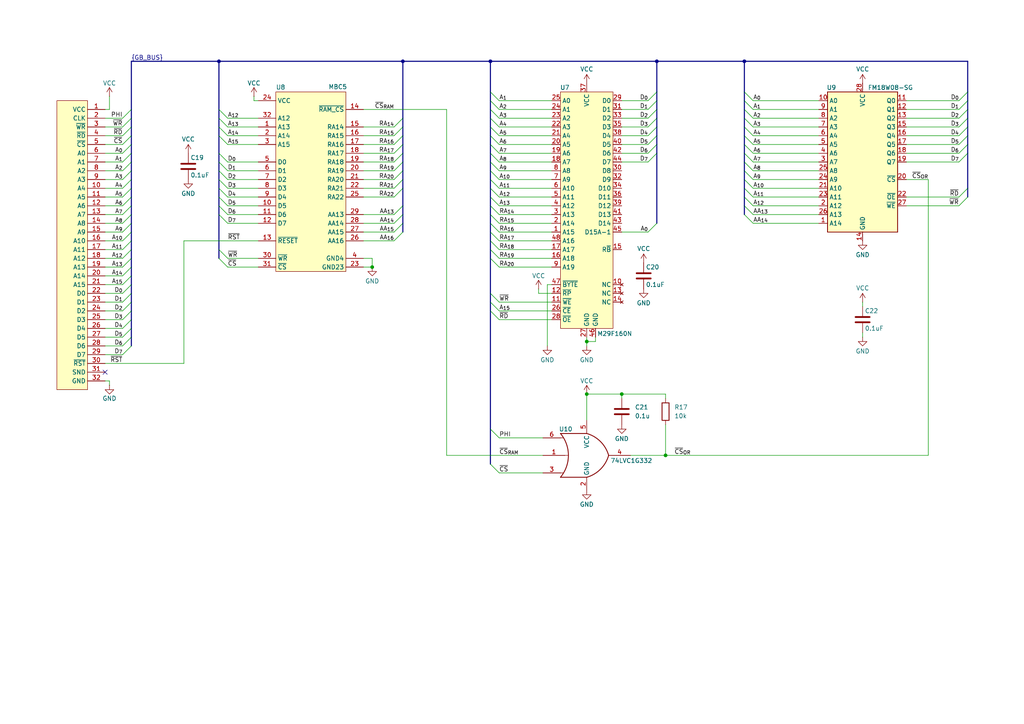
<source format=kicad_sch>
(kicad_sch
	(version 20231120)
	(generator "eeschema")
	(generator_version "8.0")
	(uuid "a2bfd7b6-7051-459f-ac89-69975017e43c")
	(paper "A4")
	(lib_symbols
		(symbol "74xGxx:74LVC1G332"
			(exclude_from_sim no)
			(in_bom yes)
			(on_board yes)
			(property "Reference" "U"
				(at -7.112 7.366 0)
				(effects
					(font
						(size 1.27 1.27)
					)
				)
			)
			(property "Value" "74LVC1G332"
				(at 6.096 -7.62 0)
				(effects
					(font
						(size 1.27 1.27)
					)
				)
			)
			(property "Footprint" ""
				(at 0 0 0)
				(effects
					(font
						(size 1.27 1.27)
					)
					(hide yes)
				)
			)
			(property "Datasheet" "http://www.ti.com/lit/sg/scyt129e/scyt129e.pdf"
				(at 0 0 0)
				(effects
					(font
						(size 1.27 1.27)
					)
					(hide yes)
				)
			)
			(property "Description" "Single OR 3-Input Gate, Low-Voltage CMOS"
				(at 0 0 0)
				(effects
					(font
						(size 1.27 1.27)
					)
					(hide yes)
				)
			)
			(property "ki_keywords" "Single Gate OR triple LVC CMOS"
				(at 0 0 0)
				(effects
					(font
						(size 1.27 1.27)
					)
					(hide yes)
				)
			)
			(property "ki_fp_filters" "SOT* SG*"
				(at 0 0 0)
				(effects
					(font
						(size 1.27 1.27)
					)
					(hide yes)
				)
			)
			(symbol "74LVC1G332_0_1"
				(arc
					(start -7.62 -6.35)
					(mid -5.321 0)
					(end -7.62 6.35)
					(stroke
						(width 0.254)
						(type default)
					)
					(fill
						(type none)
					)
				)
				(arc
					(start 0 -6.35)
					(mid 3.9978 -3.9978)
					(end 6.35 0)
					(stroke
						(width 0.254)
						(type default)
					)
					(fill
						(type none)
					)
				)
				(polyline
					(pts
						(xy -7.62 -5.08) (xy -6.858 -5.08)
					)
					(stroke
						(width 0)
						(type default)
					)
					(fill
						(type none)
					)
				)
				(polyline
					(pts
						(xy -7.62 5.08) (xy -6.858 5.08)
					)
					(stroke
						(width 0)
						(type default)
					)
					(fill
						(type none)
					)
				)
				(polyline
					(pts
						(xy -6.35 0) (xy -5.334 0)
					)
					(stroke
						(width 0)
						(type default)
					)
					(fill
						(type none)
					)
				)
				(polyline
					(pts
						(xy 0 -6.35) (xy -7.62 -6.35)
					)
					(stroke
						(width 0.254)
						(type default)
					)
					(fill
						(type background)
					)
				)
				(polyline
					(pts
						(xy 0 6.35) (xy -7.62 6.35)
					)
					(stroke
						(width 0.254)
						(type default)
					)
					(fill
						(type background)
					)
				)
				(arc
					(start 6.35 0)
					(mid 3.9978 3.9978)
					(end 0 6.35)
					(stroke
						(width 0.254)
						(type default)
					)
					(fill
						(type none)
					)
				)
			)
			(symbol "74LVC1G332_1_1"
				(pin input line
					(at -12.7 0 0)
					(length 6.35)
					(name "~"
						(effects
							(font
								(size 1.27 1.27)
							)
						)
					)
					(number "1"
						(effects
							(font
								(size 1.27 1.27)
							)
						)
					)
				)
				(pin power_in line
					(at 0 -10.16 90)
					(length 3.81)
					(name "GND"
						(effects
							(font
								(size 1.27 1.27)
							)
						)
					)
					(number "2"
						(effects
							(font
								(size 1.27 1.27)
							)
						)
					)
				)
				(pin input line
					(at -12.7 -5.08 0)
					(length 5.08)
					(name "~"
						(effects
							(font
								(size 1.27 1.27)
							)
						)
					)
					(number "3"
						(effects
							(font
								(size 1.27 1.27)
							)
						)
					)
				)
				(pin output line
					(at 12.7 0 180)
					(length 6.35)
					(name "~"
						(effects
							(font
								(size 1.27 1.27)
							)
						)
					)
					(number "4"
						(effects
							(font
								(size 1.27 1.27)
							)
						)
					)
				)
				(pin power_in line
					(at 0 10.16 270)
					(length 3.81)
					(name "VCC"
						(effects
							(font
								(size 1.27 1.27)
							)
						)
					)
					(number "5"
						(effects
							(font
								(size 1.27 1.27)
							)
						)
					)
				)
				(pin input line
					(at -12.7 5.08 0)
					(length 5.08)
					(name "~"
						(effects
							(font
								(size 1.27 1.27)
							)
						)
					)
					(number "6"
						(effects
							(font
								(size 1.27 1.27)
							)
						)
					)
				)
			)
		)
		(symbol "Bucketmouse:29F160"
			(exclude_from_sim no)
			(in_bom yes)
			(on_board yes)
			(property "Reference" "U"
				(at -7.62 31.75 0)
				(effects
					(font
						(size 1.27 1.27)
					)
				)
			)
			(property "Value" "29F160"
				(at -10.414 -39.37 0)
				(effects
					(font
						(size 1.27 1.27)
					)
					(justify left)
				)
			)
			(property "Footprint" ""
				(at 0 0 0)
				(effects
					(font
						(size 1.27 1.27)
					)
					(hide yes)
				)
			)
			(property "Datasheet" "https://pdf1.alldatasheet.com/datasheet-pdf/download/22894/STMICROELECTRONICS/M29F160BB.html"
				(at 0.254 -48.006 0)
				(effects
					(font
						(size 1.27 1.27)
					)
					(hide yes)
				)
			)
			(property "Description" "16 Mbit Flash"
				(at 0.508 -45.974 0)
				(effects
					(font
						(size 1.27 1.27)
					)
					(hide yes)
				)
			)
			(property "ki_keywords" "OTP EPROM 4MiBit"
				(at 0 0 0)
				(effects
					(font
						(size 1.27 1.27)
					)
					(hide yes)
				)
			)
			(property "ki_fp_filters" "DIP*W15.24mm* PLCC*"
				(at 0 0 0)
				(effects
					(font
						(size 1.27 1.27)
					)
					(hide yes)
				)
			)
			(symbol "29F160_1_1"
				(rectangle
					(start -7.62 30.48)
					(end 7.62 -38.1)
					(stroke
						(width 0)
						(type default)
					)
					(fill
						(type background)
					)
				)
				(pin input line
					(at -10.16 -10.16 0)
					(length 2.54)
					(name "A15"
						(effects
							(font
								(size 1.27 1.27)
							)
						)
					)
					(number "1"
						(effects
							(font
								(size 1.27 1.27)
							)
						)
					)
				)
				(pin no_connect line
					(at 10.16 -25.4 180)
					(length 2.54)
					(name "NC"
						(effects
							(font
								(size 1.27 1.27)
							)
						)
					)
					(number "10"
						(effects
							(font
								(size 1.27 1.27)
							)
						)
					)
				)
				(pin input line
					(at -10.16 -30.48 0)
					(length 2.54)
					(name "~{WE}"
						(effects
							(font
								(size 1.27 1.27)
							)
						)
					)
					(number "11"
						(effects
							(font
								(size 1.27 1.27)
							)
						)
					)
				)
				(pin input line
					(at -10.16 -27.94 0)
					(length 2.54)
					(name "~{RP}"
						(effects
							(font
								(size 1.27 1.27)
							)
						)
					)
					(number "12"
						(effects
							(font
								(size 1.27 1.27)
							)
						)
					)
				)
				(pin no_connect line
					(at 10.16 -27.94 180)
					(length 2.54)
					(name "NC"
						(effects
							(font
								(size 1.27 1.27)
							)
						)
					)
					(number "13"
						(effects
							(font
								(size 1.27 1.27)
							)
						)
					)
				)
				(pin no_connect line
					(at 10.16 -30.48 180)
					(length 2.54)
					(name "NC"
						(effects
							(font
								(size 1.27 1.27)
							)
						)
					)
					(number "14"
						(effects
							(font
								(size 1.27 1.27)
							)
						)
					)
				)
				(pin output line
					(at 10.16 -15.24 180)
					(length 2.54)
					(name "R~{B}"
						(effects
							(font
								(size 1.27 1.27)
							)
						)
					)
					(number "15"
						(effects
							(font
								(size 1.27 1.27)
							)
						)
					)
				)
				(pin input line
					(at -10.16 -17.78 0)
					(length 2.54)
					(name "A18"
						(effects
							(font
								(size 1.27 1.27)
							)
						)
					)
					(number "16"
						(effects
							(font
								(size 1.27 1.27)
							)
						)
					)
				)
				(pin input line
					(at -10.16 -15.24 0)
					(length 2.54)
					(name "A17"
						(effects
							(font
								(size 1.27 1.27)
							)
						)
					)
					(number "17"
						(effects
							(font
								(size 1.27 1.27)
							)
						)
					)
				)
				(pin input line
					(at -10.16 10.16 0)
					(length 2.54)
					(name "A7"
						(effects
							(font
								(size 1.27 1.27)
							)
						)
					)
					(number "18"
						(effects
							(font
								(size 1.27 1.27)
							)
						)
					)
				)
				(pin input line
					(at -10.16 12.7 0)
					(length 2.54)
					(name "A6"
						(effects
							(font
								(size 1.27 1.27)
							)
						)
					)
					(number "19"
						(effects
							(font
								(size 1.27 1.27)
							)
						)
					)
				)
				(pin input line
					(at -10.16 -7.62 0)
					(length 2.54)
					(name "A14"
						(effects
							(font
								(size 1.27 1.27)
							)
						)
					)
					(number "2"
						(effects
							(font
								(size 1.27 1.27)
							)
						)
					)
				)
				(pin input line
					(at -10.16 15.24 0)
					(length 2.54)
					(name "A5"
						(effects
							(font
								(size 1.27 1.27)
							)
						)
					)
					(number "20"
						(effects
							(font
								(size 1.27 1.27)
							)
						)
					)
				)
				(pin input line
					(at -10.16 17.78 0)
					(length 2.54)
					(name "A4"
						(effects
							(font
								(size 1.27 1.27)
							)
						)
					)
					(number "21"
						(effects
							(font
								(size 1.27 1.27)
							)
						)
					)
				)
				(pin input line
					(at -10.16 20.32 0)
					(length 2.54)
					(name "A3"
						(effects
							(font
								(size 1.27 1.27)
							)
						)
					)
					(number "22"
						(effects
							(font
								(size 1.27 1.27)
							)
						)
					)
				)
				(pin input line
					(at -10.16 22.86 0)
					(length 2.54)
					(name "A2"
						(effects
							(font
								(size 1.27 1.27)
							)
						)
					)
					(number "23"
						(effects
							(font
								(size 1.27 1.27)
							)
						)
					)
				)
				(pin input line
					(at -10.16 25.4 0)
					(length 2.54)
					(name "A1"
						(effects
							(font
								(size 1.27 1.27)
							)
						)
					)
					(number "24"
						(effects
							(font
								(size 1.27 1.27)
							)
						)
					)
				)
				(pin input line
					(at -10.16 27.94 0)
					(length 2.54)
					(name "A0"
						(effects
							(font
								(size 1.27 1.27)
							)
						)
					)
					(number "25"
						(effects
							(font
								(size 1.27 1.27)
							)
						)
					)
				)
				(pin input line
					(at -10.16 -33.02 0)
					(length 2.54)
					(name "~{CE}"
						(effects
							(font
								(size 1.27 1.27)
							)
						)
					)
					(number "26"
						(effects
							(font
								(size 1.27 1.27)
							)
						)
					)
				)
				(pin power_in line
					(at 0 -40.64 90)
					(length 2.54)
					(name "GND"
						(effects
							(font
								(size 1.27 1.27)
							)
						)
					)
					(number "27"
						(effects
							(font
								(size 1.27 1.27)
							)
						)
					)
				)
				(pin input line
					(at -10.16 -35.56 0)
					(length 2.54)
					(name "~{OE}"
						(effects
							(font
								(size 1.27 1.27)
							)
						)
					)
					(number "28"
						(effects
							(font
								(size 1.27 1.27)
							)
						)
					)
				)
				(pin tri_state line
					(at 10.16 27.94 180)
					(length 2.54)
					(name "D0"
						(effects
							(font
								(size 1.27 1.27)
							)
						)
					)
					(number "29"
						(effects
							(font
								(size 1.27 1.27)
							)
						)
					)
				)
				(pin input line
					(at -10.16 -5.08 0)
					(length 2.54)
					(name "A13"
						(effects
							(font
								(size 1.27 1.27)
							)
						)
					)
					(number "3"
						(effects
							(font
								(size 1.27 1.27)
							)
						)
					)
				)
				(pin tri_state line
					(at 10.16 7.62 180)
					(length 2.54)
					(name "D8"
						(effects
							(font
								(size 1.27 1.27)
							)
						)
					)
					(number "30"
						(effects
							(font
								(size 1.27 1.27)
							)
						)
					)
				)
				(pin tri_state line
					(at 10.16 25.4 180)
					(length 2.54)
					(name "D1"
						(effects
							(font
								(size 1.27 1.27)
							)
						)
					)
					(number "31"
						(effects
							(font
								(size 1.27 1.27)
							)
						)
					)
				)
				(pin tri_state line
					(at 10.16 5.08 180)
					(length 2.54)
					(name "D9"
						(effects
							(font
								(size 1.27 1.27)
							)
						)
					)
					(number "32"
						(effects
							(font
								(size 1.27 1.27)
							)
						)
					)
				)
				(pin tri_state line
					(at 10.16 22.86 180)
					(length 2.54)
					(name "D2"
						(effects
							(font
								(size 1.27 1.27)
							)
						)
					)
					(number "33"
						(effects
							(font
								(size 1.27 1.27)
							)
						)
					)
				)
				(pin tri_state line
					(at 10.16 2.54 180)
					(length 2.54)
					(name "D10"
						(effects
							(font
								(size 1.27 1.27)
							)
						)
					)
					(number "34"
						(effects
							(font
								(size 1.27 1.27)
							)
						)
					)
				)
				(pin tri_state line
					(at 10.16 20.32 180)
					(length 2.54)
					(name "D3"
						(effects
							(font
								(size 1.27 1.27)
							)
						)
					)
					(number "35"
						(effects
							(font
								(size 1.27 1.27)
							)
						)
					)
				)
				(pin tri_state line
					(at 10.16 0 180)
					(length 2.54)
					(name "D11"
						(effects
							(font
								(size 1.27 1.27)
							)
						)
					)
					(number "36"
						(effects
							(font
								(size 1.27 1.27)
							)
						)
					)
				)
				(pin power_in line
					(at 0 33.02 270)
					(length 2.54)
					(name "VCC"
						(effects
							(font
								(size 1.27 1.27)
							)
						)
					)
					(number "37"
						(effects
							(font
								(size 1.27 1.27)
							)
						)
					)
				)
				(pin tri_state line
					(at 10.16 17.78 180)
					(length 2.54)
					(name "D4"
						(effects
							(font
								(size 1.27 1.27)
							)
						)
					)
					(number "38"
						(effects
							(font
								(size 1.27 1.27)
							)
						)
					)
				)
				(pin tri_state line
					(at 10.16 -2.54 180)
					(length 2.54)
					(name "D12"
						(effects
							(font
								(size 1.27 1.27)
							)
						)
					)
					(number "39"
						(effects
							(font
								(size 1.27 1.27)
							)
						)
					)
				)
				(pin input line
					(at -10.16 -2.54 0)
					(length 2.54)
					(name "A12"
						(effects
							(font
								(size 1.27 1.27)
							)
						)
					)
					(number "4"
						(effects
							(font
								(size 1.27 1.27)
							)
						)
					)
				)
				(pin tri_state line
					(at 10.16 15.24 180)
					(length 2.54)
					(name "D5"
						(effects
							(font
								(size 1.27 1.27)
							)
						)
					)
					(number "40"
						(effects
							(font
								(size 1.27 1.27)
							)
						)
					)
				)
				(pin tri_state line
					(at 10.16 -5.08 180)
					(length 2.54)
					(name "D13"
						(effects
							(font
								(size 1.27 1.27)
							)
						)
					)
					(number "41"
						(effects
							(font
								(size 1.27 1.27)
							)
						)
					)
				)
				(pin tri_state line
					(at 10.16 12.7 180)
					(length 2.54)
					(name "D6"
						(effects
							(font
								(size 1.27 1.27)
							)
						)
					)
					(number "42"
						(effects
							(font
								(size 1.27 1.27)
							)
						)
					)
				)
				(pin tri_state line
					(at 10.16 -7.62 180)
					(length 2.54)
					(name "D14"
						(effects
							(font
								(size 1.27 1.27)
							)
						)
					)
					(number "43"
						(effects
							(font
								(size 1.27 1.27)
							)
						)
					)
				)
				(pin tri_state line
					(at 10.16 10.16 180)
					(length 2.54)
					(name "D7"
						(effects
							(font
								(size 1.27 1.27)
							)
						)
					)
					(number "44"
						(effects
							(font
								(size 1.27 1.27)
							)
						)
					)
				)
				(pin tri_state line
					(at 10.16 -10.16 180)
					(length 2.54)
					(name "D15A-1"
						(effects
							(font
								(size 1.27 1.27)
							)
						)
					)
					(number "45"
						(effects
							(font
								(size 1.27 1.27)
							)
						)
					)
				)
				(pin power_in line
					(at 2.54 -40.64 90)
					(length 2.54)
					(name "GND"
						(effects
							(font
								(size 1.27 1.27)
							)
						)
					)
					(number "46"
						(effects
							(font
								(size 1.27 1.27)
							)
						)
					)
				)
				(pin input line
					(at -10.16 -25.4 0)
					(length 2.54)
					(name "~{BYTE}"
						(effects
							(font
								(size 1.27 1.27)
							)
						)
					)
					(number "47"
						(effects
							(font
								(size 1.27 1.27)
							)
						)
					)
				)
				(pin input line
					(at -10.16 -12.7 0)
					(length 2.54)
					(name "A16"
						(effects
							(font
								(size 1.27 1.27)
							)
						)
					)
					(number "48"
						(effects
							(font
								(size 1.27 1.27)
							)
						)
					)
				)
				(pin input line
					(at -10.16 0 0)
					(length 2.54)
					(name "A11"
						(effects
							(font
								(size 1.27 1.27)
							)
						)
					)
					(number "5"
						(effects
							(font
								(size 1.27 1.27)
							)
						)
					)
				)
				(pin input line
					(at -10.16 2.54 0)
					(length 2.54)
					(name "A10"
						(effects
							(font
								(size 1.27 1.27)
							)
						)
					)
					(number "6"
						(effects
							(font
								(size 1.27 1.27)
							)
						)
					)
				)
				(pin input line
					(at -10.16 5.08 0)
					(length 2.54)
					(name "A9"
						(effects
							(font
								(size 1.27 1.27)
							)
						)
					)
					(number "7"
						(effects
							(font
								(size 1.27 1.27)
							)
						)
					)
				)
				(pin input line
					(at -10.16 7.62 0)
					(length 2.54)
					(name "A8"
						(effects
							(font
								(size 1.27 1.27)
							)
						)
					)
					(number "8"
						(effects
							(font
								(size 1.27 1.27)
							)
						)
					)
				)
				(pin input line
					(at -10.16 -20.32 0)
					(length 2.54)
					(name "A19"
						(effects
							(font
								(size 1.27 1.27)
							)
						)
					)
					(number "9"
						(effects
							(font
								(size 1.27 1.27)
							)
						)
					)
				)
			)
		)
		(symbol "Bucketmouse:GBC_Cart_Edge"
			(exclude_from_sim no)
			(in_bom yes)
			(on_board yes)
			(property "Reference" ""
				(at 2.54 41.91 0)
				(effects
					(font
						(size 1.778 1.5113)
					)
					(justify right bottom)
					(hide yes)
				)
			)
			(property "Value" ""
				(at 1.27 -45.72 0)
				(effects
					(font
						(size 1.778 1.5113)
					)
					(justify right bottom)
				)
			)
			(property "Footprint" "MBC5_2-0:GBC_CART"
				(at 0 0 0)
				(effects
					(font
						(size 1.27 1.27)
					)
					(hide yes)
				)
			)
			(property "Datasheet" ""
				(at 0 0 0)
				(effects
					(font
						(size 1.27 1.27)
					)
					(hide yes)
				)
			)
			(property "Description" ""
				(at 0 0 0)
				(effects
					(font
						(size 1.27 1.27)
					)
					(hide yes)
				)
			)
			(property "ki_locked" ""
				(at 0 0 0)
				(effects
					(font
						(size 1.27 1.27)
					)
				)
			)
			(symbol "GBC_Cart_Edge_1_0"
				(pin power_in line
					(at 10.16 38.1 180)
					(length 5.08)
					(name "VCC"
						(effects
							(font
								(size 1.27 1.27)
							)
						)
					)
					(number "1"
						(effects
							(font
								(size 1.27 1.27)
							)
						)
					)
				)
				(pin output line
					(at 10.16 15.24 180)
					(length 5.08)
					(name "A4"
						(effects
							(font
								(size 1.27 1.27)
							)
						)
					)
					(number "10"
						(effects
							(font
								(size 1.27 1.27)
							)
						)
					)
				)
				(pin output line
					(at 10.16 12.7 180)
					(length 5.08)
					(name "A5"
						(effects
							(font
								(size 1.27 1.27)
							)
						)
					)
					(number "11"
						(effects
							(font
								(size 1.27 1.27)
							)
						)
					)
				)
				(pin output line
					(at 10.16 10.16 180)
					(length 5.08)
					(name "A6"
						(effects
							(font
								(size 1.27 1.27)
							)
						)
					)
					(number "12"
						(effects
							(font
								(size 1.27 1.27)
							)
						)
					)
				)
				(pin output line
					(at 10.16 7.62 180)
					(length 5.08)
					(name "A7"
						(effects
							(font
								(size 1.27 1.27)
							)
						)
					)
					(number "13"
						(effects
							(font
								(size 1.27 1.27)
							)
						)
					)
				)
				(pin output line
					(at 10.16 5.08 180)
					(length 5.08)
					(name "A8"
						(effects
							(font
								(size 1.27 1.27)
							)
						)
					)
					(number "14"
						(effects
							(font
								(size 1.27 1.27)
							)
						)
					)
				)
				(pin output line
					(at 10.16 2.54 180)
					(length 5.08)
					(name "A9"
						(effects
							(font
								(size 1.27 1.27)
							)
						)
					)
					(number "15"
						(effects
							(font
								(size 1.27 1.27)
							)
						)
					)
				)
				(pin output line
					(at 10.16 0 180)
					(length 5.08)
					(name "A10"
						(effects
							(font
								(size 1.27 1.27)
							)
						)
					)
					(number "16"
						(effects
							(font
								(size 1.27 1.27)
							)
						)
					)
				)
				(pin output line
					(at 10.16 -2.54 180)
					(length 5.08)
					(name "A11"
						(effects
							(font
								(size 1.27 1.27)
							)
						)
					)
					(number "17"
						(effects
							(font
								(size 1.27 1.27)
							)
						)
					)
				)
				(pin output line
					(at 10.16 -5.08 180)
					(length 5.08)
					(name "A12"
						(effects
							(font
								(size 1.27 1.27)
							)
						)
					)
					(number "18"
						(effects
							(font
								(size 1.27 1.27)
							)
						)
					)
				)
				(pin output line
					(at 10.16 -7.62 180)
					(length 5.08)
					(name "A13"
						(effects
							(font
								(size 1.27 1.27)
							)
						)
					)
					(number "19"
						(effects
							(font
								(size 1.27 1.27)
							)
						)
					)
				)
				(pin output line
					(at 10.16 35.56 180)
					(length 5.08)
					(name "CLK"
						(effects
							(font
								(size 1.27 1.27)
							)
						)
					)
					(number "2"
						(effects
							(font
								(size 1.27 1.27)
							)
						)
					)
				)
				(pin output line
					(at 10.16 -10.16 180)
					(length 5.08)
					(name "A14"
						(effects
							(font
								(size 1.27 1.27)
							)
						)
					)
					(number "20"
						(effects
							(font
								(size 1.27 1.27)
							)
						)
					)
				)
				(pin output line
					(at 10.16 -12.7 180)
					(length 5.08)
					(name "A15"
						(effects
							(font
								(size 1.27 1.27)
							)
						)
					)
					(number "21"
						(effects
							(font
								(size 1.27 1.27)
							)
						)
					)
				)
				(pin bidirectional line
					(at 10.16 -15.24 180)
					(length 5.08)
					(name "D0"
						(effects
							(font
								(size 1.27 1.27)
							)
						)
					)
					(number "22"
						(effects
							(font
								(size 1.27 1.27)
							)
						)
					)
				)
				(pin bidirectional line
					(at 10.16 -17.78 180)
					(length 5.08)
					(name "D1"
						(effects
							(font
								(size 1.27 1.27)
							)
						)
					)
					(number "23"
						(effects
							(font
								(size 1.27 1.27)
							)
						)
					)
				)
				(pin bidirectional line
					(at 10.16 -20.32 180)
					(length 5.08)
					(name "D2"
						(effects
							(font
								(size 1.27 1.27)
							)
						)
					)
					(number "24"
						(effects
							(font
								(size 1.27 1.27)
							)
						)
					)
				)
				(pin bidirectional line
					(at 10.16 -22.86 180)
					(length 5.08)
					(name "D3"
						(effects
							(font
								(size 1.27 1.27)
							)
						)
					)
					(number "25"
						(effects
							(font
								(size 1.27 1.27)
							)
						)
					)
				)
				(pin bidirectional line
					(at 10.16 -25.4 180)
					(length 5.08)
					(name "D4"
						(effects
							(font
								(size 1.27 1.27)
							)
						)
					)
					(number "26"
						(effects
							(font
								(size 1.27 1.27)
							)
						)
					)
				)
				(pin bidirectional line
					(at 10.16 -27.94 180)
					(length 5.08)
					(name "D5"
						(effects
							(font
								(size 1.27 1.27)
							)
						)
					)
					(number "27"
						(effects
							(font
								(size 1.27 1.27)
							)
						)
					)
				)
				(pin bidirectional line
					(at 10.16 -30.48 180)
					(length 5.08)
					(name "D6"
						(effects
							(font
								(size 1.27 1.27)
							)
						)
					)
					(number "28"
						(effects
							(font
								(size 1.27 1.27)
							)
						)
					)
				)
				(pin bidirectional line
					(at 10.16 -33.02 180)
					(length 5.08)
					(name "D7"
						(effects
							(font
								(size 1.27 1.27)
							)
						)
					)
					(number "29"
						(effects
							(font
								(size 1.27 1.27)
							)
						)
					)
				)
				(pin output line
					(at 10.16 33.02 180)
					(length 5.08)
					(name "~{WR}"
						(effects
							(font
								(size 1.27 1.27)
							)
						)
					)
					(number "3"
						(effects
							(font
								(size 1.27 1.27)
							)
						)
					)
				)
				(pin bidirectional line
					(at 10.16 -35.56 180)
					(length 5.08)
					(name "~{RST}"
						(effects
							(font
								(size 1.27 1.27)
							)
						)
					)
					(number "30"
						(effects
							(font
								(size 1.27 1.27)
							)
						)
					)
				)
				(pin bidirectional line
					(at 10.16 -38.1 180)
					(length 5.08)
					(name "SND"
						(effects
							(font
								(size 1.27 1.27)
							)
						)
					)
					(number "31"
						(effects
							(font
								(size 1.27 1.27)
							)
						)
					)
				)
				(pin power_in line
					(at 10.16 -40.64 180)
					(length 5.08)
					(name "GND"
						(effects
							(font
								(size 1.27 1.27)
							)
						)
					)
					(number "32"
						(effects
							(font
								(size 1.27 1.27)
							)
						)
					)
				)
				(pin output line
					(at 10.16 30.48 180)
					(length 5.08)
					(name "~{RD}"
						(effects
							(font
								(size 1.27 1.27)
							)
						)
					)
					(number "4"
						(effects
							(font
								(size 1.27 1.27)
							)
						)
					)
				)
				(pin output line
					(at 10.16 27.94 180)
					(length 5.08)
					(name "~{CS}"
						(effects
							(font
								(size 1.27 1.27)
							)
						)
					)
					(number "5"
						(effects
							(font
								(size 1.27 1.27)
							)
						)
					)
				)
				(pin output line
					(at 10.16 25.4 180)
					(length 5.08)
					(name "A0"
						(effects
							(font
								(size 1.27 1.27)
							)
						)
					)
					(number "6"
						(effects
							(font
								(size 1.27 1.27)
							)
						)
					)
				)
				(pin output line
					(at 10.16 22.86 180)
					(length 5.08)
					(name "A1"
						(effects
							(font
								(size 1.27 1.27)
							)
						)
					)
					(number "7"
						(effects
							(font
								(size 1.27 1.27)
							)
						)
					)
				)
				(pin output line
					(at 10.16 20.32 180)
					(length 5.08)
					(name "A2"
						(effects
							(font
								(size 1.27 1.27)
							)
						)
					)
					(number "8"
						(effects
							(font
								(size 1.27 1.27)
							)
						)
					)
				)
				(pin output line
					(at 10.16 17.78 180)
					(length 5.08)
					(name "A3"
						(effects
							(font
								(size 1.27 1.27)
							)
						)
					)
					(number "9"
						(effects
							(font
								(size 1.27 1.27)
							)
						)
					)
				)
			)
			(symbol "GBC_Cart_Edge_1_1"
				(polyline
					(pts
						(xy -3.81 40.64) (xy 5.08 40.64) (xy 5.08 -43.18) (xy -3.81 -43.18) (xy -3.81 36.83) (xy -3.81 40.64)
					)
					(stroke
						(width 0)
						(type default)
					)
					(fill
						(type background)
					)
				)
			)
		)
		(symbol "Bucketmouse:MBC5"
			(exclude_from_sim no)
			(in_bom yes)
			(on_board yes)
			(property "Reference" "U"
				(at -10.16 26.035 0)
				(effects
					(font
						(size 1.27 1.27)
					)
					(justify left bottom)
				)
			)
			(property "Value" "MBC5"
				(at 5.08 26.162 0)
				(effects
					(font
						(size 1.27 1.27)
					)
					(justify left bottom)
				)
			)
			(property "Footprint" "MBC5_2-0:QFP-32"
				(at 0 0 0)
				(effects
					(font
						(size 1.27 1.27)
					)
					(hide yes)
				)
			)
			(property "Datasheet" ""
				(at 0 0 0)
				(effects
					(font
						(size 1.27 1.27)
					)
					(hide yes)
				)
			)
			(property "Description" "MBC5"
				(at 0 0 0)
				(effects
					(font
						(size 1.27 1.27)
					)
					(hide yes)
				)
			)
			(symbol "MBC5_1_0"
				(pin input line
					(at -15.24 15.24 0)
					(length 5.08)
					(name "A13"
						(effects
							(font
								(size 1.27 1.27)
							)
						)
					)
					(number "1"
						(effects
							(font
								(size 1.27 1.27)
							)
						)
					)
				)
				(pin input line
					(at -15.24 -7.62 0)
					(length 5.08)
					(name "D5"
						(effects
							(font
								(size 1.27 1.27)
							)
						)
					)
					(number "10"
						(effects
							(font
								(size 1.27 1.27)
							)
						)
					)
				)
				(pin input line
					(at -15.24 -10.16 0)
					(length 5.08)
					(name "D6"
						(effects
							(font
								(size 1.27 1.27)
							)
						)
					)
					(number "11"
						(effects
							(font
								(size 1.27 1.27)
							)
						)
					)
				)
				(pin input line
					(at -15.24 -12.7 0)
					(length 5.08)
					(name "D7"
						(effects
							(font
								(size 1.27 1.27)
							)
						)
					)
					(number "12"
						(effects
							(font
								(size 1.27 1.27)
							)
						)
					)
				)
				(pin input line
					(at -15.24 -17.78 0)
					(length 5.08)
					(name "~{RESET}"
						(effects
							(font
								(size 1.27 1.27)
							)
						)
					)
					(number "13"
						(effects
							(font
								(size 1.27 1.27)
							)
						)
					)
				)
				(pin output line
					(at 15.24 20.32 180)
					(length 5.08)
					(name "~{RAM_CS}"
						(effects
							(font
								(size 1.27 1.27)
							)
						)
					)
					(number "14"
						(effects
							(font
								(size 1.27 1.27)
							)
						)
					)
				)
				(pin output line
					(at 15.24 15.24 180)
					(length 5.08)
					(name "RA14"
						(effects
							(font
								(size 1.27 1.27)
							)
						)
					)
					(number "15"
						(effects
							(font
								(size 1.27 1.27)
							)
						)
					)
				)
				(pin output line
					(at 15.24 12.7 180)
					(length 5.08)
					(name "RA15"
						(effects
							(font
								(size 1.27 1.27)
							)
						)
					)
					(number "16"
						(effects
							(font
								(size 1.27 1.27)
							)
						)
					)
				)
				(pin output line
					(at 15.24 10.16 180)
					(length 5.08)
					(name "RA16"
						(effects
							(font
								(size 1.27 1.27)
							)
						)
					)
					(number "17"
						(effects
							(font
								(size 1.27 1.27)
							)
						)
					)
				)
				(pin output line
					(at 15.24 7.62 180)
					(length 5.08)
					(name "RA17"
						(effects
							(font
								(size 1.27 1.27)
							)
						)
					)
					(number "18"
						(effects
							(font
								(size 1.27 1.27)
							)
						)
					)
				)
				(pin output line
					(at 15.24 5.08 180)
					(length 5.08)
					(name "RA18"
						(effects
							(font
								(size 1.27 1.27)
							)
						)
					)
					(number "19"
						(effects
							(font
								(size 1.27 1.27)
							)
						)
					)
				)
				(pin input line
					(at -15.24 12.7 0)
					(length 5.08)
					(name "A14"
						(effects
							(font
								(size 1.27 1.27)
							)
						)
					)
					(number "2"
						(effects
							(font
								(size 1.27 1.27)
							)
						)
					)
				)
				(pin output line
					(at 15.24 2.54 180)
					(length 5.08)
					(name "RA19"
						(effects
							(font
								(size 1.27 1.27)
							)
						)
					)
					(number "20"
						(effects
							(font
								(size 1.27 1.27)
							)
						)
					)
				)
				(pin output line
					(at 15.24 0 180)
					(length 5.08)
					(name "RA20"
						(effects
							(font
								(size 1.27 1.27)
							)
						)
					)
					(number "21"
						(effects
							(font
								(size 1.27 1.27)
							)
						)
					)
				)
				(pin output line
					(at 15.24 -2.54 180)
					(length 5.08)
					(name "RA21"
						(effects
							(font
								(size 1.27 1.27)
							)
						)
					)
					(number "22"
						(effects
							(font
								(size 1.27 1.27)
							)
						)
					)
				)
				(pin power_in line
					(at 15.24 -25.4 180)
					(length 5.08)
					(name "GND23"
						(effects
							(font
								(size 1.27 1.27)
							)
						)
					)
					(number "23"
						(effects
							(font
								(size 1.27 1.27)
							)
						)
					)
				)
				(pin power_in line
					(at -15.24 22.86 0)
					(length 5.08)
					(name "VCC"
						(effects
							(font
								(size 1.27 1.27)
							)
						)
					)
					(number "24"
						(effects
							(font
								(size 1.27 1.27)
							)
						)
					)
				)
				(pin output line
					(at 15.24 -5.08 180)
					(length 5.08)
					(name "RA22"
						(effects
							(font
								(size 1.27 1.27)
							)
						)
					)
					(number "25"
						(effects
							(font
								(size 1.27 1.27)
							)
						)
					)
				)
				(pin output line
					(at 15.24 -17.78 180)
					(length 5.08)
					(name "AA16"
						(effects
							(font
								(size 1.27 1.27)
							)
						)
					)
					(number "26"
						(effects
							(font
								(size 1.27 1.27)
							)
						)
					)
				)
				(pin output line
					(at 15.24 -15.24 180)
					(length 5.08)
					(name "AA15"
						(effects
							(font
								(size 1.27 1.27)
							)
						)
					)
					(number "27"
						(effects
							(font
								(size 1.27 1.27)
							)
						)
					)
				)
				(pin output line
					(at 15.24 -12.7 180)
					(length 5.08)
					(name "AA14"
						(effects
							(font
								(size 1.27 1.27)
							)
						)
					)
					(number "28"
						(effects
							(font
								(size 1.27 1.27)
							)
						)
					)
				)
				(pin output line
					(at 15.24 -10.16 180)
					(length 5.08)
					(name "AA13"
						(effects
							(font
								(size 1.27 1.27)
							)
						)
					)
					(number "29"
						(effects
							(font
								(size 1.27 1.27)
							)
						)
					)
				)
				(pin input line
					(at -15.24 10.16 0)
					(length 5.08)
					(name "A15"
						(effects
							(font
								(size 1.27 1.27)
							)
						)
					)
					(number "3"
						(effects
							(font
								(size 1.27 1.27)
							)
						)
					)
				)
				(pin input line
					(at -15.24 -22.86 0)
					(length 5.08)
					(name "~{WR}"
						(effects
							(font
								(size 1.27 1.27)
							)
						)
					)
					(number "30"
						(effects
							(font
								(size 1.27 1.27)
							)
						)
					)
				)
				(pin input line
					(at -15.24 -25.4 0)
					(length 5.08)
					(name "~{CS}"
						(effects
							(font
								(size 1.27 1.27)
							)
						)
					)
					(number "31"
						(effects
							(font
								(size 1.27 1.27)
							)
						)
					)
				)
				(pin input line
					(at -15.24 17.78 0)
					(length 5.08)
					(name "A12"
						(effects
							(font
								(size 1.27 1.27)
							)
						)
					)
					(number "32"
						(effects
							(font
								(size 1.27 1.27)
							)
						)
					)
				)
				(pin power_in line
					(at 15.24 -22.86 180)
					(length 5.08)
					(name "GND4"
						(effects
							(font
								(size 1.27 1.27)
							)
						)
					)
					(number "4"
						(effects
							(font
								(size 1.27 1.27)
							)
						)
					)
				)
				(pin input line
					(at -15.24 5.08 0)
					(length 5.08)
					(name "D0"
						(effects
							(font
								(size 1.27 1.27)
							)
						)
					)
					(number "5"
						(effects
							(font
								(size 1.27 1.27)
							)
						)
					)
				)
				(pin input line
					(at -15.24 2.54 0)
					(length 5.08)
					(name "D1"
						(effects
							(font
								(size 1.27 1.27)
							)
						)
					)
					(number "6"
						(effects
							(font
								(size 1.27 1.27)
							)
						)
					)
				)
				(pin input line
					(at -15.24 0 0)
					(length 5.08)
					(name "D2"
						(effects
							(font
								(size 1.27 1.27)
							)
						)
					)
					(number "7"
						(effects
							(font
								(size 1.27 1.27)
							)
						)
					)
				)
				(pin input line
					(at -15.24 -2.54 0)
					(length 5.08)
					(name "D3"
						(effects
							(font
								(size 1.27 1.27)
							)
						)
					)
					(number "8"
						(effects
							(font
								(size 1.27 1.27)
							)
						)
					)
				)
				(pin input line
					(at -15.24 -5.08 0)
					(length 5.08)
					(name "D4"
						(effects
							(font
								(size 1.27 1.27)
							)
						)
					)
					(number "9"
						(effects
							(font
								(size 1.27 1.27)
							)
						)
					)
				)
			)
			(symbol "MBC5_1_1"
				(polyline
					(pts
						(xy -10.16 25.4) (xy 10.16 25.4) (xy 10.16 -26.67) (xy -10.16 -26.67) (xy -10.16 25.4) (xy -10.16 25.4)
					)
					(stroke
						(width 0)
						(type default)
					)
					(fill
						(type background)
					)
				)
			)
		)
		(symbol "Device:C"
			(pin_numbers hide)
			(pin_names
				(offset 0.254)
			)
			(exclude_from_sim no)
			(in_bom yes)
			(on_board yes)
			(property "Reference" "C"
				(at 0.635 2.54 0)
				(effects
					(font
						(size 1.27 1.27)
					)
					(justify left)
				)
			)
			(property "Value" "C"
				(at 0.635 -2.54 0)
				(effects
					(font
						(size 1.27 1.27)
					)
					(justify left)
				)
			)
			(property "Footprint" ""
				(at 0.9652 -3.81 0)
				(effects
					(font
						(size 1.27 1.27)
					)
					(hide yes)
				)
			)
			(property "Datasheet" "~"
				(at 0 0 0)
				(effects
					(font
						(size 1.27 1.27)
					)
					(hide yes)
				)
			)
			(property "Description" "Unpolarized capacitor"
				(at 0 0 0)
				(effects
					(font
						(size 1.27 1.27)
					)
					(hide yes)
				)
			)
			(property "ki_keywords" "cap capacitor"
				(at 0 0 0)
				(effects
					(font
						(size 1.27 1.27)
					)
					(hide yes)
				)
			)
			(property "ki_fp_filters" "C_*"
				(at 0 0 0)
				(effects
					(font
						(size 1.27 1.27)
					)
					(hide yes)
				)
			)
			(symbol "C_0_1"
				(polyline
					(pts
						(xy -2.032 -0.762) (xy 2.032 -0.762)
					)
					(stroke
						(width 0.508)
						(type default)
					)
					(fill
						(type none)
					)
				)
				(polyline
					(pts
						(xy -2.032 0.762) (xy 2.032 0.762)
					)
					(stroke
						(width 0.508)
						(type default)
					)
					(fill
						(type none)
					)
				)
			)
			(symbol "C_1_1"
				(pin passive line
					(at 0 3.81 270)
					(length 2.794)
					(name "~"
						(effects
							(font
								(size 1.27 1.27)
							)
						)
					)
					(number "1"
						(effects
							(font
								(size 1.27 1.27)
							)
						)
					)
				)
				(pin passive line
					(at 0 -3.81 90)
					(length 2.794)
					(name "~"
						(effects
							(font
								(size 1.27 1.27)
							)
						)
					)
					(number "2"
						(effects
							(font
								(size 1.27 1.27)
							)
						)
					)
				)
			)
		)
		(symbol "Device:R"
			(pin_numbers hide)
			(pin_names
				(offset 0)
			)
			(exclude_from_sim no)
			(in_bom yes)
			(on_board yes)
			(property "Reference" "R"
				(at 2.032 0 90)
				(effects
					(font
						(size 1.27 1.27)
					)
				)
			)
			(property "Value" "R"
				(at 0 0 90)
				(effects
					(font
						(size 1.27 1.27)
					)
				)
			)
			(property "Footprint" ""
				(at -1.778 0 90)
				(effects
					(font
						(size 1.27 1.27)
					)
					(hide yes)
				)
			)
			(property "Datasheet" "~"
				(at 0 0 0)
				(effects
					(font
						(size 1.27 1.27)
					)
					(hide yes)
				)
			)
			(property "Description" "Resistor"
				(at 0 0 0)
				(effects
					(font
						(size 1.27 1.27)
					)
					(hide yes)
				)
			)
			(property "ki_keywords" "R res resistor"
				(at 0 0 0)
				(effects
					(font
						(size 1.27 1.27)
					)
					(hide yes)
				)
			)
			(property "ki_fp_filters" "R_*"
				(at 0 0 0)
				(effects
					(font
						(size 1.27 1.27)
					)
					(hide yes)
				)
			)
			(symbol "R_0_1"
				(rectangle
					(start -1.016 -2.54)
					(end 1.016 2.54)
					(stroke
						(width 0.254)
						(type default)
					)
					(fill
						(type none)
					)
				)
			)
			(symbol "R_1_1"
				(pin passive line
					(at 0 3.81 270)
					(length 1.27)
					(name "~"
						(effects
							(font
								(size 1.27 1.27)
							)
						)
					)
					(number "1"
						(effects
							(font
								(size 1.27 1.27)
							)
						)
					)
				)
				(pin passive line
					(at 0 -3.81 90)
					(length 1.27)
					(name "~"
						(effects
							(font
								(size 1.27 1.27)
							)
						)
					)
					(number "2"
						(effects
							(font
								(size 1.27 1.27)
							)
						)
					)
				)
			)
		)
		(symbol "Memory_RAM:CY62256-70PC"
			(exclude_from_sim no)
			(in_bom yes)
			(on_board yes)
			(property "Reference" "U"
				(at -10.16 20.955 0)
				(effects
					(font
						(size 1.27 1.27)
					)
					(justify left bottom)
				)
			)
			(property "Value" "CY62256-70PC"
				(at 2.54 20.955 0)
				(effects
					(font
						(size 1.27 1.27)
					)
					(justify left bottom)
				)
			)
			(property "Footprint" "Package_DIP:DIP-28_W15.24mm"
				(at 0 -2.54 0)
				(effects
					(font
						(size 1.27 1.27)
					)
					(hide yes)
				)
			)
			(property "Datasheet" "https://ecee.colorado.edu/~mcclurel/Cypress_SRAM_CY62256.pdf"
				(at 0 -2.54 0)
				(effects
					(font
						(size 1.27 1.27)
					)
					(hide yes)
				)
			)
			(property "Description" "256K (32K x 8) Static RAM, 70ns, DIP-28"
				(at 0 0 0)
				(effects
					(font
						(size 1.27 1.27)
					)
					(hide yes)
				)
			)
			(property "ki_keywords" "RAM SRAM CMOS MEMORY"
				(at 0 0 0)
				(effects
					(font
						(size 1.27 1.27)
					)
					(hide yes)
				)
			)
			(property "ki_fp_filters" "DIP*W15.24mm*"
				(at 0 0 0)
				(effects
					(font
						(size 1.27 1.27)
					)
					(hide yes)
				)
			)
			(symbol "CY62256-70PC_0_0"
				(pin power_in line
					(at 0 -22.86 90)
					(length 2.54)
					(name "GND"
						(effects
							(font
								(size 1.27 1.27)
							)
						)
					)
					(number "14"
						(effects
							(font
								(size 1.27 1.27)
							)
						)
					)
				)
				(pin power_in line
					(at 0 22.86 270)
					(length 2.54)
					(name "VCC"
						(effects
							(font
								(size 1.27 1.27)
							)
						)
					)
					(number "28"
						(effects
							(font
								(size 1.27 1.27)
							)
						)
					)
				)
			)
			(symbol "CY62256-70PC_0_1"
				(rectangle
					(start -10.16 20.32)
					(end 10.16 -20.32)
					(stroke
						(width 0.254)
						(type default)
					)
					(fill
						(type background)
					)
				)
			)
			(symbol "CY62256-70PC_1_1"
				(pin input line
					(at -12.7 -17.78 0)
					(length 2.54)
					(name "A14"
						(effects
							(font
								(size 1.27 1.27)
							)
						)
					)
					(number "1"
						(effects
							(font
								(size 1.27 1.27)
							)
						)
					)
				)
				(pin input line
					(at -12.7 17.78 0)
					(length 2.54)
					(name "A0"
						(effects
							(font
								(size 1.27 1.27)
							)
						)
					)
					(number "10"
						(effects
							(font
								(size 1.27 1.27)
							)
						)
					)
				)
				(pin tri_state line
					(at 12.7 17.78 180)
					(length 2.54)
					(name "Q0"
						(effects
							(font
								(size 1.27 1.27)
							)
						)
					)
					(number "11"
						(effects
							(font
								(size 1.27 1.27)
							)
						)
					)
				)
				(pin tri_state line
					(at 12.7 15.24 180)
					(length 2.54)
					(name "Q1"
						(effects
							(font
								(size 1.27 1.27)
							)
						)
					)
					(number "12"
						(effects
							(font
								(size 1.27 1.27)
							)
						)
					)
				)
				(pin tri_state line
					(at 12.7 12.7 180)
					(length 2.54)
					(name "Q2"
						(effects
							(font
								(size 1.27 1.27)
							)
						)
					)
					(number "13"
						(effects
							(font
								(size 1.27 1.27)
							)
						)
					)
				)
				(pin tri_state line
					(at 12.7 10.16 180)
					(length 2.54)
					(name "Q3"
						(effects
							(font
								(size 1.27 1.27)
							)
						)
					)
					(number "15"
						(effects
							(font
								(size 1.27 1.27)
							)
						)
					)
				)
				(pin tri_state line
					(at 12.7 7.62 180)
					(length 2.54)
					(name "Q4"
						(effects
							(font
								(size 1.27 1.27)
							)
						)
					)
					(number "16"
						(effects
							(font
								(size 1.27 1.27)
							)
						)
					)
				)
				(pin tri_state line
					(at 12.7 5.08 180)
					(length 2.54)
					(name "Q5"
						(effects
							(font
								(size 1.27 1.27)
							)
						)
					)
					(number "17"
						(effects
							(font
								(size 1.27 1.27)
							)
						)
					)
				)
				(pin tri_state line
					(at 12.7 2.54 180)
					(length 2.54)
					(name "Q6"
						(effects
							(font
								(size 1.27 1.27)
							)
						)
					)
					(number "18"
						(effects
							(font
								(size 1.27 1.27)
							)
						)
					)
				)
				(pin tri_state line
					(at 12.7 0 180)
					(length 2.54)
					(name "Q7"
						(effects
							(font
								(size 1.27 1.27)
							)
						)
					)
					(number "19"
						(effects
							(font
								(size 1.27 1.27)
							)
						)
					)
				)
				(pin input line
					(at -12.7 -12.7 0)
					(length 2.54)
					(name "A12"
						(effects
							(font
								(size 1.27 1.27)
							)
						)
					)
					(number "2"
						(effects
							(font
								(size 1.27 1.27)
							)
						)
					)
				)
				(pin input line
					(at 12.7 -5.08 180)
					(length 2.54)
					(name "~{CS}"
						(effects
							(font
								(size 1.27 1.27)
							)
						)
					)
					(number "20"
						(effects
							(font
								(size 1.27 1.27)
							)
						)
					)
				)
				(pin input line
					(at -12.7 -7.62 0)
					(length 2.54)
					(name "A10"
						(effects
							(font
								(size 1.27 1.27)
							)
						)
					)
					(number "21"
						(effects
							(font
								(size 1.27 1.27)
							)
						)
					)
				)
				(pin input line
					(at 12.7 -10.16 180)
					(length 2.54)
					(name "~{OE}"
						(effects
							(font
								(size 1.27 1.27)
							)
						)
					)
					(number "22"
						(effects
							(font
								(size 1.27 1.27)
							)
						)
					)
				)
				(pin input line
					(at -12.7 -10.16 0)
					(length 2.54)
					(name "A11"
						(effects
							(font
								(size 1.27 1.27)
							)
						)
					)
					(number "23"
						(effects
							(font
								(size 1.27 1.27)
							)
						)
					)
				)
				(pin input line
					(at -12.7 -5.08 0)
					(length 2.54)
					(name "A9"
						(effects
							(font
								(size 1.27 1.27)
							)
						)
					)
					(number "24"
						(effects
							(font
								(size 1.27 1.27)
							)
						)
					)
				)
				(pin input line
					(at -12.7 -2.54 0)
					(length 2.54)
					(name "A8"
						(effects
							(font
								(size 1.27 1.27)
							)
						)
					)
					(number "25"
						(effects
							(font
								(size 1.27 1.27)
							)
						)
					)
				)
				(pin input line
					(at -12.7 -15.24 0)
					(length 2.54)
					(name "A13"
						(effects
							(font
								(size 1.27 1.27)
							)
						)
					)
					(number "26"
						(effects
							(font
								(size 1.27 1.27)
							)
						)
					)
				)
				(pin input line
					(at 12.7 -12.7 180)
					(length 2.54)
					(name "~{WE}"
						(effects
							(font
								(size 1.27 1.27)
							)
						)
					)
					(number "27"
						(effects
							(font
								(size 1.27 1.27)
							)
						)
					)
				)
				(pin input line
					(at -12.7 0 0)
					(length 2.54)
					(name "A7"
						(effects
							(font
								(size 1.27 1.27)
							)
						)
					)
					(number "3"
						(effects
							(font
								(size 1.27 1.27)
							)
						)
					)
				)
				(pin input line
					(at -12.7 2.54 0)
					(length 2.54)
					(name "A6"
						(effects
							(font
								(size 1.27 1.27)
							)
						)
					)
					(number "4"
						(effects
							(font
								(size 1.27 1.27)
							)
						)
					)
				)
				(pin input line
					(at -12.7 5.08 0)
					(length 2.54)
					(name "A5"
						(effects
							(font
								(size 1.27 1.27)
							)
						)
					)
					(number "5"
						(effects
							(font
								(size 1.27 1.27)
							)
						)
					)
				)
				(pin input line
					(at -12.7 7.62 0)
					(length 2.54)
					(name "A4"
						(effects
							(font
								(size 1.27 1.27)
							)
						)
					)
					(number "6"
						(effects
							(font
								(size 1.27 1.27)
							)
						)
					)
				)
				(pin input line
					(at -12.7 10.16 0)
					(length 2.54)
					(name "A3"
						(effects
							(font
								(size 1.27 1.27)
							)
						)
					)
					(number "7"
						(effects
							(font
								(size 1.27 1.27)
							)
						)
					)
				)
				(pin input line
					(at -12.7 12.7 0)
					(length 2.54)
					(name "A2"
						(effects
							(font
								(size 1.27 1.27)
							)
						)
					)
					(number "8"
						(effects
							(font
								(size 1.27 1.27)
							)
						)
					)
				)
				(pin input line
					(at -12.7 15.24 0)
					(length 2.54)
					(name "A1"
						(effects
							(font
								(size 1.27 1.27)
							)
						)
					)
					(number "9"
						(effects
							(font
								(size 1.27 1.27)
							)
						)
					)
				)
			)
		)
		(symbol "power:GND"
			(power)
			(pin_numbers hide)
			(pin_names
				(offset 0) hide)
			(exclude_from_sim no)
			(in_bom yes)
			(on_board yes)
			(property "Reference" "#PWR"
				(at 0 -6.35 0)
				(effects
					(font
						(size 1.27 1.27)
					)
					(hide yes)
				)
			)
			(property "Value" "GND"
				(at 0 -3.81 0)
				(effects
					(font
						(size 1.27 1.27)
					)
				)
			)
			(property "Footprint" ""
				(at 0 0 0)
				(effects
					(font
						(size 1.27 1.27)
					)
					(hide yes)
				)
			)
			(property "Datasheet" ""
				(at 0 0 0)
				(effects
					(font
						(size 1.27 1.27)
					)
					(hide yes)
				)
			)
			(property "Description" "Power symbol creates a global label with name \"GND\" , ground"
				(at 0 0 0)
				(effects
					(font
						(size 1.27 1.27)
					)
					(hide yes)
				)
			)
			(property "ki_keywords" "global power"
				(at 0 0 0)
				(effects
					(font
						(size 1.27 1.27)
					)
					(hide yes)
				)
			)
			(symbol "GND_0_1"
				(polyline
					(pts
						(xy 0 0) (xy 0 -1.27) (xy 1.27 -1.27) (xy 0 -2.54) (xy -1.27 -1.27) (xy 0 -1.27)
					)
					(stroke
						(width 0)
						(type default)
					)
					(fill
						(type none)
					)
				)
			)
			(symbol "GND_1_1"
				(pin power_in line
					(at 0 0 270)
					(length 0)
					(name "~"
						(effects
							(font
								(size 1.27 1.27)
							)
						)
					)
					(number "1"
						(effects
							(font
								(size 1.27 1.27)
							)
						)
					)
				)
			)
		)
		(symbol "power:VCC"
			(power)
			(pin_numbers hide)
			(pin_names
				(offset 0) hide)
			(exclude_from_sim no)
			(in_bom yes)
			(on_board yes)
			(property "Reference" "#PWR"
				(at 0 -3.81 0)
				(effects
					(font
						(size 1.27 1.27)
					)
					(hide yes)
				)
			)
			(property "Value" "VCC"
				(at 0 3.556 0)
				(effects
					(font
						(size 1.27 1.27)
					)
				)
			)
			(property "Footprint" ""
				(at 0 0 0)
				(effects
					(font
						(size 1.27 1.27)
					)
					(hide yes)
				)
			)
			(property "Datasheet" ""
				(at 0 0 0)
				(effects
					(font
						(size 1.27 1.27)
					)
					(hide yes)
				)
			)
			(property "Description" "Power symbol creates a global label with name \"VCC\""
				(at 0 0 0)
				(effects
					(font
						(size 1.27 1.27)
					)
					(hide yes)
				)
			)
			(property "ki_keywords" "global power"
				(at 0 0 0)
				(effects
					(font
						(size 1.27 1.27)
					)
					(hide yes)
				)
			)
			(symbol "VCC_0_1"
				(polyline
					(pts
						(xy -0.762 1.27) (xy 0 2.54)
					)
					(stroke
						(width 0)
						(type default)
					)
					(fill
						(type none)
					)
				)
				(polyline
					(pts
						(xy 0 0) (xy 0 2.54)
					)
					(stroke
						(width 0)
						(type default)
					)
					(fill
						(type none)
					)
				)
				(polyline
					(pts
						(xy 0 2.54) (xy 0.762 1.27)
					)
					(stroke
						(width 0)
						(type default)
					)
					(fill
						(type none)
					)
				)
			)
			(symbol "VCC_1_1"
				(pin power_in line
					(at 0 0 90)
					(length 0)
					(name "~"
						(effects
							(font
								(size 1.27 1.27)
							)
						)
					)
					(number "1"
						(effects
							(font
								(size 1.27 1.27)
							)
						)
					)
				)
			)
		)
	)
	(bus_alias "GB_BUS"
		(members "~{WR}" "~{RD}" "~{CS}" "A_{0}" "A_{1}" "A_{2}" "A_{3}" "A_{4}"
			"A_{5}" "A_{6}" "A_{7}" "A_{8}" "A_{9}" "A_{10}" "A_{11}" "A_{12}" "A_{13}"
			"A_{14}" "A_{15}" "D_{0}" "D_{1}" "D_{2}" "D_{3}" "D_{4}" "D_{5}" "D_{6}"
			"D_{7}" "RA_{14}" "RA_{15}" "RA_{16}" "RA_{17}" "RA_{18}" "RA_{19}" "RA_{20}"
			"RA_{21}" "RA_{22}" "AA_{13}" "AA_{14}" "AA_{15}" "AA_{16}" "PHI"
		)
	)
	(junction
		(at 170.18 99.06)
		(diameter 0)
		(color 0 0 0 0)
		(uuid "1d8e1499-4ef2-4b8f-8f2b-ccc1a628f49c")
	)
	(junction
		(at 180.34 114.3)
		(diameter 0)
		(color 0 0 0 0)
		(uuid "2f512293-927c-4adf-9a8e-1c14cc98194e")
	)
	(junction
		(at 107.95 77.47)
		(diameter 0)
		(color 0 0 0 0)
		(uuid "63cf0bca-7af5-4905-978c-0e5cb8cabdac")
	)
	(junction
		(at 190.5 17.78)
		(diameter 0)
		(color 0 0 0 0)
		(uuid "8dbb9019-e425-4f67-9b0c-b52abb888f0e")
	)
	(junction
		(at 170.18 114.3)
		(diameter 0)
		(color 0 0 0 0)
		(uuid "97dab96c-e165-4659-b1f9-2af209b4eaac")
	)
	(junction
		(at 142.24 17.78)
		(diameter 0)
		(color 0 0 0 0)
		(uuid "a0dea005-f111-445b-bc43-136ca4034f35")
	)
	(junction
		(at 63.5 17.78)
		(diameter 0)
		(color 0 0 0 0)
		(uuid "bf86f6a8-f97a-4a95-b0e8-a3d539e9b1aa")
	)
	(junction
		(at 215.9 17.78)
		(diameter 0)
		(color 0 0 0 0)
		(uuid "e1d12535-0d85-473a-a820-8c5d97ba1f9f")
	)
	(junction
		(at 193.04 132.08)
		(diameter 0)
		(color 0 0 0 0)
		(uuid "ee93919f-70ee-49b1-98bf-9587c4e1a71b")
	)
	(junction
		(at 116.84 17.78)
		(diameter 0)
		(color 0 0 0 0)
		(uuid "f30e5413-70f7-4e00-9408-5a47c635afd7")
	)
	(no_connect
		(at 30.48 107.95)
		(uuid "fcdffd96-62b6-49b0-aff1-8d17c0014160")
	)
	(bus_entry
		(at 144.78 64.77)
		(size -2.54 -2.54)
		(stroke
			(width 0)
			(type default)
		)
		(uuid "006c50a9-ed45-41d0-a392-61a0f6330d74")
	)
	(bus_entry
		(at 144.78 77.47)
		(size -2.54 -2.54)
		(stroke
			(width 0)
			(type default)
		)
		(uuid "027d7520-d92d-4087-8276-8bc5c8614740")
	)
	(bus_entry
		(at 187.96 46.99)
		(size 2.54 -2.54)
		(stroke
			(width 0)
			(type default)
		)
		(uuid "04fbfdf8-76ee-4253-9e02-a11ad393f488")
	)
	(bus_entry
		(at 187.96 39.37)
		(size 2.54 -2.54)
		(stroke
			(width 0)
			(type default)
		)
		(uuid "05d95b4e-4129-4f41-920b-cc933ec74a74")
	)
	(bus_entry
		(at 66.04 54.61)
		(size -2.54 -2.54)
		(stroke
			(width 0)
			(type default)
		)
		(uuid "0829a265-d6f3-4a1f-9201-4fb614e08b3e")
	)
	(bus_entry
		(at 35.56 41.91)
		(size 2.54 -2.54)
		(stroke
			(width 0)
			(type default)
		)
		(uuid "10612723-0b02-4a5f-b24b-2db0b426421f")
	)
	(bus_entry
		(at 144.78 87.63)
		(size -2.54 -2.54)
		(stroke
			(width 0)
			(type default)
		)
		(uuid "120df0f4-48db-4817-9530-44d8fb5f9fa9")
	)
	(bus_entry
		(at 278.13 59.69)
		(size 2.54 -2.54)
		(stroke
			(width 0)
			(type default)
		)
		(uuid "14be5f6d-497f-4be1-aa49-d5882e22acb7")
	)
	(bus_entry
		(at 144.78 90.17)
		(size -2.54 -2.54)
		(stroke
			(width 0)
			(type default)
		)
		(uuid "1628f757-c004-4d22-8f9e-f571ec639dca")
	)
	(bus_entry
		(at 35.56 39.37)
		(size 2.54 -2.54)
		(stroke
			(width 0)
			(type default)
		)
		(uuid "1894bb98-e176-4e52-818c-889ca1eb0ff2")
	)
	(bus_entry
		(at 218.44 41.91)
		(size -2.54 -2.54)
		(stroke
			(width 0)
			(type default)
		)
		(uuid "1b5f1a18-bced-4920-a046-7cdaa4396ea5")
	)
	(bus_entry
		(at 114.3 41.91)
		(size 2.54 -2.54)
		(stroke
			(width 0)
			(type default)
		)
		(uuid "1d4aa3dc-2698-4cae-a2e1-252849e9f09c")
	)
	(bus_entry
		(at 66.04 64.77)
		(size -2.54 -2.54)
		(stroke
			(width 0)
			(type default)
		)
		(uuid "1dc9b2a5-29ed-4aa7-a846-29ac65ee46ce")
	)
	(bus_entry
		(at 114.3 39.37)
		(size 2.54 -2.54)
		(stroke
			(width 0)
			(type default)
		)
		(uuid "231465eb-39ae-46d0-aae4-740d1517cab0")
	)
	(bus_entry
		(at 144.78 72.39)
		(size -2.54 -2.54)
		(stroke
			(width 0)
			(type default)
		)
		(uuid "241fb0c1-e2de-44ff-84fb-2632da9b81a8")
	)
	(bus_entry
		(at 187.96 29.21)
		(size 2.54 -2.54)
		(stroke
			(width 0)
			(type default)
		)
		(uuid "24c474d8-d2b1-469d-a86c-d4c1b79db9ee")
	)
	(bus_entry
		(at 144.78 57.15)
		(size -2.54 -2.54)
		(stroke
			(width 0)
			(type default)
		)
		(uuid "2549a2a9-afdf-4467-a126-e113afc65cc2")
	)
	(bus_entry
		(at 218.44 46.99)
		(size -2.54 -2.54)
		(stroke
			(width 0)
			(type default)
		)
		(uuid "2b1b5f56-0f1a-4569-8cdd-6df660cd20f9")
	)
	(bus_entry
		(at 35.56 77.47)
		(size 2.54 -2.54)
		(stroke
			(width 0)
			(type default)
		)
		(uuid "2e3321f8-3455-44e2-af32-3891e95091ea")
	)
	(bus_entry
		(at 66.04 59.69)
		(size -2.54 -2.54)
		(stroke
			(width 0)
			(type default)
		)
		(uuid "2eaa0256-feda-463a-a6fa-901bd8eae9ea")
	)
	(bus_entry
		(at 278.13 44.45)
		(size 2.54 -2.54)
		(stroke
			(width 0)
			(type default)
		)
		(uuid "31a52d59-2474-4ed6-957d-1d9e74aa3ed3")
	)
	(bus_entry
		(at 278.13 57.15)
		(size 2.54 -2.54)
		(stroke
			(width 0)
			(type default)
		)
		(uuid "32335f55-df02-4d55-808c-59617b6c8409")
	)
	(bus_entry
		(at 218.44 34.29)
		(size -2.54 -2.54)
		(stroke
			(width 0)
			(type default)
		)
		(uuid "35a86a8c-d2ce-49b8-b4d0-3d395ab6f0b6")
	)
	(bus_entry
		(at 114.3 44.45)
		(size 2.54 -2.54)
		(stroke
			(width 0)
			(type default)
		)
		(uuid "35cc37ce-a9af-4f64-b4c5-191b614fba6d")
	)
	(bus_entry
		(at 114.3 64.77)
		(size 2.54 -2.54)
		(stroke
			(width 0)
			(type default)
		)
		(uuid "38895c90-feb2-4909-8a21-8a50052dc84b")
	)
	(bus_entry
		(at 66.04 52.07)
		(size -2.54 -2.54)
		(stroke
			(width 0)
			(type default)
		)
		(uuid "38aa1fbc-f8fa-436f-b0bc-b64861259e8a")
	)
	(bus_entry
		(at 144.78 62.23)
		(size -2.54 -2.54)
		(stroke
			(width 0)
			(type default)
		)
		(uuid "38be5b23-934f-4cf2-acfe-72b6362d9d4d")
	)
	(bus_entry
		(at 218.44 52.07)
		(size -2.54 -2.54)
		(stroke
			(width 0)
			(type default)
		)
		(uuid "3bfef0af-510d-480f-83a1-ff73b5c4590d")
	)
	(bus_entry
		(at 144.78 29.21)
		(size -2.54 -2.54)
		(stroke
			(width 0)
			(type default)
		)
		(uuid "3d6ec510-0873-49f3-855a-2c1b4bd27b6b")
	)
	(bus_entry
		(at 144.78 74.93)
		(size -2.54 -2.54)
		(stroke
			(width 0)
			(type default)
		)
		(uuid "3dac51c0-37c2-44b6-a214-c09b94908f32")
	)
	(bus_entry
		(at 144.78 52.07)
		(size -2.54 -2.54)
		(stroke
			(width 0)
			(type default)
		)
		(uuid "3e47d86c-7fc0-41e7-98f1-4f77062f06fd")
	)
	(bus_entry
		(at 144.78 46.99)
		(size -2.54 -2.54)
		(stroke
			(width 0)
			(type default)
		)
		(uuid "3f7aedb8-009c-4950-a3f1-58ae6167509a")
	)
	(bus_entry
		(at 66.04 41.91)
		(size -2.54 -2.54)
		(stroke
			(width 0)
			(type default)
		)
		(uuid "4b6e4293-dd10-4e63-b33a-e5aee1b72353")
	)
	(bus_entry
		(at 35.56 87.63)
		(size 2.54 -2.54)
		(stroke
			(width 0)
			(type default)
		)
		(uuid "4be72cd2-3d3e-466c-8ce0-a29788f4ca15")
	)
	(bus_entry
		(at 187.96 34.29)
		(size 2.54 -2.54)
		(stroke
			(width 0)
			(type default)
		)
		(uuid "4ebc523c-61ff-4b28-b02a-5da43a2c72ab")
	)
	(bus_entry
		(at 218.44 31.75)
		(size -2.54 -2.54)
		(stroke
			(width 0)
			(type default)
		)
		(uuid "4ff0a638-2fde-4a8d-b5a6-5e5bc52cf882")
	)
	(bus_entry
		(at 66.04 62.23)
		(size -2.54 -2.54)
		(stroke
			(width 0)
			(type default)
		)
		(uuid "54ea18be-f943-4aef-a332-83082c06bdec")
	)
	(bus_entry
		(at 35.56 44.45)
		(size 2.54 -2.54)
		(stroke
			(width 0)
			(type default)
		)
		(uuid "5636d7d2-4306-4450-ae18-89a09bb0bcac")
	)
	(bus_entry
		(at 66.04 77.47)
		(size -2.54 -2.54)
		(stroke
			(width 0)
			(type default)
		)
		(uuid "582848d9-d84b-4d1e-a6c3-1e103cc66157")
	)
	(bus_entry
		(at 66.04 39.37)
		(size -2.54 -2.54)
		(stroke
			(width 0)
			(type default)
		)
		(uuid "5c25b83d-d2ea-497e-bb6e-6827aabfbc77")
	)
	(bus_entry
		(at 144.78 69.85)
		(size -2.54 -2.54)
		(stroke
			(width 0)
			(type default)
		)
		(uuid "5e4d0fae-a97b-4c58-a9b8-464bc39413f0")
	)
	(bus_entry
		(at 35.56 52.07)
		(size 2.54 -2.54)
		(stroke
			(width 0)
			(type default)
		)
		(uuid "63e91590-a317-41a4-9ecd-6fe4b9cce96e")
	)
	(bus_entry
		(at 66.04 36.83)
		(size -2.54 -2.54)
		(stroke
			(width 0)
			(type default)
		)
		(uuid "65aa55fe-8736-4740-af30-4403e9f8eafa")
	)
	(bus_entry
		(at 187.96 41.91)
		(size 2.54 -2.54)
		(stroke
			(width 0)
			(type default)
		)
		(uuid "672abaf2-de20-48df-83a1-9561618ef6e7")
	)
	(bus_entry
		(at 218.44 54.61)
		(size -2.54 -2.54)
		(stroke
			(width 0)
			(type default)
		)
		(uuid "68ef0981-2567-4793-9582-ea6c6f525b65")
	)
	(bus_entry
		(at 215.9 59.69)
		(size 2.54 2.54)
		(stroke
			(width 0)
			(type default)
		)
		(uuid "6a43de1e-dba0-4d07-895c-4b3b638f3971")
	)
	(bus_entry
		(at 142.24 124.46)
		(size 2.54 2.54)
		(stroke
			(width 0)
			(type default)
		)
		(uuid "6a61f8ff-7562-4cf5-938f-b78b73947d34")
	)
	(bus_entry
		(at 35.56 90.17)
		(size 2.54 -2.54)
		(stroke
			(width 0)
			(type default)
		)
		(uuid "6c4f83e3-3635-4a00-ba41-bb4d52df9320")
	)
	(bus_entry
		(at 114.3 36.83)
		(size 2.54 -2.54)
		(stroke
			(width 0)
			(type default)
		)
		(uuid "6d2b4017-f825-4ec0-af6a-d0374ef9eb3a")
	)
	(bus_entry
		(at 144.78 39.37)
		(size -2.54 -2.54)
		(stroke
			(width 0)
			(type default)
		)
		(uuid "6e6a83a4-8411-473e-a5d1-d86ef132af67")
	)
	(bus_entry
		(at 114.3 67.31)
		(size 2.54 -2.54)
		(stroke
			(width 0)
			(type default)
		)
		(uuid "6f95ca81-7c8b-4fba-a070-ae76b2654d30")
	)
	(bus_entry
		(at 35.56 72.39)
		(size 2.54 -2.54)
		(stroke
			(width 0)
			(type default)
		)
		(uuid "6fd2f9c3-653f-460d-86bd-4fe70bdfff66")
	)
	(bus_entry
		(at 114.3 69.85)
		(size 2.54 -2.54)
		(stroke
			(width 0)
			(type default)
		)
		(uuid "717b2036-b857-4273-82f2-c1d69f320dbe")
	)
	(bus_entry
		(at 218.44 36.83)
		(size -2.54 -2.54)
		(stroke
			(width 0)
			(type default)
		)
		(uuid "73c63a0f-b5a3-4854-8cdf-a46190c87cd4")
	)
	(bus_entry
		(at 114.3 62.23)
		(size 2.54 -2.54)
		(stroke
			(width 0)
			(type default)
		)
		(uuid "740fde22-3f26-4bc1-a4e3-7cc548294473")
	)
	(bus_entry
		(at 35.56 92.71)
		(size 2.54 -2.54)
		(stroke
			(width 0)
			(type default)
		)
		(uuid "74bf1bfd-c609-4e1c-9fe1-81282bf4fcdb")
	)
	(bus_entry
		(at 218.44 39.37)
		(size -2.54 -2.54)
		(stroke
			(width 0)
			(type default)
		)
		(uuid "75762043-a707-4e4b-86e3-efc449130ece")
	)
	(bus_entry
		(at 278.13 46.99)
		(size 2.54 -2.54)
		(stroke
			(width 0)
			(type default)
		)
		(uuid "767e0d7a-45d5-4806-943c-167f75376db0")
	)
	(bus_entry
		(at 35.56 54.61)
		(size 2.54 -2.54)
		(stroke
			(width 0)
			(type default)
		)
		(uuid "78392751-54e2-401f-8f3d-2558062425de")
	)
	(bus_entry
		(at 35.56 62.23)
		(size 2.54 -2.54)
		(stroke
			(width 0)
			(type default)
		)
		(uuid "7a650177-6e09-41d3-ad9e-966650b20180")
	)
	(bus_entry
		(at 144.78 67.31)
		(size -2.54 -2.54)
		(stroke
			(width 0)
			(type default)
		)
		(uuid "800c8d88-f4af-4c36-b7b0-eb8e178db40e")
	)
	(bus_entry
		(at 218.44 29.21)
		(size -2.54 -2.54)
		(stroke
			(width 0)
			(type default)
		)
		(uuid "83734c4e-d6b8-4ad7-bf20-a13a505dddd0")
	)
	(bus_entry
		(at 218.44 49.53)
		(size -2.54 -2.54)
		(stroke
			(width 0)
			(type default)
		)
		(uuid "8624c39e-4fc3-46fb-9fc2-a0d827fad84c")
	)
	(bus_entry
		(at 144.78 54.61)
		(size -2.54 -2.54)
		(stroke
			(width 0)
			(type default)
		)
		(uuid "869acba7-7dd6-49bd-a056-98d30da94e88")
	)
	(bus_entry
		(at 35.56 59.69)
		(size 2.54 -2.54)
		(stroke
			(width 0)
			(type default)
		)
		(uuid "8c285d09-2d46-43a4-af76-385b5ba4e15a")
	)
	(bus_entry
		(at 278.13 39.37)
		(size 2.54 -2.54)
		(stroke
			(width 0)
			(type default)
		)
		(uuid "90a03cec-1aa2-47cb-a126-57a3b6321620")
	)
	(bus_entry
		(at 144.78 59.69)
		(size -2.54 -2.54)
		(stroke
			(width 0)
			(type default)
		)
		(uuid "938c9442-a2c7-4dbe-a8c1-a3a7c52fdfe8")
	)
	(bus_entry
		(at 35.56 69.85)
		(size 2.54 -2.54)
		(stroke
			(width 0)
			(type default)
		)
		(uuid "96df1e44-09fb-4486-81db-5dd2dd33f4e9")
	)
	(bus_entry
		(at 144.78 36.83)
		(size -2.54 -2.54)
		(stroke
			(width 0)
			(type default)
		)
		(uuid "96e7f5de-acf0-4ae9-9fc2-13267ad5f373")
	)
	(bus_entry
		(at 144.78 41.91)
		(size -2.54 -2.54)
		(stroke
			(width 0)
			(type default)
		)
		(uuid "99ccb617-7aa0-4cba-a74d-6dc85bac18bf")
	)
	(bus_entry
		(at 35.56 100.33)
		(size 2.54 -2.54)
		(stroke
			(width 0)
			(type default)
		)
		(uuid "9a235946-02a3-4b03-98a2-c0417eb4efca")
	)
	(bus_entry
		(at 187.96 44.45)
		(size 2.54 -2.54)
		(stroke
			(width 0)
			(type default)
		)
		(uuid "9aec9a67-b563-4eba-b647-345861a00df7")
	)
	(bus_entry
		(at 144.78 92.71)
		(size -2.54 -2.54)
		(stroke
			(width 0)
			(type default)
		)
		(uuid "9c449354-0337-4153-a7eb-324c90a6d9b6")
	)
	(bus_entry
		(at 278.13 36.83)
		(size 2.54 -2.54)
		(stroke
			(width 0)
			(type default)
		)
		(uuid "9cb35861-5720-4b8b-b022-28f93772df52")
	)
	(bus_entry
		(at 66.04 57.15)
		(size -2.54 -2.54)
		(stroke
			(width 0)
			(type default)
		)
		(uuid "9ebfb0a4-29b6-4aba-80cb-162beb5bbac3")
	)
	(bus_entry
		(at 66.04 49.53)
		(size -2.54 -2.54)
		(stroke
			(width 0)
			(type default)
		)
		(uuid "9feb6f13-b1dc-4de1-84e0-a74c2e57c291")
	)
	(bus_entry
		(at 278.13 29.21)
		(size 2.54 -2.54)
		(stroke
			(width 0)
			(type default)
		)
		(uuid "a411b055-5c79-45ba-b577-8d60fc7869b0")
	)
	(bus_entry
		(at 187.96 31.75)
		(size 2.54 -2.54)
		(stroke
			(width 0)
			(type default)
		)
		(uuid "a47add55-9a36-4a29-903c-13fcbb9dd741")
	)
	(bus_entry
		(at 66.04 46.99)
		(size -2.54 -2.54)
		(stroke
			(width 0)
			(type default)
		)
		(uuid "a48d6b4d-6515-4519-9cba-93631fd818ae")
	)
	(bus_entry
		(at 114.3 46.99)
		(size 2.54 -2.54)
		(stroke
			(width 0)
			(type default)
		)
		(uuid "a6d37bdc-0533-48af-981b-a11e8b7bc3dc")
	)
	(bus_entry
		(at 35.56 64.77)
		(size 2.54 -2.54)
		(stroke
			(width 0)
			(type default)
		)
		(uuid "a7649c4c-8ddc-4eb9-bd5c-f6f71d7175f7")
	)
	(bus_entry
		(at 35.56 85.09)
		(size 2.54 -2.54)
		(stroke
			(width 0)
			(type default)
		)
		(uuid "ad355efb-574b-46c5-9cd4-5636a38866c6")
	)
	(bus_entry
		(at 278.13 41.91)
		(size 2.54 -2.54)
		(stroke
			(width 0)
			(type default)
		)
		(uuid "b3ae6e76-fdb1-4566-9d8d-7289ff13a823")
	)
	(bus_entry
		(at 35.56 102.87)
		(size 2.54 -2.54)
		(stroke
			(width 0)
			(type default)
		)
		(uuid "b5a348ac-a011-4151-8b62-f122198a3102")
	)
	(bus_entry
		(at 215.9 62.23)
		(size 2.54 2.54)
		(stroke
			(width 0)
			(type default)
		)
		(uuid "b668bd87-73ef-492d-87ef-5a59946bf1bb")
	)
	(bus_entry
		(at 35.56 46.99)
		(size 2.54 -2.54)
		(stroke
			(width 0)
			(type default)
		)
		(uuid "b67aa87e-1782-4958-a7e9-360bf656239d")
	)
	(bus_entry
		(at 187.96 36.83)
		(size 2.54 -2.54)
		(stroke
			(width 0)
			(type default)
		)
		(uuid "b93c1285-b673-4869-b238-d94060729446")
	)
	(bus_entry
		(at 114.3 57.15)
		(size 2.54 -2.54)
		(stroke
			(width 0)
			(type default)
		)
		(uuid "bb8acfdd-880f-4371-8c06-dcb4ed86fd92")
	)
	(bus_entry
		(at 35.56 80.01)
		(size 2.54 -2.54)
		(stroke
			(width 0)
			(type default)
		)
		(uuid "be53be05-17ca-417f-9675-008ad5d48560")
	)
	(bus_entry
		(at 144.78 49.53)
		(size -2.54 -2.54)
		(stroke
			(width 0)
			(type default)
		)
		(uuid "bee1be6f-8a51-4332-8e1c-5b26521d00b8")
	)
	(bus_entry
		(at 35.56 82.55)
		(size 2.54 -2.54)
		(stroke
			(width 0)
			(type default)
		)
		(uuid "c34e262b-eb5d-4fc9-a81b-22c85a2543bc")
	)
	(bus_entry
		(at 35.56 49.53)
		(size 2.54 -2.54)
		(stroke
			(width 0)
			(type default)
		)
		(uuid "c9140bf5-8423-4fe8-9784-576cbaf94ab4")
	)
	(bus_entry
		(at 35.56 67.31)
		(size 2.54 -2.54)
		(stroke
			(width 0)
			(type default)
		)
		(uuid "d0062a24-ffeb-456d-8378-31e24124ad5e")
	)
	(bus_entry
		(at 218.44 59.69)
		(size -2.54 -2.54)
		(stroke
			(width 0)
			(type default)
		)
		(uuid "d6c4308d-cbf5-4f88-ab17-7da3fba3c136")
	)
	(bus_entry
		(at 66.04 74.93)
		(size -2.54 -2.54)
		(stroke
			(width 0)
			(type default)
		)
		(uuid "d91c180d-f26e-4bef-9e7a-52e279e1ac67")
	)
	(bus_entry
		(at 35.56 36.83)
		(size 2.54 -2.54)
		(stroke
			(width 0)
			(type default)
		)
		(uuid "df4ffbbc-1dd1-4742-9240-a49eee1f59ec")
	)
	(bus_entry
		(at 144.78 34.29)
		(size -2.54 -2.54)
		(stroke
			(width 0)
			(type default)
		)
		(uuid "e083530b-808c-474c-9b02-fe504caa2c1b")
	)
	(bus_entry
		(at 114.3 52.07)
		(size 2.54 -2.54)
		(stroke
			(width 0)
			(type default)
		)
		(uuid "e122502a-2bd6-477f-8b8f-875acd19fca4")
	)
	(bus_entry
		(at 218.44 44.45)
		(size -2.54 -2.54)
		(stroke
			(width 0)
			(type default)
		)
		(uuid "e1fc6b12-583d-482b-8e8a-1661cf554f28")
	)
	(bus_entry
		(at 218.44 57.15)
		(size -2.54 -2.54)
		(stroke
			(width 0)
			(type default)
		)
		(uuid "e413e2c5-e84f-426d-a3ea-b96142601bc0")
	)
	(bus_entry
		(at 38.1 31.75)
		(size -2.54 2.54)
		(stroke
			(width 0)
			(type default)
		)
		(uuid "e6030b38-e00c-4f95-914f-97fb1dcdef02")
	)
	(bus_entry
		(at 35.56 95.25)
		(size 2.54 -2.54)
		(stroke
			(width 0)
			(type default)
		)
		(uuid "eaf6b7e1-75ee-4a2c-8f16-ec277f36483f")
	)
	(bus_entry
		(at 35.56 57.15)
		(size 2.54 -2.54)
		(stroke
			(width 0)
			(type default)
		)
		(uuid "ecb4fda7-1ef3-417e-8840-2791563a6e30")
	)
	(bus_entry
		(at 187.96 67.31)
		(size 2.54 -2.54)
		(stroke
			(width 0)
			(type default)
		)
		(uuid "ecf4038f-e625-45ee-98fb-707103096351")
	)
	(bus_entry
		(at 114.3 54.61)
		(size 2.54 -2.54)
		(stroke
			(width 0)
			(type default)
		)
		(uuid "ef7c8b12-54d4-492f-8f29-f772ec5c43f1")
	)
	(bus_entry
		(at 144.78 44.45)
		(size -2.54 -2.54)
		(stroke
			(width 0)
			(type default)
		)
		(uuid "f073db66-1eb0-4e5a-97e7-34e08946b7aa")
	)
	(bus_entry
		(at 114.3 49.53)
		(size 2.54 -2.54)
		(stroke
			(width 0)
			(type default)
		)
		(uuid "f7bc63cf-7615-4c66-92ac-09305971d579")
	)
	(bus_entry
		(at 142.24 134.62)
		(size 2.54 2.54)
		(stroke
			(width 0)
			(type default)
		)
		(uuid "f87be421-6d8c-443e-972b-30c7aba7865e")
	)
	(bus_entry
		(at 278.13 31.75)
		(size 2.54 -2.54)
		(stroke
			(width 0)
			(type default)
		)
		(uuid "fb928ff7-6738-4144-b0c4-f6c786c0692d")
	)
	(bus_entry
		(at 278.13 34.29)
		(size 2.54 -2.54)
		(stroke
			(width 0)
			(type default)
		)
		(uuid "fc271131-ebc2-4ef2-8e56-f30a20c636ee")
	)
	(bus_entry
		(at 35.56 74.93)
		(size 2.54 -2.54)
		(stroke
			(width 0)
			(type default)
		)
		(uuid "fc641e8d-0193-4fc5-a06a-c6c7f27322e9")
	)
	(bus_entry
		(at 35.56 97.79)
		(size 2.54 -2.54)
		(stroke
			(width 0)
			(type default)
		)
		(uuid "fcbfbf08-8335-44a3-afef-2043d7d636ec")
	)
	(bus_entry
		(at 66.04 34.29)
		(size -2.54 -2.54)
		(stroke
			(width 0)
			(type default)
		)
		(uuid "fced1fe4-075b-499b-9d31-1857139d3a78")
	)
	(bus_entry
		(at 144.78 31.75)
		(size -2.54 -2.54)
		(stroke
			(width 0)
			(type default)
		)
		(uuid "ffe82841-b4ed-4d7a-b811-91a3455c7268")
	)
	(wire
		(pts
			(xy 66.04 64.77) (xy 74.93 64.77)
		)
		(stroke
			(width 0.1524)
			(type solid)
		)
		(uuid "005f4883-3203-4140-a2b7-ea4344534f7e")
	)
	(bus
		(pts
			(xy 142.24 67.31) (xy 142.24 64.77)
		)
		(stroke
			(width 0)
			(type default)
		)
		(uuid "00baeeba-4705-4c1d-94b2-d6583573d5c1")
	)
	(wire
		(pts
			(xy 262.89 41.91) (xy 278.13 41.91)
		)
		(stroke
			(width 0.1524)
			(type solid)
		)
		(uuid "02180ec5-206c-43fc-99a2-48dfe84aa2ea")
	)
	(bus
		(pts
			(xy 63.5 62.23) (xy 63.5 72.39)
		)
		(stroke
			(width 0)
			(type default)
		)
		(uuid "02a6dd95-71f5-47f9-98a7-aa3af5944185")
	)
	(bus
		(pts
			(xy 280.67 41.91) (xy 280.67 39.37)
		)
		(stroke
			(width 0)
			(type default)
		)
		(uuid "034d01e7-b20c-416f-bdf6-54bad1750642")
	)
	(wire
		(pts
			(xy 218.44 41.91) (xy 237.49 41.91)
		)
		(stroke
			(width 0.1524)
			(type solid)
		)
		(uuid "036cb9db-84b9-48a7-95ec-ca42da34859c")
	)
	(bus
		(pts
			(xy 38.1 36.83) (xy 38.1 34.29)
		)
		(stroke
			(width 0)
			(type default)
		)
		(uuid "03909f7a-ae7c-4125-89e1-7110a854db72")
	)
	(wire
		(pts
			(xy 30.48 52.07) (xy 35.56 52.07)
		)
		(stroke
			(width 0.1524)
			(type solid)
		)
		(uuid "066da2f5-3e29-4146-8599-81c37823b929")
	)
	(bus
		(pts
			(xy 38.1 92.71) (xy 38.1 90.17)
		)
		(stroke
			(width 0)
			(type default)
		)
		(uuid "06d8fe4a-776b-4c8d-b24a-a35ce714a0cc")
	)
	(wire
		(pts
			(xy 105.41 57.15) (xy 114.3 57.15)
		)
		(stroke
			(width 0.1524)
			(type solid)
		)
		(uuid "094c9817-cf1e-47b2-ad22-af2f36f7870c")
	)
	(wire
		(pts
			(xy 180.34 46.99) (xy 187.96 46.99)
		)
		(stroke
			(width 0.1524)
			(type solid)
		)
		(uuid "096ad2a9-269b-43ed-a7ce-e6ed1d0b49e7")
	)
	(bus
		(pts
			(xy 280.67 39.37) (xy 280.67 36.83)
		)
		(stroke
			(width 0)
			(type default)
		)
		(uuid "0a8a60da-b3e3-4c98-a67d-d9f0d2e0ca48")
	)
	(wire
		(pts
			(xy 30.48 59.69) (xy 35.56 59.69)
		)
		(stroke
			(width 0.1524)
			(type solid)
		)
		(uuid "0b256a43-46cf-4dd1-b3e1-4b7fa255e281")
	)
	(wire
		(pts
			(xy 180.34 31.75) (xy 187.96 31.75)
		)
		(stroke
			(width 0.1524)
			(type solid)
		)
		(uuid "0bc198ad-d143-4c9f-8692-174f67aa26d1")
	)
	(bus
		(pts
			(xy 63.5 39.37) (xy 63.5 44.45)
		)
		(stroke
			(width 0)
			(type default)
		)
		(uuid "0c299400-4151-4dca-9672-0dd01ef307ce")
	)
	(wire
		(pts
			(xy 129.54 132.08) (xy 157.48 132.08)
		)
		(stroke
			(width 0.1524)
			(type solid)
		)
		(uuid "0c89be8b-2486-46ed-b9a3-c3a6b78d29fb")
	)
	(bus
		(pts
			(xy 215.9 31.75) (xy 215.9 29.21)
		)
		(stroke
			(width 0)
			(type default)
		)
		(uuid "0cfdf2cf-35f6-4b1e-aa5f-1d9d02d67a73")
	)
	(wire
		(pts
			(xy 105.41 74.93) (xy 107.95 74.93)
		)
		(stroke
			(width 0.1524)
			(type solid)
		)
		(uuid "0d34972a-3700-413a-b3df-805169c453f7")
	)
	(bus
		(pts
			(xy 142.24 85.09) (xy 142.24 74.93)
		)
		(stroke
			(width 0)
			(type default)
		)
		(uuid "0e2715c6-ef5f-4784-9c08-2960074f17ae")
	)
	(wire
		(pts
			(xy 144.78 127) (xy 157.48 127)
		)
		(stroke
			(width 0)
			(type default)
		)
		(uuid "1029f556-ad0d-496e-9da6-03a832a0042c")
	)
	(bus
		(pts
			(xy 116.84 41.91) (xy 116.84 44.45)
		)
		(stroke
			(width 0)
			(type default)
		)
		(uuid "120b6f42-ec9f-4383-bfa7-481374b52d0f")
	)
	(wire
		(pts
			(xy 262.89 52.07) (xy 269.24 52.07)
		)
		(stroke
			(width 0)
			(type default)
		)
		(uuid "12bbca54-cc4c-4a27-a507-fa97dabc0b37")
	)
	(bus
		(pts
			(xy 190.5 34.29) (xy 190.5 31.75)
		)
		(stroke
			(width 0)
			(type default)
		)
		(uuid "149b46fa-cd15-4574-8bbd-bffa665626e7")
	)
	(bus
		(pts
			(xy 215.9 52.07) (xy 215.9 49.53)
		)
		(stroke
			(width 0)
			(type default)
		)
		(uuid "156831bf-8bd4-41fc-99ee-094d3229cd86")
	)
	(bus
		(pts
			(xy 280.67 54.61) (xy 280.67 44.45)
		)
		(stroke
			(width 0)
			(type default)
		)
		(uuid "156a609a-c54d-4c43-a8f3-205d4c786dc5")
	)
	(wire
		(pts
			(xy 105.41 54.61) (xy 114.3 54.61)
		)
		(stroke
			(width 0.1524)
			(type solid)
		)
		(uuid "15a396b8-0a10-416f-81d7-939d0bcae587")
	)
	(wire
		(pts
			(xy 180.34 114.3) (xy 193.04 114.3)
		)
		(stroke
			(width 0)
			(type default)
		)
		(uuid "16456712-6e4e-4791-b6ab-3c4a046f18f6")
	)
	(wire
		(pts
			(xy 30.48 82.55) (xy 35.56 82.55)
		)
		(stroke
			(width 0.1524)
			(type solid)
		)
		(uuid "17646d51-1238-4368-9806-ffe6399f6ddf")
	)
	(wire
		(pts
			(xy 250.19 97.79) (xy 250.19 96.52)
		)
		(stroke
			(width 0)
			(type default)
		)
		(uuid "1769fd61-a0ae-44c7-97e8-ba86218caf7d")
	)
	(wire
		(pts
			(xy 218.44 57.15) (xy 237.49 57.15)
		)
		(stroke
			(width 0.1524)
			(type solid)
		)
		(uuid "1881fba1-dafa-475c-8cf3-460ba8071190")
	)
	(wire
		(pts
			(xy 218.44 49.53) (xy 237.49 49.53)
		)
		(stroke
			(width 0.1524)
			(type solid)
		)
		(uuid "1946ae9d-e118-4237-be37-208dee01ee37")
	)
	(bus
		(pts
			(xy 116.84 62.23) (xy 116.84 64.77)
		)
		(stroke
			(width 0)
			(type default)
		)
		(uuid "198791b0-8be6-4b64-800a-ffd61e9910f2")
	)
	(bus
		(pts
			(xy 63.5 72.39) (xy 63.5 74.93)
		)
		(stroke
			(width 0)
			(type default)
		)
		(uuid "19a7b9ca-3e19-42d4-af2a-25d72ad9af55")
	)
	(wire
		(pts
			(xy 144.78 74.93) (xy 160.02 74.93)
		)
		(stroke
			(width 0.1524)
			(type solid)
		)
		(uuid "1af82009-1a6d-48bd-a19f-81aec637b608")
	)
	(bus
		(pts
			(xy 142.24 36.83) (xy 142.24 34.29)
		)
		(stroke
			(width 0)
			(type default)
		)
		(uuid "1bc79fd5-8f5f-41b9-aecb-60817fd9f62e")
	)
	(wire
		(pts
			(xy 144.78 72.39) (xy 160.02 72.39)
		)
		(stroke
			(width 0.1524)
			(type solid)
		)
		(uuid "1cf32808-9659-4ebc-8c1a-ab77006459b8")
	)
	(wire
		(pts
			(xy 30.48 95.25) (xy 35.56 95.25)
		)
		(stroke
			(width 0.1524)
			(type solid)
		)
		(uuid "1d7b526d-07b9-47e9-b3a4-c5791526f19a")
	)
	(wire
		(pts
			(xy 158.75 82.55) (xy 160.02 82.55)
		)
		(stroke
			(width 0.1524)
			(type solid)
		)
		(uuid "1e2c8e7c-7c02-4f71-bead-aca2e834b42c")
	)
	(wire
		(pts
			(xy 144.78 52.07) (xy 160.02 52.07)
		)
		(stroke
			(width 0.1524)
			(type solid)
		)
		(uuid "1e6da6c9-0bda-4a15-bd79-f9f096a2ff67")
	)
	(wire
		(pts
			(xy 262.89 36.83) (xy 278.13 36.83)
		)
		(stroke
			(width 0.1524)
			(type solid)
		)
		(uuid "225b5071-1df9-429a-93e6-2cdbf2b08551")
	)
	(bus
		(pts
			(xy 116.84 34.29) (xy 116.84 36.83)
		)
		(stroke
			(width 0)
			(type default)
		)
		(uuid "24855a40-712c-44db-8a73-c88169506a33")
	)
	(bus
		(pts
			(xy 38.1 82.55) (xy 38.1 80.01)
		)
		(stroke
			(width 0)
			(type default)
		)
		(uuid "25afb568-07f3-466b-82d5-a32cee04a4df")
	)
	(wire
		(pts
			(xy 262.89 39.37) (xy 278.13 39.37)
		)
		(stroke
			(width 0.1524)
			(type solid)
		)
		(uuid "261e14a6-e999-4ab4-bd98-6fbfd9e3ac1b")
	)
	(bus
		(pts
			(xy 142.24 17.78) (xy 142.24 26.67)
		)
		(stroke
			(width 0)
			(type default)
		)
		(uuid "270d0573-38eb-4a34-acd7-6e007487400b")
	)
	(wire
		(pts
			(xy 144.78 57.15) (xy 160.02 57.15)
		)
		(stroke
			(width 0.1524)
			(type solid)
		)
		(uuid "2b2fa535-1ccc-41fa-ad15-551dd6bbee9b")
	)
	(wire
		(pts
			(xy 193.04 132.08) (xy 193.04 123.19)
		)
		(stroke
			(width 0)
			(type default)
		)
		(uuid "2cca58a9-de26-4590-9e56-555e48f00197")
	)
	(wire
		(pts
			(xy 262.89 46.99) (xy 278.13 46.99)
		)
		(stroke
			(width 0.1524)
			(type solid)
		)
		(uuid "2cd76314-d5dc-4f05-b680-4590540ac19c")
	)
	(bus
		(pts
			(xy 142.24 87.63) (xy 142.24 85.09)
		)
		(stroke
			(width 0)
			(type default)
		)
		(uuid "2d044ba9-ff12-4d37-a7c2-83c40fb8f11b")
	)
	(wire
		(pts
			(xy 144.78 39.37) (xy 160.02 39.37)
		)
		(stroke
			(width 0.1524)
			(type solid)
		)
		(uuid "2d22ab66-7216-446e-b8b6-22e34a5af005")
	)
	(wire
		(pts
			(xy 66.04 62.23) (xy 74.93 62.23)
		)
		(stroke
			(width 0.1524)
			(type solid)
		)
		(uuid "2d99c9bd-5927-44c9-8112-c644f531e24e")
	)
	(bus
		(pts
			(xy 142.24 90.17) (xy 142.24 87.63)
		)
		(stroke
			(width 0)
			(type default)
		)
		(uuid "31ca08e5-9c08-45ef-b51a-8a116b7cc5e7")
	)
	(wire
		(pts
			(xy 66.04 52.07) (xy 74.93 52.07)
		)
		(stroke
			(width 0.1524)
			(type solid)
		)
		(uuid "326de1db-d743-440d-9e38-14782d419d1a")
	)
	(wire
		(pts
			(xy 30.48 92.71) (xy 35.56 92.71)
		)
		(stroke
			(width 0.1524)
			(type solid)
		)
		(uuid "345d3d3a-8d2c-4616-b7de-9b9c49e559ad")
	)
	(bus
		(pts
			(xy 142.24 124.46) (xy 142.24 134.62)
		)
		(stroke
			(width 0)
			(type default)
		)
		(uuid "3559ad45-e8fc-4100-a2fb-d70a0c29573e")
	)
	(bus
		(pts
			(xy 215.9 41.91) (xy 215.9 39.37)
		)
		(stroke
			(width 0)
			(type default)
		)
		(uuid "37c852e7-9edf-4d60-8e48-9ae73b870840")
	)
	(bus
		(pts
			(xy 116.84 36.83) (xy 116.84 39.37)
		)
		(stroke
			(width 0)
			(type default)
		)
		(uuid "38720a13-7f35-4c51-ac41-7ef8d2871323")
	)
	(wire
		(pts
			(xy 170.18 114.3) (xy 180.34 114.3)
		)
		(stroke
			(width 0)
			(type default)
		)
		(uuid "3ab32432-7445-4913-b6ab-20b38a14f3c2")
	)
	(wire
		(pts
			(xy 218.44 44.45) (xy 237.49 44.45)
		)
		(stroke
			(width 0.1524)
			(type solid)
		)
		(uuid "3b522e97-d388-4d69-9292-f47c99e1de2b")
	)
	(bus
		(pts
			(xy 142.24 64.77) (xy 142.24 62.23)
		)
		(stroke
			(width 0)
			(type default)
		)
		(uuid "3b8caf89-f565-4bc3-bc01-6c8d50f5de12")
	)
	(wire
		(pts
			(xy 129.54 31.75) (xy 129.54 132.08)
		)
		(stroke
			(width 0.1524)
			(type solid)
		)
		(uuid "3bae853c-75a0-4ea5-a3e0-92d1540b6b75")
	)
	(bus
		(pts
			(xy 116.84 54.61) (xy 116.84 59.69)
		)
		(stroke
			(width 0)
			(type default)
		)
		(uuid "3c5fea7e-1e71-4f8c-a01a-c992d327f99b")
	)
	(wire
		(pts
			(xy 105.41 36.83) (xy 114.3 36.83)
		)
		(stroke
			(width 0.1524)
			(type solid)
		)
		(uuid "3ccf676c-06dd-4455-9190-06ff48ab36fe")
	)
	(bus
		(pts
			(xy 38.1 85.09) (xy 38.1 82.55)
		)
		(stroke
			(width 0)
			(type default)
		)
		(uuid "3d7014e4-9446-49f9-9492-fb0f6f4aa3e5")
	)
	(wire
		(pts
			(xy 218.44 36.83) (xy 237.49 36.83)
		)
		(stroke
			(width 0.1524)
			(type solid)
		)
		(uuid "3d90e1b9-b424-4a42-899c-1008a07cdd4c")
	)
	(wire
		(pts
			(xy 30.48 41.91) (xy 35.56 41.91)
		)
		(stroke
			(width 0.1524)
			(type solid)
		)
		(uuid "3e470d65-f7c7-4315-9a66-00c93dcfcccd")
	)
	(wire
		(pts
			(xy 144.78 69.85) (xy 160.02 69.85)
		)
		(stroke
			(width 0.1524)
			(type solid)
		)
		(uuid "3f44a463-d2ee-4cab-94b3-56766330c2ff")
	)
	(bus
		(pts
			(xy 38.1 52.07) (xy 38.1 49.53)
		)
		(stroke
			(width 0)
			(type default)
		)
		(uuid "3fa8af84-f1b7-401e-a830-eab29c6dbba1")
	)
	(bus
		(pts
			(xy 142.24 46.99) (xy 142.24 44.45)
		)
		(stroke
			(width 0)
			(type default)
		)
		(uuid "410f755d-39b4-4be1-8645-71033ca0d1b5")
	)
	(wire
		(pts
			(xy 160.02 85.09) (xy 156.21 85.09)
		)
		(stroke
			(width 0)
			(type default)
		)
		(uuid "417cd3ff-9bbb-4a20-adbd-e058fec3f19b")
	)
	(wire
		(pts
			(xy 218.44 64.77) (xy 237.49 64.77)
		)
		(stroke
			(width 0)
			(type default)
		)
		(uuid "41dc744f-3af2-4fd5-8506-bebeaad26538")
	)
	(bus
		(pts
			(xy 142.24 17.78) (xy 116.84 17.78)
		)
		(stroke
			(width 0)
			(type default)
		)
		(uuid "432ee9f9-b427-4b31-a71a-4389e28bdc67")
	)
	(wire
		(pts
			(xy 262.89 57.15) (xy 278.13 57.15)
		)
		(stroke
			(width 0.1524)
			(type solid)
		)
		(uuid "44a2c4c2-10f2-446e-af78-38a06518230e")
	)
	(wire
		(pts
			(xy 144.78 41.91) (xy 160.02 41.91)
		)
		(stroke
			(width 0.1524)
			(type solid)
		)
		(uuid "4610be2a-f716-4829-911d-a57e7e58f107")
	)
	(bus
		(pts
			(xy 142.24 49.53) (xy 142.24 46.99)
		)
		(stroke
			(width 0)
			(type default)
		)
		(uuid "469de686-a2b1-4413-bf29-14a4cf1ffaa1")
	)
	(wire
		(pts
			(xy 218.44 62.23) (xy 237.49 62.23)
		)
		(stroke
			(width 0)
			(type default)
		)
		(uuid "46b9b184-e0d9-4460-8cbe-e084db702397")
	)
	(wire
		(pts
			(xy 30.48 64.77) (xy 35.56 64.77)
		)
		(stroke
			(width 0.1524)
			(type solid)
		)
		(uuid "479cc358-2d9b-47f3-bd49-3c5a202fee6a")
	)
	(bus
		(pts
			(xy 63.5 52.07) (xy 63.5 54.61)
		)
		(stroke
			(width 0)
			(type default)
		)
		(uuid "489ca720-281d-4d03-8c63-30ac5f651078")
	)
	(wire
		(pts
			(xy 182.88 132.08) (xy 193.04 132.08)
		)
		(stroke
			(width 0)
			(type default)
		)
		(uuid "49157759-80e6-4536-8ad4-5ba64a7cd6b6")
	)
	(wire
		(pts
			(xy 30.48 67.31) (xy 35.56 67.31)
		)
		(stroke
			(width 0.1524)
			(type solid)
		)
		(uuid "49c191ed-1e74-4da7-bf70-20c05cfcbc85")
	)
	(bus
		(pts
			(xy 280.67 31.75) (xy 280.67 29.21)
		)
		(stroke
			(width 0)
			(type default)
		)
		(uuid "4a4e9bd4-b975-41b2-baa8-172877e8206a")
	)
	(bus
		(pts
			(xy 190.5 17.78) (xy 142.24 17.78)
		)
		(stroke
			(width 0)
			(type default)
		)
		(uuid "4b72a480-d574-4103-822f-10bed099c14b")
	)
	(bus
		(pts
			(xy 38.1 49.53) (xy 38.1 46.99)
		)
		(stroke
			(width 0)
			(type default)
		)
		(uuid "4b80055e-7710-4f28-a0b2-7a02030d261b")
	)
	(bus
		(pts
			(xy 116.84 59.69) (xy 116.84 62.23)
		)
		(stroke
			(width 0)
			(type default)
		)
		(uuid "4bd1cc13-82d2-461e-b917-a40258a4b36c")
	)
	(wire
		(pts
			(xy 262.89 44.45) (xy 278.13 44.45)
		)
		(stroke
			(width 0.1524)
			(type solid)
		)
		(uuid "4c7aba81-248c-4b2b-b1ce-9a396d21ea58")
	)
	(bus
		(pts
			(xy 215.9 59.69) (xy 215.9 62.23)
		)
		(stroke
			(width 0)
			(type default)
		)
		(uuid "4ca435b5-98d2-4153-a620-d0fc98841303")
	)
	(wire
		(pts
			(xy 30.48 90.17) (xy 35.56 90.17)
		)
		(stroke
			(width 0.1524)
			(type solid)
		)
		(uuid "4cb15c34-ce97-479d-838c-a85906966907")
	)
	(wire
		(pts
			(xy 218.44 54.61) (xy 237.49 54.61)
		)
		(stroke
			(width 0.1524)
			(type solid)
		)
		(uuid "4dbdc5ca-fb55-4f78-b90e-9b15ad6cc416")
	)
	(wire
		(pts
			(xy 30.48 44.45) (xy 35.56 44.45)
		)
		(stroke
			(width 0.1524)
			(type solid)
		)
		(uuid "4ed12cb5-5b29-4d55-a4c3-1edf88fa9d38")
	)
	(wire
		(pts
			(xy 144.78 46.99) (xy 160.02 46.99)
		)
		(stroke
			(width 0.1524)
			(type solid)
		)
		(uuid "4ede6ab8-023b-48a5-a47d-8a70e0d7bfca")
	)
	(bus
		(pts
			(xy 142.24 69.85) (xy 142.24 67.31)
		)
		(stroke
			(width 0)
			(type default)
		)
		(uuid "5124c4d3-b27f-40c7-8df2-bf3c5765f3e5")
	)
	(bus
		(pts
			(xy 142.24 54.61) (xy 142.24 52.07)
		)
		(stroke
			(width 0)
			(type default)
		)
		(uuid "51920983-c343-44b6-bd05-45248e11da88")
	)
	(wire
		(pts
			(xy 144.78 90.17) (xy 160.02 90.17)
		)
		(stroke
			(width 0.1524)
			(type solid)
		)
		(uuid "5196fdd0-ce02-418a-80f8-547a31376e53")
	)
	(bus
		(pts
			(xy 63.5 54.61) (xy 63.5 57.15)
		)
		(stroke
			(width 0)
			(type default)
		)
		(uuid "5323ccca-cc1f-4b5d-801a-6e577beeea7d")
	)
	(bus
		(pts
			(xy 280.67 36.83) (xy 280.67 34.29)
		)
		(stroke
			(width 0)
			(type default)
		)
		(uuid "53fc3b46-1e17-452d-966a-41cb4da6c2da")
	)
	(bus
		(pts
			(xy 142.24 72.39) (xy 142.24 69.85)
		)
		(stroke
			(width 0)
			(type default)
		)
		(uuid "54c1f868-2c7a-43d0-be22-74427d155259")
	)
	(bus
		(pts
			(xy 142.24 74.93) (xy 142.24 72.39)
		)
		(stroke
			(width 0)
			(type default)
		)
		(uuid "5606ecb0-9527-4a05-abbc-808ca9e55485")
	)
	(wire
		(pts
			(xy 250.19 87.63) (xy 250.19 88.9)
		)
		(stroke
			(width 0.1524)
			(type solid)
		)
		(uuid "5678d8cb-0d86-4dba-9ef9-57a1e1d31521")
	)
	(bus
		(pts
			(xy 38.1 44.45) (xy 38.1 41.91)
		)
		(stroke
			(width 0)
			(type default)
		)
		(uuid "5798cf12-21e5-4c47-accd-17c9c8e72e66")
	)
	(wire
		(pts
			(xy 30.48 87.63) (xy 35.56 87.63)
		)
		(stroke
			(width 0.1524)
			(type solid)
		)
		(uuid "58e7f33a-e3b7-44af-adbb-515271ab6ba4")
	)
	(wire
		(pts
			(xy 30.48 34.29) (xy 35.56 34.29)
		)
		(stroke
			(width 0)
			(type default)
		)
		(uuid "5a1d0170-c4e8-472d-8952-3378fa221fc9")
	)
	(wire
		(pts
			(xy 218.44 31.75) (xy 237.49 31.75)
		)
		(stroke
			(width 0.1524)
			(type solid)
		)
		(uuid "5a54bec7-3f52-4d6d-94f4-5e9fdad69761")
	)
	(wire
		(pts
			(xy 193.04 114.3) (xy 193.04 115.57)
		)
		(stroke
			(width 0)
			(type default)
		)
		(uuid "5b060f3f-e045-4d78-b568-57263ed869c5")
	)
	(wire
		(pts
			(xy 30.48 102.87) (xy 35.56 102.87)
		)
		(stroke
			(width 0.1524)
			(type solid)
		)
		(uuid "5c4a5572-872f-4b3e-b888-50c0fa0d163f")
	)
	(bus
		(pts
			(xy 142.24 52.07) (xy 142.24 49.53)
		)
		(stroke
			(width 0)
			(type default)
		)
		(uuid "5cdf0995-2f3f-46af-ac15-08e5ebb075b8")
	)
	(bus
		(pts
			(xy 38.1 17.78) (xy 38.1 31.75)
		)
		(stroke
			(width 0)
			(type default)
		)
		(uuid "5fe2f0c1-46f2-404b-8a56-c79e7426d1a9")
	)
	(wire
		(pts
			(xy 66.04 36.83) (xy 74.93 36.83)
		)
		(stroke
			(width 0.1524)
			(type solid)
		)
		(uuid "60275dc7-9e4e-4453-94e4-eb5afc1e4cf9")
	)
	(bus
		(pts
			(xy 63.5 17.78) (xy 63.5 31.75)
		)
		(stroke
			(width 0)
			(type default)
		)
		(uuid "61506e9c-8a93-410a-9312-b1fd4f1e4ade")
	)
	(bus
		(pts
			(xy 63.5 31.75) (xy 63.5 34.29)
		)
		(stroke
			(width 0)
			(type default)
		)
		(uuid "639a13b6-5025-40d0-bad0-833dc42ea5b8")
	)
	(wire
		(pts
			(xy 218.44 29.21) (xy 237.49 29.21)
		)
		(stroke
			(width 0.1524)
			(type solid)
		)
		(uuid "63db205e-c5f4-496b-9e26-2f518bf3e71b")
	)
	(wire
		(pts
			(xy 105.41 64.77) (xy 114.3 64.77)
		)
		(stroke
			(width 0.1524)
			(type solid)
		)
		(uuid "646e2a12-89ee-4906-89ba-eaa6c40ca9a5")
	)
	(bus
		(pts
			(xy 215.9 54.61) (xy 215.9 52.07)
		)
		(stroke
			(width 0)
			(type default)
		)
		(uuid "64850e3b-ecb5-422f-9218-ffe1a0266a79")
	)
	(wire
		(pts
			(xy 66.04 39.37) (xy 74.93 39.37)
		)
		(stroke
			(width 0.1524)
			(type solid)
		)
		(uuid "648f443e-d27d-4e74-9164-e3c7a1a5b452")
	)
	(bus
		(pts
			(xy 280.67 44.45) (xy 280.67 41.91)
		)
		(stroke
			(width 0)
			(type default)
		)
		(uuid "6597e786-5e07-46b5-92c7-c1bf7ed1ced0")
	)
	(bus
		(pts
			(xy 116.84 44.45) (xy 116.84 46.99)
		)
		(stroke
			(width 0)
			(type default)
		)
		(uuid "695252dc-0080-4ce8-bcab-9a294d2ab0aa")
	)
	(bus
		(pts
			(xy 215.9 26.67) (xy 215.9 17.78)
		)
		(stroke
			(width 0)
			(type default)
		)
		(uuid "698ea00a-ee80-4960-bb2c-2fdb22759963")
	)
	(bus
		(pts
			(xy 38.1 80.01) (xy 38.1 77.47)
		)
		(stroke
			(width 0)
			(type default)
		)
		(uuid "6a6d3d8d-0d1d-47ef-9cc5-da71ab722356")
	)
	(wire
		(pts
			(xy 144.78 31.75) (xy 160.02 31.75)
		)
		(stroke
			(width 0.1524)
			(type solid)
		)
		(uuid "6d4b75c8-3ca6-4567-a690-1cf18f9d2d93")
	)
	(wire
		(pts
			(xy 144.78 59.69) (xy 160.02 59.69)
		)
		(stroke
			(width 0.1524)
			(type solid)
		)
		(uuid "6d716e3d-a961-4e30-8455-ece281945b5b")
	)
	(wire
		(pts
			(xy 105.41 62.23) (xy 114.3 62.23)
		)
		(stroke
			(width 0.1524)
			(type solid)
		)
		(uuid "6d8e13a3-cee1-4005-ad27-c96d2b0b5687")
	)
	(bus
		(pts
			(xy 215.9 57.15) (xy 215.9 54.61)
		)
		(stroke
			(width 0)
			(type default)
		)
		(uuid "6da3254b-e93f-4aab-879e-899e38a2be3a")
	)
	(bus
		(pts
			(xy 38.1 87.63) (xy 38.1 85.09)
		)
		(stroke
			(width 0)
			(type default)
		)
		(uuid "6dd6b574-092d-4f99-944c-f079a7f42751")
	)
	(wire
		(pts
			(xy 30.48 69.85) (xy 35.56 69.85)
		)
		(stroke
			(width 0.1524)
			(type solid)
		)
		(uuid "6eeb2fb7-079d-495f-9e32-c80ef47a4075")
	)
	(bus
		(pts
			(xy 38.1 41.91) (xy 38.1 39.37)
		)
		(stroke
			(width 0)
			(type default)
		)
		(uuid "702f5005-450a-4b96-a755-1ff5db4f850e")
	)
	(wire
		(pts
			(xy 30.48 31.75) (xy 31.75 31.75)
		)
		(stroke
			(width 0.1524)
			(type solid)
		)
		(uuid "72646310-dc3a-40a9-8b94-022c10514715")
	)
	(wire
		(pts
			(xy 73.66 27.94) (xy 73.66 29.21)
		)
		(stroke
			(width 0.1524)
			(type solid)
		)
		(uuid "72eeb9e9-25af-4a4e-8a07-6a9829dc0865")
	)
	(wire
		(pts
			(xy 66.04 46.99) (xy 74.93 46.99)
		)
		(stroke
			(width 0.1524)
			(type solid)
		)
		(uuid "73c4d21a-15cc-4d4f-981d-5be5ef931ec4")
	)
	(bus
		(pts
			(xy 63.5 34.29) (xy 63.5 36.83)
		)
		(stroke
			(width 0)
			(type default)
		)
		(uuid "75b1c8c2-f1d8-4f0e-a5a5-ae8fb03bff00")
	)
	(bus
		(pts
			(xy 38.1 17.78) (xy 63.5 17.78)
		)
		(stroke
			(width 0)
			(type default)
		)
		(uuid "76a702a8-558d-4f6b-95c4-c7623fa971e0")
	)
	(wire
		(pts
			(xy 105.41 69.85) (xy 114.3 69.85)
		)
		(stroke
			(width 0.1524)
			(type solid)
		)
		(uuid "77082fcb-a295-42fe-bd52-e3d120a32872")
	)
	(wire
		(pts
			(xy 262.89 59.69) (xy 278.13 59.69)
		)
		(stroke
			(width 0.1524)
			(type solid)
		)
		(uuid "77e3ff64-5762-41eb-a09b-335f407ac4f0")
	)
	(wire
		(pts
			(xy 156.21 85.09) (xy 156.21 83.82)
		)
		(stroke
			(width 0)
			(type default)
		)
		(uuid "78ab69ad-e56d-42bd-ba08-03f6d680fd89")
	)
	(wire
		(pts
			(xy 66.04 41.91) (xy 74.93 41.91)
		)
		(stroke
			(width 0.1524)
			(type solid)
		)
		(uuid "79312c20-2725-4c01-8e63-2a15a6febde9")
	)
	(wire
		(pts
			(xy 105.41 41.91) (xy 114.3 41.91)
		)
		(stroke
			(width 0.1524)
			(type solid)
		)
		(uuid "795ecc0a-67f1-494a-8200-f7cf5c176d1f")
	)
	(bus
		(pts
			(xy 215.9 17.78) (xy 190.5 17.78)
		)
		(stroke
			(width 0)
			(type default)
		)
		(uuid "7b512aa1-3221-4df7-8518-dec5eb951032")
	)
	(wire
		(pts
			(xy 31.75 111.76) (xy 31.75 110.49)
		)
		(stroke
			(width 0.1524)
			(type solid)
		)
		(uuid "7cf3bbc1-86fb-40cb-9bb8-646c88b3ec7a")
	)
	(wire
		(pts
			(xy 170.18 99.06) (xy 170.18 97.79)
		)
		(stroke
			(width 0.1524)
			(type solid)
		)
		(uuid "7e79d42c-b822-4ea2-83b7-fc39094953dd")
	)
	(bus
		(pts
			(xy 215.9 36.83) (xy 215.9 34.29)
		)
		(stroke
			(width 0)
			(type default)
		)
		(uuid "7fb208b8-fa54-4be4-aac1-cabf74b7cb96")
	)
	(wire
		(pts
			(xy 262.89 31.75) (xy 278.13 31.75)
		)
		(stroke
			(width 0.1524)
			(type solid)
		)
		(uuid "7fb2493c-13fb-4514-9494-c14e2a6ab4bb")
	)
	(wire
		(pts
			(xy 30.48 57.15) (xy 35.56 57.15)
		)
		(stroke
			(width 0.1524)
			(type solid)
		)
		(uuid "804a66a7-a49b-4dc9-9d63-f84bd9bf46b9")
	)
	(bus
		(pts
			(xy 63.5 36.83) (xy 63.5 39.37)
		)
		(stroke
			(width 0)
			(type default)
		)
		(uuid "80a1a74c-1fee-479f-b789-ba2316729e51")
	)
	(bus
		(pts
			(xy 38.1 54.61) (xy 38.1 52.07)
		)
		(stroke
			(width 0)
			(type default)
		)
		(uuid "81181e9f-d0aa-4426-bae7-e3978533914d")
	)
	(wire
		(pts
			(xy 105.41 46.99) (xy 114.3 46.99)
		)
		(stroke
			(width 0.1524)
			(type solid)
		)
		(uuid "8209b29b-46e3-44c1-99f6-5f6bd4670ada")
	)
	(wire
		(pts
			(xy 262.89 34.29) (xy 278.13 34.29)
		)
		(stroke
			(width 0.1524)
			(type solid)
		)
		(uuid "83bc44ab-a8c8-4864-ac10-340ed4ae359b")
	)
	(wire
		(pts
			(xy 218.44 34.29) (xy 237.49 34.29)
		)
		(stroke
			(width 0.1524)
			(type solid)
		)
		(uuid "84ec8d33-bde3-4a45-b257-50576aa32739")
	)
	(wire
		(pts
			(xy 144.78 64.77) (xy 160.02 64.77)
		)
		(stroke
			(width 0.1524)
			(type solid)
		)
		(uuid "85dd076e-395e-4fdf-9fdb-e57fddee8ccb")
	)
	(wire
		(pts
			(xy 144.78 87.63) (xy 160.02 87.63)
		)
		(stroke
			(width 0.1524)
			(type solid)
		)
		(uuid "86482377-d266-4af6-8338-842a6f1a8e51")
	)
	(wire
		(pts
			(xy 107.95 74.93) (xy 107.95 77.47)
		)
		(stroke
			(width 0.1524)
			(type solid)
		)
		(uuid "87b82c15-83c5-450e-97b8-28c4bd9ff9f6")
	)
	(wire
		(pts
			(xy 218.44 59.69) (xy 237.49 59.69)
		)
		(stroke
			(width 0.1524)
			(type solid)
		)
		(uuid "8852ef3e-bfb2-48ce-a867-d0d3cc48d76e")
	)
	(bus
		(pts
			(xy 280.67 57.15) (xy 280.67 54.61)
		)
		(stroke
			(width 0)
			(type default)
		)
		(uuid "8a42086e-5d2f-45ee-948c-0a8d76e17a79")
	)
	(bus
		(pts
			(xy 190.5 39.37) (xy 190.5 36.83)
		)
		(stroke
			(width 0)
			(type default)
		)
		(uuid "8b4cd0e8-961b-4158-9de1-1917b55893f8")
	)
	(bus
		(pts
			(xy 142.24 62.23) (xy 142.24 59.69)
		)
		(stroke
			(width 0)
			(type default)
		)
		(uuid "8c06ab1b-4a66-4c3e-987b-5436edfe0936")
	)
	(wire
		(pts
			(xy 66.04 49.53) (xy 74.93 49.53)
		)
		(stroke
			(width 0.1524)
			(type solid)
		)
		(uuid "8c47eb5a-52b7-47bc-b7e3-1f4148438d13")
	)
	(bus
		(pts
			(xy 142.24 34.29) (xy 142.24 31.75)
		)
		(stroke
			(width 0)
			(type default)
		)
		(uuid "8c9455ce-cd60-46ee-9b44-0db6044cfd08")
	)
	(wire
		(pts
			(xy 66.04 74.93) (xy 74.93 74.93)
		)
		(stroke
			(width 0.1524)
			(type solid)
		)
		(uuid "8d218534-0efc-43a4-a4c8-0fab0584ab9e")
	)
	(bus
		(pts
			(xy 215.9 49.53) (xy 215.9 46.99)
		)
		(stroke
			(width 0)
			(type default)
		)
		(uuid "8dc276f3-3042-4888-8704-e3b2a7d8ab1d")
	)
	(bus
		(pts
			(xy 38.1 57.15) (xy 38.1 54.61)
		)
		(stroke
			(width 0)
			(type default)
		)
		(uuid "8e848bd1-6ac6-429d-b0c1-72eb7c90e923")
	)
	(wire
		(pts
			(xy 144.78 34.29) (xy 160.02 34.29)
		)
		(stroke
			(width 0.1524)
			(type solid)
		)
		(uuid "902bd995-536d-471a-b2a3-21241b911875")
	)
	(bus
		(pts
			(xy 142.24 39.37) (xy 142.24 36.83)
		)
		(stroke
			(width 0)
			(type default)
		)
		(uuid "90c2af6e-aee1-47d4-947e-001ea35bbc77")
	)
	(bus
		(pts
			(xy 190.5 26.67) (xy 190.5 17.78)
		)
		(stroke
			(width 0)
			(type default)
		)
		(uuid "90fae8bb-76ee-44f0-a2e3-f26543eda570")
	)
	(wire
		(pts
			(xy 144.78 62.23) (xy 160.02 62.23)
		)
		(stroke
			(width 0.1524)
			(type solid)
		)
		(uuid "912f7e82-2a6e-4ed0-ad85-948ef2fbf61b")
	)
	(wire
		(pts
			(xy 66.04 54.61) (xy 74.93 54.61)
		)
		(stroke
			(width 0.1524)
			(type solid)
		)
		(uuid "9284e3b2-26c7-400b-b006-640b747944a1")
	)
	(bus
		(pts
			(xy 38.1 74.93) (xy 38.1 72.39)
		)
		(stroke
			(width 0)
			(type default)
		)
		(uuid "92c6f50d-3478-4354-932e-4dc7ffae1048")
	)
	(wire
		(pts
			(xy 30.48 72.39) (xy 35.56 72.39)
		)
		(stroke
			(width 0.1524)
			(type solid)
		)
		(uuid "93f93620-1328-4062-bbfe-f21830cd198b")
	)
	(wire
		(pts
			(xy 218.44 46.99) (xy 237.49 46.99)
		)
		(stroke
			(width 0.1524)
			(type solid)
		)
		(uuid "9426f649-88d6-4c5b-a73a-58ce448a2f9b")
	)
	(bus
		(pts
			(xy 116.84 64.77) (xy 116.84 67.31)
		)
		(stroke
			(width 0)
			(type default)
		)
		(uuid "94b7d85e-00fd-47cc-b7d8-527e47e9ab82")
	)
	(wire
		(pts
			(xy 53.34 69.85) (xy 53.34 105.41)
		)
		(stroke
			(width 0.1524)
			(type solid)
		)
		(uuid "956c1b5f-6d40-40ce-9fc6-4e0278e647d2")
	)
	(bus
		(pts
			(xy 116.84 52.07) (xy 116.84 54.61)
		)
		(stroke
			(width 0)
			(type default)
		)
		(uuid "978dbdda-05c7-4fd1-afc7-a1e08b36e239")
	)
	(wire
		(pts
			(xy 170.18 100.33) (xy 170.18 99.06)
		)
		(stroke
			(width 0.1524)
			(type solid)
		)
		(uuid "983bc295-50b1-46db-a507-f9341a0d65fe")
	)
	(wire
		(pts
			(xy 30.48 105.41) (xy 53.34 105.41)
		)
		(stroke
			(width 0.1524)
			(type solid)
		)
		(uuid "9abeefed-b10f-468b-98d1-7408be4f4222")
	)
	(bus
		(pts
			(xy 38.1 31.75) (xy 38.1 34.29)
		)
		(stroke
			(width 0)
			(type default)
		)
		(uuid "9af76e79-0e16-4399-87a4-95d1aa770bbf")
	)
	(wire
		(pts
			(xy 105.41 49.53) (xy 114.3 49.53)
		)
		(stroke
			(width 0.1524)
			(type solid)
		)
		(uuid "9afd59b6-3ddc-42b9-afc8-cddb541d6b3b")
	)
	(bus
		(pts
			(xy 142.24 41.91) (xy 142.24 39.37)
		)
		(stroke
			(width 0)
			(type default)
		)
		(uuid "9c5f886a-0c52-4ba2-a69f-bbe35d73925a")
	)
	(wire
		(pts
			(xy 180.34 67.31) (xy 187.96 67.31)
		)
		(stroke
			(width 0.1524)
			(type solid)
		)
		(uuid "9e6124e0-76d7-495c-8c4d-17d60f1d4a57")
	)
	(bus
		(pts
			(xy 215.9 44.45) (xy 215.9 41.91)
		)
		(stroke
			(width 0)
			(type default)
		)
		(uuid "9f7ebb15-bd1c-4b17-b022-cd492266bfd5")
	)
	(wire
		(pts
			(xy 31.75 27.94) (xy 31.75 31.75)
		)
		(stroke
			(width 0)
			(type default)
		)
		(uuid "9f8934b6-e644-402d-a317-93d543641a1e")
	)
	(bus
		(pts
			(xy 142.24 59.69) (xy 142.24 57.15)
		)
		(stroke
			(width 0)
			(type default)
		)
		(uuid "a0a2bd16-7747-4dd7-bd3e-1bfe5c1dc3e4")
	)
	(wire
		(pts
			(xy 30.48 85.09) (xy 35.56 85.09)
		)
		(stroke
			(width 0.1524)
			(type solid)
		)
		(uuid "a0caf128-0720-4550-8ef3-1d449a335ce6")
	)
	(bus
		(pts
			(xy 38.1 72.39) (xy 38.1 69.85)
		)
		(stroke
			(width 0)
			(type default)
		)
		(uuid "a11f4708-1544-4a3a-b2f7-fe1c5dc3a17c")
	)
	(bus
		(pts
			(xy 142.24 57.15) (xy 142.24 54.61)
		)
		(stroke
			(width 0)
			(type default)
		)
		(uuid "a20d838d-a5c6-44e8-86c8-1423eabe00d4")
	)
	(bus
		(pts
			(xy 116.84 49.53) (xy 116.84 52.07)
		)
		(stroke
			(width 0)
			(type default)
		)
		(uuid "a32b560a-34e6-46de-8af8-e9873bf18973")
	)
	(wire
		(pts
			(xy 66.04 59.69) (xy 74.93 59.69)
		)
		(stroke
			(width 0.1524)
			(type solid)
		)
		(uuid "a35af7be-e799-443e-b715-3e850486318e")
	)
	(bus
		(pts
			(xy 38.1 77.47) (xy 38.1 74.93)
		)
		(stroke
			(width 0)
			(type default)
		)
		(uuid "a3f353c6-3df7-4c3e-b502-5c7de8724525")
	)
	(bus
		(pts
			(xy 215.9 46.99) (xy 215.9 44.45)
		)
		(stroke
			(width 0)
			(type default)
		)
		(uuid "a52b4ab8-1cf5-4ee4-b2c0-359f9ff0660a")
	)
	(wire
		(pts
			(xy 144.78 49.53) (xy 160.02 49.53)
		)
		(stroke
			(width 0.1524)
			(type solid)
		)
		(uuid "a64f9a34-e944-42a9-b949-5600102412c3")
	)
	(bus
		(pts
			(xy 38.1 67.31) (xy 38.1 64.77)
		)
		(stroke
			(width 0)
			(type default)
		)
		(uuid "a691ca98-2d00-46cf-b573-8c13aa520eec")
	)
	(bus
		(pts
			(xy 215.9 34.29) (xy 215.9 31.75)
		)
		(stroke
			(width 0)
			(type default)
		)
		(uuid "a6b896e6-c65d-4bb8-8e8f-7c3134e8f624")
	)
	(wire
		(pts
			(xy 53.34 69.85) (xy 74.93 69.85)
		)
		(stroke
			(width 0.1524)
			(type solid)
		)
		(uuid "a8230bd4-d875-48fd-90cf-df01dfba43ed")
	)
	(wire
		(pts
			(xy 105.41 44.45) (xy 114.3 44.45)
		)
		(stroke
			(width 0.1524)
			(type solid)
		)
		(uuid "a8644fcc-b53b-438c-a30b-913508c06f47")
	)
	(wire
		(pts
			(xy 269.24 52.07) (xy 269.24 132.08)
		)
		(stroke
			(width 0)
			(type default)
		)
		(uuid "aa97b53a-f8d9-45d8-ba9c-9ede80b438ef")
	)
	(wire
		(pts
			(xy 170.18 99.06) (xy 172.72 99.06)
		)
		(stroke
			(width 0.1524)
			(type solid)
		)
		(uuid "abf68a13-ec08-42b2-93c7-d72bfa0c8996")
	)
	(bus
		(pts
			(xy 38.1 97.79) (xy 38.1 95.25)
		)
		(stroke
			(width 0)
			(type default)
		)
		(uuid "ac5457bf-5c21-4b00-b9c2-93fdddfcb288")
	)
	(wire
		(pts
			(xy 218.44 39.37) (xy 237.49 39.37)
		)
		(stroke
			(width 0.1524)
			(type solid)
		)
		(uuid "acd97327-8f8b-4f58-875c-cc3ae76cfe29")
	)
	(bus
		(pts
			(xy 190.5 31.75) (xy 190.5 29.21)
		)
		(stroke
			(width 0)
			(type default)
		)
		(uuid "acf03490-83b5-4432-9853-4924372f9912")
	)
	(wire
		(pts
			(xy 158.75 100.33) (xy 158.75 82.55)
		)
		(stroke
			(width 0.1524)
			(type solid)
		)
		(uuid "ae523a77-dfce-4ac3-84dd-702644b91a41")
	)
	(bus
		(pts
			(xy 38.1 100.33) (xy 38.1 97.79)
		)
		(stroke
			(width 0)
			(type default)
		)
		(uuid "b0f3d040-8594-4941-9ebb-c7fc76dae03e")
	)
	(wire
		(pts
			(xy 73.66 29.21) (xy 74.93 29.21)
		)
		(stroke
			(width 0.1524)
			(type solid)
		)
		(uuid "b20cdd98-7ce2-404e-92bb-10d7c9d4f819")
	)
	(bus
		(pts
			(xy 190.5 41.91) (xy 190.5 39.37)
		)
		(stroke
			(width 0)
			(type default)
		)
		(uuid "b7f300ff-c27c-44d0-9a86-eb31ad507008")
	)
	(wire
		(pts
			(xy 66.04 57.15) (xy 74.93 57.15)
		)
		(stroke
			(width 0.1524)
			(type solid)
		)
		(uuid "b8482e91-deca-47ad-baed-16f0c4c50bb8")
	)
	(wire
		(pts
			(xy 180.34 39.37) (xy 187.96 39.37)
		)
		(stroke
			(width 0.1524)
			(type solid)
		)
		(uuid "b84ef2e6-14c0-4635-ba3e-da9a24822fd9")
	)
	(wire
		(pts
			(xy 105.41 77.47) (xy 107.95 77.47)
		)
		(stroke
			(width 0.1524)
			(type solid)
		)
		(uuid "bb530ad6-7cee-4403-b30b-f1e88c349712")
	)
	(wire
		(pts
			(xy 144.78 77.47) (xy 160.02 77.47)
		)
		(stroke
			(width 0.1524)
			(type solid)
		)
		(uuid "bd130f81-56da-4462-a4ee-cbbc5ddfd820")
	)
	(bus
		(pts
			(xy 215.9 39.37) (xy 215.9 36.83)
		)
		(stroke
			(width 0)
			(type default)
		)
		(uuid "be935045-114e-446c-bbc9-a8e69da6e450")
	)
	(wire
		(pts
			(xy 144.78 67.31) (xy 160.02 67.31)
		)
		(stroke
			(width 0.1524)
			(type solid)
		)
		(uuid "bf31b798-e103-48b6-b532-71274da52fb9")
	)
	(wire
		(pts
			(xy 269.24 132.08) (xy 193.04 132.08)
		)
		(stroke
			(width 0)
			(type default)
		)
		(uuid "bf7a94fc-125d-4314-948b-c3efaa97bf7a")
	)
	(bus
		(pts
			(xy 215.9 57.15) (xy 215.9 59.69)
		)
		(stroke
			(width 0)
			(type default)
		)
		(uuid "c0a306ed-dd8d-45d7-a1fa-9dd167d15738")
	)
	(bus
		(pts
			(xy 38.1 59.69) (xy 38.1 57.15)
		)
		(stroke
			(width 0)
			(type default)
		)
		(uuid "c154b546-968f-4d84-9190-850c067431b2")
	)
	(bus
		(pts
			(xy 38.1 64.77) (xy 38.1 62.23)
		)
		(stroke
			(width 0)
			(type default)
		)
		(uuid "c1b5c21c-b0e9-4552-ac1e-e8b6f8f02a5d")
	)
	(bus
		(pts
			(xy 190.5 44.45) (xy 190.5 41.91)
		)
		(stroke
			(width 0)
			(type default)
		)
		(uuid "c2630a05-433d-49ac-8b41-e6553cd5c5c1")
	)
	(wire
		(pts
			(xy 66.04 34.29) (xy 74.93 34.29)
		)
		(stroke
			(width 0.1524)
			(type solid)
		)
		(uuid "c32a37ff-f668-4de2-a1c8-524a4af8a5a1")
	)
	(wire
		(pts
			(xy 30.48 77.47) (xy 35.56 77.47)
		)
		(stroke
			(width 0.1524)
			(type solid)
		)
		(uuid "c42f93a7-8c9f-42fd-b629-e43fcfafb2e5")
	)
	(bus
		(pts
			(xy 280.67 29.21) (xy 280.67 26.67)
		)
		(stroke
			(width 0)
			(type default)
		)
		(uuid "c5002806-81f8-462e-b7b1-42bf2695eed7")
	)
	(bus
		(pts
			(xy 142.24 31.75) (xy 142.24 29.21)
		)
		(stroke
			(width 0)
			(type default)
		)
		(uuid "c99284e4-deb0-49d1-8f0b-d274ea5b17b1")
	)
	(bus
		(pts
			(xy 63.5 57.15) (xy 63.5 59.69)
		)
		(stroke
			(width 0)
			(type default)
		)
		(uuid "c9bad4b3-01df-445f-8e44-9e4fd61ac617")
	)
	(wire
		(pts
			(xy 160.02 92.71) (xy 144.78 92.71)
		)
		(stroke
			(width 0.1524)
			(type solid)
		)
		(uuid "c9e92048-6e45-4393-8ca8-eb078d358e23")
	)
	(bus
		(pts
			(xy 38.1 90.17) (xy 38.1 87.63)
		)
		(stroke
			(width 0)
			(type default)
		)
		(uuid "cbf1df6a-22ba-4bde-8955-5f5e68743c3d")
	)
	(wire
		(pts
			(xy 144.78 44.45) (xy 160.02 44.45)
		)
		(stroke
			(width 0.1524)
			(type solid)
		)
		(uuid "cd90fbd7-4a47-421d-a435-e0dc980b7b23")
	)
	(bus
		(pts
			(xy 63.5 59.69) (xy 63.5 62.23)
		)
		(stroke
			(width 0)
			(type default)
		)
		(uuid "cedbc36a-8658-4c25-b5be-d7d217b5ff37")
	)
	(bus
		(pts
			(xy 38.1 46.99) (xy 38.1 44.45)
		)
		(stroke
			(width 0)
			(type default)
		)
		(uuid "cf617c0b-d2a7-4753-99bc-f4ba9295ce3e")
	)
	(bus
		(pts
			(xy 38.1 69.85) (xy 38.1 67.31)
		)
		(stroke
			(width 0)
			(type default)
		)
		(uuid "cfe4792c-ecaf-44b6-be16-84a5ecf71510")
	)
	(wire
		(pts
			(xy 105.41 31.75) (xy 129.54 31.75)
		)
		(stroke
			(width 0.1524)
			(type solid)
		)
		(uuid "d0735e43-00ef-47db-9cc8-cb0da3bc37ec")
	)
	(wire
		(pts
			(xy 30.48 54.61) (xy 35.56 54.61)
		)
		(stroke
			(width 0.1524)
			(type solid)
		)
		(uuid "d0dd4cdb-2530-412d-8679-2b90124ed058")
	)
	(wire
		(pts
			(xy 180.34 36.83) (xy 187.96 36.83)
		)
		(stroke
			(width 0.1524)
			(type solid)
		)
		(uuid "d1832bb8-1499-4d27-958e-b3b73f9d0b4a")
	)
	(bus
		(pts
			(xy 142.24 29.21) (xy 142.24 26.67)
		)
		(stroke
			(width 0)
			(type default)
		)
		(uuid "d3c4a302-295b-4e0a-8f9b-0d8809e3d37c")
	)
	(wire
		(pts
			(xy 144.78 137.16) (xy 157.48 137.16)
		)
		(stroke
			(width 0)
			(type default)
		)
		(uuid "d44de24e-2328-42e3-89b3-49218b6966fb")
	)
	(wire
		(pts
			(xy 30.48 62.23) (xy 35.56 62.23)
		)
		(stroke
			(width 0.1524)
			(type solid)
		)
		(uuid "d4cf9207-7dc0-4017-9b9c-05e219c149b5")
	)
	(wire
		(pts
			(xy 144.78 54.61) (xy 160.02 54.61)
		)
		(stroke
			(width 0.1524)
			(type solid)
		)
		(uuid "d60ae27d-41fd-4b70-8ae7-6d895d2432b4")
	)
	(wire
		(pts
			(xy 30.48 46.99) (xy 35.56 46.99)
		)
		(stroke
			(width 0.1524)
			(type solid)
		)
		(uuid "d6c80176-8ac3-49eb-bf4e-9188926a886f")
	)
	(wire
		(pts
			(xy 144.78 29.21) (xy 160.02 29.21)
		)
		(stroke
			(width 0.1524)
			(type solid)
		)
		(uuid "d74e4bc8-518f-4965-b66f-4d405cf74660")
	)
	(wire
		(pts
			(xy 105.41 39.37) (xy 114.3 39.37)
		)
		(stroke
			(width 0.1524)
			(type solid)
		)
		(uuid "d7a8ae59-5ddd-47dd-a8e3-bd926cc54d38")
	)
	(bus
		(pts
			(xy 190.5 29.21) (xy 190.5 26.67)
		)
		(stroke
			(width 0)
			(type default)
		)
		(uuid "d7ed5ed0-e44a-4803-a3ae-11680536e956")
	)
	(wire
		(pts
			(xy 30.48 80.01) (xy 35.56 80.01)
		)
		(stroke
			(width 0.1524)
			(type solid)
		)
		(uuid "d9c8e380-1ae4-43fc-8aa1-e4639a7d18ae")
	)
	(wire
		(pts
			(xy 170.18 121.92) (xy 170.18 114.3)
		)
		(stroke
			(width 0)
			(type default)
		)
		(uuid "dad129ca-d725-483f-b8b9-594d21c852b0")
	)
	(wire
		(pts
			(xy 30.48 74.93) (xy 35.56 74.93)
		)
		(stroke
			(width 0.1524)
			(type solid)
		)
		(uuid "db5b529e-39a0-4260-b1a9-51e9c8fc1bdb")
	)
	(wire
		(pts
			(xy 30.48 100.33) (xy 35.56 100.33)
		)
		(stroke
			(width 0.1524)
			(type solid)
		)
		(uuid "dc88378b-134b-400c-84d3-b21f676933ba")
	)
	(bus
		(pts
			(xy 63.5 44.45) (xy 63.5 46.99)
		)
		(stroke
			(width 0)
			(type default)
		)
		(uuid "e002e037-ea6e-45ac-933c-82df054b1141")
	)
	(bus
		(pts
			(xy 63.5 17.78) (xy 116.84 17.78)
		)
		(stroke
			(width 0)
			(type default)
		)
		(uuid "e00a8fce-4a42-4c75-a625-02c6869e4823")
	)
	(bus
		(pts
			(xy 190.5 36.83) (xy 190.5 34.29)
		)
		(stroke
			(width 0)
			(type default)
		)
		(uuid "e1a64650-39a9-4f21-b286-ef387ef22d5e")
	)
	(bus
		(pts
			(xy 38.1 39.37) (xy 38.1 36.83)
		)
		(stroke
			(width 0)
			(type default)
		)
		(uuid "e1f875fd-4daf-459d-8ef9-acdd0978000e")
	)
	(bus
		(pts
			(xy 38.1 95.25) (xy 38.1 92.71)
		)
		(stroke
			(width 0)
			(type default)
		)
		(uuid "e3d63284-9b41-4f9a-ae2c-496504d2ebf9")
	)
	(wire
		(pts
			(xy 180.34 41.91) (xy 187.96 41.91)
		)
		(stroke
			(width 0.1524)
			(type solid)
		)
		(uuid "e5db94c6-c2b3-4654-98b4-36fa8076ec87")
	)
	(wire
		(pts
			(xy 144.78 36.83) (xy 160.02 36.83)
		)
		(stroke
			(width 0.1524)
			(type solid)
		)
		(uuid "e5de1c3a-552a-4dfe-84a6-10e02d43be24")
	)
	(wire
		(pts
			(xy 262.89 29.21) (xy 278.13 29.21)
		)
		(stroke
			(width 0.1524)
			(type solid)
		)
		(uuid "e69ac16c-d8de-4895-b2dd-7318c89ed73b")
	)
	(wire
		(pts
			(xy 172.72 99.06) (xy 172.72 97.79)
		)
		(stroke
			(width 0.1524)
			(type solid)
		)
		(uuid "e6a27480-abfe-4f59-beb4-2cb471fb507d")
	)
	(wire
		(pts
			(xy 66.04 77.47) (xy 74.93 77.47)
		)
		(stroke
			(width 0)
			(type default)
		)
		(uuid "e6ea9682-32f7-4f65-a233-edec113c3234")
	)
	(bus
		(pts
			(xy 190.5 64.77) (xy 190.5 44.45)
		)
		(stroke
			(width 0)
			(type default)
		)
		(uuid "e718c888-8ef3-4fa8-8287-03522d435a5d")
	)
	(bus
		(pts
			(xy 215.9 29.21) (xy 215.9 26.67)
		)
		(stroke
			(width 0)
			(type default)
		)
		(uuid "e74f4858-006f-4338-962b-2608abaab10f")
	)
	(bus
		(pts
			(xy 280.67 26.67) (xy 280.67 17.78)
		)
		(stroke
			(width 0)
			(type default)
		)
		(uuid "e7a8e728-0125-47a7-bae2-340c0b949632")
	)
	(wire
		(pts
			(xy 180.34 29.21) (xy 187.96 29.21)
		)
		(stroke
			(width 0.1524)
			(type solid)
		)
		(uuid "e8838576-dcc0-4dc9-b52b-44db63830f30")
	)
	(bus
		(pts
			(xy 142.24 44.45) (xy 142.24 41.91)
		)
		(stroke
			(width 0)
			(type default)
		)
		(uuid "e8c4b7f4-cb36-4228-9c68-71371d83fd20")
	)
	(wire
		(pts
			(xy 30.48 39.37) (xy 35.56 39.37)
		)
		(stroke
			(width 0.1524)
			(type solid)
		)
		(uuid "e953e689-ad90-4546-956a-219a26c99993")
	)
	(bus
		(pts
			(xy 116.84 17.78) (xy 116.84 34.29)
		)
		(stroke
			(width 0)
			(type default)
		)
		(uuid "ea502c7c-07ca-4d35-9a34-1c33836ab5b1")
	)
	(bus
		(pts
			(xy 63.5 46.99) (xy 63.5 49.53)
		)
		(stroke
			(width 0)
			(type default)
		)
		(uuid "ea727b7f-2022-4f56-acc9-7bbd0111c33a")
	)
	(wire
		(pts
			(xy 180.34 114.3) (xy 180.34 115.57)
		)
		(stroke
			(width 0)
			(type default)
		)
		(uuid "eb1bd33a-48e6-4fc0-960f-be4a527bfc18")
	)
	(bus
		(pts
			(xy 38.1 62.23) (xy 38.1 59.69)
		)
		(stroke
			(width 0)
			(type default)
		)
		(uuid "ed9e2eb2-fb4f-4ddb-b6ba-801faab37b86")
	)
	(bus
		(pts
			(xy 280.67 17.78) (xy 215.9 17.78)
		)
		(stroke
			(width 0)
			(type default)
		)
		(uuid "ee10aad1-14fd-46fd-8bff-e69b05ca3396")
	)
	(wire
		(pts
			(xy 30.48 36.83) (xy 35.56 36.83)
		)
		(stroke
			(width 0.1524)
			(type solid)
		)
		(uuid "efb0ee8a-8a9c-4f15-9097-b011e70ed3a8")
	)
	(bus
		(pts
			(xy 280.67 34.29) (xy 280.67 31.75)
		)
		(stroke
			(width 0)
			(type default)
		)
		(uuid "f0fb68bc-49d4-4be4-a4ea-a36d87941890")
	)
	(wire
		(pts
			(xy 30.48 49.53) (xy 35.56 49.53)
		)
		(stroke
			(width 0.1524)
			(type solid)
		)
		(uuid "f1842ea1-a642-4553-b497-d235b58175db")
	)
	(bus
		(pts
			(xy 116.84 39.37) (xy 116.84 41.91)
		)
		(stroke
			(width 0)
			(type default)
		)
		(uuid "f411da49-a2a3-4b50-9605-c05c7333f6ad")
	)
	(wire
		(pts
			(xy 180.34 44.45) (xy 187.96 44.45)
		)
		(stroke
			(width 0.1524)
			(type solid)
		)
		(uuid "f54c2f38-2da0-4e33-8354-07f214994471")
	)
	(wire
		(pts
			(xy 30.48 97.79) (xy 35.56 97.79)
		)
		(stroke
			(width 0.1524)
			(type solid)
		)
		(uuid "f68004dd-86b1-496e-bbf3-db446c594794")
	)
	(wire
		(pts
			(xy 105.41 67.31) (xy 114.3 67.31)
		)
		(stroke
			(width 0.1524)
			(type solid)
		)
		(uuid "f8769ecd-44c7-4730-96ed-a932992e621f")
	)
	(bus
		(pts
			(xy 116.84 46.99) (xy 116.84 49.53)
		)
		(stroke
			(width 0)
			(type default)
		)
		(uuid "f90efc90-d106-4ac6-8172-00cb238d7f14")
	)
	(wire
		(pts
			(xy 31.75 110.49) (xy 30.48 110.49)
		)
		(stroke
			(width 0.1524)
			(type solid)
		)
		(uuid "f9baf30a-80b6-49be-9048-92e25640cad4")
	)
	(bus
		(pts
			(xy 142.24 90.17) (xy 142.24 124.46)
		)
		(stroke
			(width 0)
			(type default)
		)
		(uuid "fa21047a-0ebf-4ed2-904d-a0e90c6b42f5")
	)
	(wire
		(pts
			(xy 180.34 34.29) (xy 187.96 34.29)
		)
		(stroke
			(width 0.1524)
			(type solid)
		)
		(uuid "fa362362-e96e-43ad-9905-18d062d3dd49")
	)
	(wire
		(pts
			(xy 218.44 52.07) (xy 237.49 52.07)
		)
		(stroke
			(width 0.1524)
			(type solid)
		)
		(uuid "fae4b3ea-128e-4458-960d-c37920e04113")
	)
	(wire
		(pts
			(xy 105.41 52.07) (xy 114.3 52.07)
		)
		(stroke
			(width 0.1524)
			(type solid)
		)
		(uuid "fb4498ff-96c3-47ad-9511-ac64f62de1a4")
	)
	(bus
		(pts
			(xy 63.5 49.53) (xy 63.5 52.07)
		)
		(stroke
			(width 0)
			(type default)
		)
		(uuid "fdba4dcd-7597-460d-808b-ce3f32f28d38")
	)
	(label "D_{2}"
		(at 187.96 34.29 180)
		(fields_autoplaced yes)
		(effects
			(font
				(size 1.2446 1.2446)
			)
			(justify right bottom)
		)
		(uuid "00ddfb44-eccb-4548-8ddc-3d8acd3eaa9b")
	)
	(label "RA_{17}"
		(at 114.3 44.45 180)
		(fields_autoplaced yes)
		(effects
			(font
				(size 1.2446 1.2446)
			)
			(justify right bottom)
		)
		(uuid "01d083b4-5bca-47da-b31e-5f88323b3987")
	)
	(label "AA_{14}"
		(at 114.3 64.77 180)
		(fields_autoplaced yes)
		(effects
			(font
				(size 1.2446 1.2446)
			)
			(justify right bottom)
		)
		(uuid "043fd0e7-6a08-4631-8a3f-55f64935354a")
	)
	(label "A_{1}"
		(at 218.44 31.75 0)
		(fields_autoplaced yes)
		(effects
			(font
				(size 1.2446 1.2446)
			)
			(justify left bottom)
		)
		(uuid "06c3ceff-8489-4f6b-9226-25469aec4064")
	)
	(label "~{RST}"
		(at 66.04 69.85 0)
		(fields_autoplaced yes)
		(effects
			(font
				(size 1.2446 1.2446)
			)
			(justify left bottom)
		)
		(uuid "082f1c97-a04b-4670-a046-934e138938e8")
	)
	(label "~{RD}"
		(at 144.78 92.71 0)
		(fields_autoplaced yes)
		(effects
			(font
				(size 1.2446 1.2446)
			)
			(justify left bottom)
		)
		(uuid "095d7710-5017-49a9-9400-a59159aacefc")
	)
	(label "~{WR}"
		(at 66.04 74.93 0)
		(fields_autoplaced yes)
		(effects
			(font
				(size 1.2446 1.2446)
			)
			(justify left bottom)
		)
		(uuid "098c6779-9a26-4d48-a7c9-322945d74618")
	)
	(label "D_{7}"
		(at 66.04 64.77 0)
		(fields_autoplaced yes)
		(effects
			(font
				(size 1.2446 1.2446)
			)
			(justify left bottom)
		)
		(uuid "0aada6fe-375c-46ff-a099-3ebf6d4eaaa3")
	)
	(label "A_{4}"
		(at 218.44 39.37 0)
		(fields_autoplaced yes)
		(effects
			(font
				(size 1.2446 1.2446)
			)
			(justify left bottom)
		)
		(uuid "17941bd1-64a5-477c-b3ab-591294a9e44c")
	)
	(label "D_{1}"
		(at 35.56 87.63 180)
		(fields_autoplaced yes)
		(effects
			(font
				(size 1.2446 1.2446)
			)
			(justify right bottom)
		)
		(uuid "1b1d4afa-e387-4c72-9338-ead13858305c")
	)
	(label "D_{4}"
		(at 35.56 95.25 180)
		(fields_autoplaced yes)
		(effects
			(font
				(size 1.2446 1.2446)
			)
			(justify right bottom)
		)
		(uuid "1eaf2f0a-f972-4db6-90ee-f01921ae4b54")
	)
	(label "AA_{13}"
		(at 218.44 62.23 0)
		(fields_autoplaced yes)
		(effects
			(font
				(size 1.27 1.27)
			)
			(justify left bottom)
		)
		(uuid "1f92ba77-e183-48dd-8b78-7861fc9c51de")
	)
	(label "A_{0}"
		(at 35.56 44.45 180)
		(fields_autoplaced yes)
		(effects
			(font
				(size 1.2446 1.2446)
			)
			(justify right bottom)
		)
		(uuid "20300d5e-3e78-4b3c-8fa3-c30da41861ed")
	)
	(label "D_{2}"
		(at 66.04 52.07 0)
		(fields_autoplaced yes)
		(effects
			(font
				(size 1.2446 1.2446)
			)
			(justify left bottom)
		)
		(uuid "238dd454-1172-4572-8088-d478666f0ccc")
	)
	(label "RA_{19}"
		(at 144.78 74.93 0)
		(fields_autoplaced yes)
		(effects
			(font
				(size 1.2446 1.2446)
			)
			(justify left bottom)
		)
		(uuid "2561ea93-af0b-4a3b-9913-c2938a6dcc34")
	)
	(label "D_{4}"
		(at 278.13 39.37 180)
		(fields_autoplaced yes)
		(effects
			(font
				(size 1.2446 1.2446)
			)
			(justify right bottom)
		)
		(uuid "2c912caa-1850-4f0a-a428-4f41c9c8b51c")
	)
	(label "A_{12}"
		(at 218.44 59.69 0)
		(fields_autoplaced yes)
		(effects
			(font
				(size 1.2446 1.2446)
			)
			(justify left bottom)
		)
		(uuid "2e464d49-762d-4be2-a9a8-8618e728848a")
	)
	(label "A_{1}"
		(at 35.56 46.99 180)
		(fields_autoplaced yes)
		(effects
			(font
				(size 1.2446 1.2446)
			)
			(justify right bottom)
		)
		(uuid "2ea9d67f-794a-4dee-8b8a-b5510bb1e5d7")
	)
	(label "A_{2}"
		(at 144.78 31.75 0)
		(fields_autoplaced yes)
		(effects
			(font
				(size 1.2446 1.2446)
			)
			(justify left bottom)
		)
		(uuid "2ee2ac36-234f-4cdc-b8c3-8ae7b778cfde")
	)
	(label "RA_{14}"
		(at 114.3 36.83 180)
		(fields_autoplaced yes)
		(effects
			(font
				(size 1.2446 1.2446)
			)
			(justify right bottom)
		)
		(uuid "2f9c86ee-fb5b-417d-949e-dfdaaa77da8b")
	)
	(label "RA_{22}"
		(at 114.3 57.15 180)
		(fields_autoplaced yes)
		(effects
			(font
				(size 1.2446 1.2446)
			)
			(justify right bottom)
		)
		(uuid "31355455-92b1-4725-9815-d5ad20da07e9")
	)
	(label "D_{3}"
		(at 278.13 36.83 180)
		(fields_autoplaced yes)
		(effects
			(font
				(size 1.2446 1.2446)
			)
			(justify right bottom)
		)
		(uuid "3144db02-e3b3-40ef-9d3f-bcde551cf8ad")
	)
	(label "D_{4}"
		(at 66.04 57.15 0)
		(fields_autoplaced yes)
		(effects
			(font
				(size 1.2446 1.2446)
			)
			(justify left bottom)
		)
		(uuid "31820dcc-de6e-445d-9090-e19fbc219018")
	)
	(label "RA_{15}"
		(at 144.78 64.77 0)
		(fields_autoplaced yes)
		(effects
			(font
				(size 1.2446 1.2446)
			)
			(justify left bottom)
		)
		(uuid "359f2913-5c82-48ed-8cc8-c690f9faed64")
	)
	(label "RA_{19}"
		(at 114.3 49.53 180)
		(fields_autoplaced yes)
		(effects
			(font
				(size 1.2446 1.2446)
			)
			(justify right bottom)
		)
		(uuid "360234ec-e7c0-46c1-8ec9-d9d025f9137a")
	)
	(label "A_{5}"
		(at 144.78 39.37 0)
		(fields_autoplaced yes)
		(effects
			(font
				(size 1.2446 1.2446)
			)
			(justify left bottom)
		)
		(uuid "38ba127d-f86b-4733-9890-af0bc11eb849")
	)
	(label "A_{9}"
		(at 144.78 49.53 0)
		(fields_autoplaced yes)
		(effects
			(font
				(size 1.2446 1.2446)
			)
			(justify left bottom)
		)
		(uuid "3ef8493d-0fa2-4b6d-bcc9-038222bba7de")
	)
	(label "D_{7}"
		(at 35.56 102.87 180)
		(fields_autoplaced yes)
		(effects
			(font
				(size 1.2446 1.2446)
			)
			(justify right bottom)
		)
		(uuid "3fdc2590-67d1-4403-a80a-5118af244951")
	)
	(label "~{RST}"
		(at 35.56 105.41 180)
		(fields_autoplaced yes)
		(effects
			(font
				(size 1.2446 1.2446)
			)
			(justify right bottom)
		)
		(uuid "40a07602-b57a-4589-970d-2799b9da02f9")
	)
	(label "D_{3}"
		(at 187.96 36.83 180)
		(fields_autoplaced yes)
		(effects
			(font
				(size 1.2446 1.2446)
			)
			(justify right bottom)
		)
		(uuid "42c1647e-55f4-4eaf-843f-a00084508c83")
	)
	(label "~{CS}"
		(at 66.04 77.47 0)
		(fields_autoplaced yes)
		(effects
			(font
				(size 1.2446 1.2446)
			)
			(justify left bottom)
		)
		(uuid "4314b21d-099e-4b46-a7b5-a0a1e5ba3056")
	)
	(label "A_{13}"
		(at 66.04 36.83 0)
		(fields_autoplaced yes)
		(effects
			(font
				(size 1.2446 1.2446)
			)
			(justify left bottom)
		)
		(uuid "4793883a-c3f7-4371-8664-df6fac43de9c")
	)
	(label "D_{5}"
		(at 35.56 97.79 180)
		(fields_autoplaced yes)
		(effects
			(font
				(size 1.2446 1.2446)
			)
			(justify right bottom)
		)
		(uuid "4a295596-f194-413d-b785-248ca9149904")
	)
	(label "D_{1}"
		(at 278.13 31.75 180)
		(fields_autoplaced yes)
		(effects
			(font
				(size 1.2446 1.2446)
			)
			(justify right bottom)
		)
		(uuid "4af9d76a-dfd3-4d34-bb91-7813709f633e")
	)
	(label "A_{13}"
		(at 144.78 59.69 0)
		(fields_autoplaced yes)
		(effects
			(font
				(size 1.2446 1.2446)
			)
			(justify left bottom)
		)
		(uuid "4bc285bc-d12d-4ee4-92e3-ce2d55115c54")
	)
	(label "RA_{14}"
		(at 144.78 62.23 0)
		(fields_autoplaced yes)
		(effects
			(font
				(size 1.2446 1.2446)
			)
			(justify left bottom)
		)
		(uuid "4d94b6fa-ed9f-44b6-a87b-f1dca0ae28ea")
	)
	(label "PHI"
		(at 144.78 127 0)
		(fields_autoplaced yes)
		(effects
			(font
				(size 1.27 1.27)
			)
			(justify left bottom)
		)
		(uuid "4f211483-181f-4f03-a817-435cb8299d4d")
	)
	(label "D_{1}"
		(at 187.96 31.75 180)
		(fields_autoplaced yes)
		(effects
			(font
				(size 1.2446 1.2446)
			)
			(justify right bottom)
		)
		(uuid "4fc2e4fb-46b4-44b5-bafb-5da1466ed724")
	)
	(label "A_{3}"
		(at 144.78 34.29 0)
		(fields_autoplaced yes)
		(effects
			(font
				(size 1.2446 1.2446)
			)
			(justify left bottom)
		)
		(uuid "5006cf90-c63b-4ddb-8e9a-23c793742d20")
	)
	(label "A_{3}"
		(at 218.44 36.83 0)
		(fields_autoplaced yes)
		(effects
			(font
				(size 1.2446 1.2446)
			)
			(justify left bottom)
		)
		(uuid "58068705-49f6-4e2c-8f17-29b92b0224f7")
	)
	(label "RA_{16}"
		(at 144.78 67.31 0)
		(fields_autoplaced yes)
		(effects
			(font
				(size 1.2446 1.2446)
			)
			(justify left bottom)
		)
		(uuid "5bb6048e-3ac0-4b74-a92f-8d5754756444")
	)
	(label "PHI"
		(at 35.56 34.29 180)
		(fields_autoplaced yes)
		(effects
			(font
				(size 1.27 1.27)
			)
			(justify right bottom)
		)
		(uuid "5cce8a15-7ce8-4053-93af-43c1c4adbb69")
	)
	(label "A_{12}"
		(at 144.78 57.15 0)
		(fields_autoplaced yes)
		(effects
			(font
				(size 1.2446 1.2446)
			)
			(justify left bottom)
		)
		(uuid "5fb573d8-8e34-4640-a84c-efbc9e776c0e")
	)
	(label "A_{1}"
		(at 144.78 29.21 0)
		(fields_autoplaced yes)
		(effects
			(font
				(size 1.2446 1.2446)
			)
			(justify left bottom)
		)
		(uuid "602aac71-7ccb-4ed0-b954-7ff2e4af3c25")
	)
	(label "D_{5}"
		(at 66.04 59.69 0)
		(fields_autoplaced yes)
		(effects
			(font
				(size 1.2446 1.2446)
			)
			(justify left bottom)
		)
		(uuid "61b6a74a-ec07-4b00-a0a0-a59b9ab76f97")
	)
	(label "A_{5}"
		(at 218.44 41.91 0)
		(fields_autoplaced yes)
		(effects
			(font
				(size 1.2446 1.2446)
			)
			(justify left bottom)
		)
		(uuid "6939edec-8dce-4c63-a5a5-f65618df9e37")
	)
	(label "A_{4}"
		(at 144.78 36.83 0)
		(fields_autoplaced yes)
		(effects
			(font
				(size 1.2446 1.2446)
			)
			(justify left bottom)
		)
		(uuid "69601432-db56-47f2-8e00-80caac43b940")
	)
	(label "A_{9}"
		(at 35.56 67.31 180)
		(fields_autoplaced yes)
		(effects
			(font
				(size 1.2446 1.2446)
			)
			(justify right bottom)
		)
		(uuid "6bac7292-6785-4384-8696-a3db8e548959")
	)
	(label "A_{11}"
		(at 144.78 54.61 0)
		(fields_autoplaced yes)
		(effects
			(font
				(size 1.2446 1.2446)
			)
			(justify left bottom)
		)
		(uuid "6bb30582-73a5-41f4-8319-8a6ad9201130")
	)
	(label "A_{6}"
		(at 144.78 41.91 0)
		(fields_autoplaced yes)
		(effects
			(font
				(size 1.2446 1.2446)
			)
			(justify left bottom)
		)
		(uuid "6bed84bb-8f3d-4edb-8140-53553bdd053e")
	)
	(label "A_{3}"
		(at 35.56 52.07 180)
		(fields_autoplaced yes)
		(effects
			(font
				(size 1.2446 1.2446)
			)
			(justify right bottom)
		)
		(uuid "6bf19e72-1b9a-4bc7-98b5-56fab0d49679")
	)
	(label "AA_{13}"
		(at 114.3 62.23 180)
		(fields_autoplaced yes)
		(effects
			(font
				(size 1.2446 1.2446)
			)
			(justify right bottom)
		)
		(uuid "711a8de2-cd4e-485f-afa6-52aeba110fd4")
	)
	(label "D_{7}"
		(at 187.96 46.99 180)
		(fields_autoplaced yes)
		(effects
			(font
				(size 1.2446 1.2446)
			)
			(justify right bottom)
		)
		(uuid "719d3961-663e-4a53-adaa-cd7f884df2b1")
	)
	(label "A_{8}"
		(at 35.56 64.77 180)
		(fields_autoplaced yes)
		(effects
			(font
				(size 1.2446 1.2446)
			)
			(justify right bottom)
		)
		(uuid "761fa685-9763-4f94-b4fc-f8f66a28abf9")
	)
	(label "A_{10}"
		(at 218.44 54.61 0)
		(fields_autoplaced yes)
		(effects
			(font
				(size 1.2446 1.2446)
			)
			(justify left bottom)
		)
		(uuid "78311a7b-a94f-4ece-8466-339f5752123b")
	)
	(label "A_{9}"
		(at 218.44 52.07 0)
		(fields_autoplaced yes)
		(effects
			(font
				(size 1.2446 1.2446)
			)
			(justify left bottom)
		)
		(uuid "78bb7830-55db-452a-9a97-a0f2be917a80")
	)
	(label "~{CS}"
		(at 35.56 41.91 180)
		(fields_autoplaced yes)
		(effects
			(font
				(size 1.2446 1.2446)
			)
			(justify right bottom)
		)
		(uuid "80b70e46-adee-47fd-a196-07e272642a95")
	)
	(label "D_{2}"
		(at 278.13 34.29 180)
		(fields_autoplaced yes)
		(effects
			(font
				(size 1.2446 1.2446)
			)
			(justify right bottom)
		)
		(uuid "8363208b-5c7c-4a96-8837-1522b6090d03")
	)
	(label "D_{7}"
		(at 278.13 46.99 180)
		(fields_autoplaced yes)
		(effects
			(font
				(size 1.2446 1.2446)
			)
			(justify right bottom)
		)
		(uuid "85ab50c7-0908-447c-a2c6-8a9bebf821ee")
	)
	(label "RA_{17}"
		(at 144.78 69.85 0)
		(fields_autoplaced yes)
		(effects
			(font
				(size 1.2446 1.2446)
			)
			(justify left bottom)
		)
		(uuid "86cf5c4a-e3f4-4f0c-8669-2c77dcc74199")
	)
	(label "~{CS}_{OR}"
		(at 195.58 132.08 0)
		(fields_autoplaced yes)
		(effects
			(font
				(size 1.27 1.27)
			)
			(justify left bottom)
		)
		(uuid "8a22d128-22c8-4136-a2e4-60aa4a88ea61")
	)
	(label "D_{3}"
		(at 66.04 54.61 0)
		(fields_autoplaced yes)
		(effects
			(font
				(size 1.2446 1.2446)
			)
			(justify left bottom)
		)
		(uuid "8d0b27d0-62ea-440a-b7d1-68efa71ac4a5")
	)
	(label "D_{3}"
		(at 35.56 92.71 180)
		(fields_autoplaced yes)
		(effects
			(font
				(size 1.2446 1.2446)
			)
			(justify right bottom)
		)
		(uuid "8ea6b501-d931-4e19-9521-207697faa245")
	)
	(label "A_{7}"
		(at 218.44 46.99 0)
		(fields_autoplaced yes)
		(effects
			(font
				(size 1.2446 1.2446)
			)
			(justify left bottom)
		)
		(uuid "9100fcb1-0843-4b09-a2ae-9c9bf4891663")
	)
	(label "A_{2}"
		(at 35.56 49.53 180)
		(fields_autoplaced yes)
		(effects
			(font
				(size 1.2446 1.2446)
			)
			(justify right bottom)
		)
		(uuid "990f689c-8777-4434-a31b-562f8bd6349a")
	)
	(label "~{CS}_{RAM}"
		(at 114.3 31.75 180)
		(fields_autoplaced yes)
		(effects
			(font
				(size 1.2446 1.2446)
			)
			(justify right bottom)
		)
		(uuid "9a1129a7-3187-4025-8161-f18f2e5412ff")
	)
	(label "D_{0}"
		(at 187.96 29.21 180)
		(fields_autoplaced yes)
		(effects
			(font
				(size 1.2446 1.2446)
			)
			(justify right bottom)
		)
		(uuid "9afbaa8a-aa19-4302-9612-5186118c7bb2")
	)
	(label "~{CS}_{OR}"
		(at 269.24 52.07 180)
		(fields_autoplaced yes)
		(effects
			(font
				(size 1.27 1.27)
			)
			(justify right bottom)
		)
		(uuid "9c987786-1746-415a-897a-e0a0c51a2145")
	)
	(label "A_{0}"
		(at 218.44 29.21 0)
		(fields_autoplaced yes)
		(effects
			(font
				(size 1.2446 1.2446)
			)
			(justify left bottom)
		)
		(uuid "9e0defaf-f4ab-4ae6-ac75-ef03e79ee7d5")
	)
	(label "D_{4}"
		(at 187.96 39.37 180)
		(fields_autoplaced yes)
		(effects
			(font
				(size 1.2446 1.2446)
			)
			(justify right bottom)
		)
		(uuid "9eb98866-5ed7-47c3-9734-10ccdb582e45")
	)
	(label "D_{1}"
		(at 66.04 49.53 0)
		(fields_autoplaced yes)
		(effects
			(font
				(size 1.2446 1.2446)
			)
			(justify left bottom)
		)
		(uuid "9f5e6e75-4e26-4eae-a4ef-8de49bff7e29")
	)
	(label "AA_{14}"
		(at 218.44 64.77 0)
		(fields_autoplaced yes)
		(effects
			(font
				(size 1.27 1.27)
			)
			(justify left bottom)
		)
		(uuid "a221139e-78ae-442f-a06e-4f6c45ba65c8")
	)
	(label "RA_{20}"
		(at 114.3 52.07 180)
		(fields_autoplaced yes)
		(effects
			(font
				(size 1.2446 1.2446)
			)
			(justify right bottom)
		)
		(uuid "a240e6c2-c5cb-46a2-89e7-9a00f8145f4c")
	)
	(label "D_{6}"
		(at 187.96 44.45 180)
		(fields_autoplaced yes)
		(effects
			(font
				(size 1.2446 1.2446)
			)
			(justify right bottom)
		)
		(uuid "a4f180c8-94c1-4963-adce-d4d3cd6f35d5")
	)
	(label "A_{5}"
		(at 35.56 57.15 180)
		(fields_autoplaced yes)
		(effects
			(font
				(size 1.2446 1.2446)
			)
			(justify right bottom)
		)
		(uuid "a9e5ec98-27a0-4ba6-ac6a-89a753401f80")
	)
	(label "A_{7}"
		(at 35.56 62.23 180)
		(fields_autoplaced yes)
		(effects
			(font
				(size 1.2446 1.2446)
			)
			(justify right bottom)
		)
		(uuid "aa6a462f-ce77-4d21-9c6b-38d2b0e91b10")
	)
	(label "D_{6}"
		(at 66.04 62.23 0)
		(fields_autoplaced yes)
		(effects
			(font
				(size 1.2446 1.2446)
			)
			(justify left bottom)
		)
		(uuid "ab4bbe5a-c476-492a-ba50-3eee54f4cab7")
	)
	(label "D_{0}"
		(at 278.13 29.21 180)
		(fields_autoplaced yes)
		(effects
			(font
				(size 1.2446 1.2446)
			)
			(justify right bottom)
		)
		(uuid "ac71accd-597b-4a54-8327-85a0be30782c")
	)
	(label "~{WR}"
		(at 35.56 36.83 180)
		(fields_autoplaced yes)
		(effects
			(font
				(size 1.2446 1.2446)
			)
			(justify right bottom)
		)
		(uuid "b2370b31-8c47-4a82-a006-04e5950db3bd")
	)
	(label "A_{14}"
		(at 35.56 80.01 180)
		(fields_autoplaced yes)
		(effects
			(font
				(size 1.2446 1.2446)
			)
			(justify right bottom)
		)
		(uuid "b348d957-69f8-4f8d-a343-109ae41cdac6")
	)
	(label "A_{0}"
		(at 187.96 67.31 180)
		(fields_autoplaced yes)
		(effects
			(font
				(size 1.2446 1.2446)
			)
			(justify right bottom)
		)
		(uuid "b6b16a54-4094-4dab-a2c9-dc4403d887a8")
	)
	(label "RA_{16}"
		(at 114.3 41.91 180)
		(fields_autoplaced yes)
		(effects
			(font
				(size 1.2446 1.2446)
			)
			(justify right bottom)
		)
		(uuid "bb254dae-1f8f-4f90-af00-f38f613731ec")
	)
	(label "A_{7}"
		(at 144.78 44.45 0)
		(fields_autoplaced yes)
		(effects
			(font
				(size 1.2446 1.2446)
			)
			(justify left bottom)
		)
		(uuid "bb6bc4cb-c8f4-4d82-944d-4ac16f5ce219")
	)
	(label "A_{12}"
		(at 66.04 34.29 0)
		(fields_autoplaced yes)
		(effects
			(font
				(size 1.2446 1.2446)
			)
			(justify left bottom)
		)
		(uuid "c4540163-b528-4f28-9caa-799314cc218d")
	)
	(label "RA_{18}"
		(at 144.78 72.39 0)
		(fields_autoplaced yes)
		(effects
			(font
				(size 1.2446 1.2446)
			)
			(justify left bottom)
		)
		(uuid "c68b00aa-11f6-43f7-9b7e-6c1e810bd36f")
	)
	(label "~{RD}"
		(at 278.13 57.15 180)
		(fields_autoplaced yes)
		(effects
			(font
				(size 1.2446 1.2446)
			)
			(justify right bottom)
		)
		(uuid "c8a2b918-b95e-4862-8471-d91fde5c4678")
	)
	(label "D_{0}"
		(at 35.56 85.09 180)
		(fields_autoplaced yes)
		(effects
			(font
				(size 1.2446 1.2446)
			)
			(justify right bottom)
		)
		(uuid "c8cc98b4-b1c5-441e-b704-54e1c010cf1b")
	)
	(label "D_{6}"
		(at 35.56 100.33 180)
		(fields_autoplaced yes)
		(effects
			(font
				(size 1.2446 1.2446)
			)
			(justify right bottom)
		)
		(uuid "c8ff249d-44f9-42ea-b42b-7a61a6b33869")
	)
	(label "A_{8}"
		(at 144.78 46.99 0)
		(fields_autoplaced yes)
		(effects
			(font
				(size 1.2446 1.2446)
			)
			(justify left bottom)
		)
		(uuid "c9161582-c7ee-4d9c-bbc7-b1d7d0598aef")
	)
	(label "~{WR}"
		(at 144.78 87.63 0)
		(fields_autoplaced yes)
		(effects
			(font
				(size 1.2446 1.2446)
			)
			(justify left bottom)
		)
		(uuid "c970a832-34c9-4507-a41b-89ef721663fd")
	)
	(label "D_{5}"
		(at 187.96 41.91 180)
		(fields_autoplaced yes)
		(effects
			(font
				(size 1.2446 1.2446)
			)
			(justify right bottom)
		)
		(uuid "cc6ae104-6389-4535-85f7-1835ab1d3729")
	)
	(label "A_{13}"
		(at 35.56 77.47 180)
		(fields_autoplaced yes)
		(effects
			(font
				(size 1.2446 1.2446)
			)
			(justify right bottom)
		)
		(uuid "cccd7fa9-b6b4-40a2-9423-6459975e2180")
	)
	(label "~{CS}_{RAM}"
		(at 144.78 132.08 0)
		(fields_autoplaced yes)
		(effects
			(font
				(size 1.2446 1.2446)
			)
			(justify left bottom)
		)
		(uuid "ccf7669c-abaf-4fd9-91d1-ee70feb9a986")
	)
	(label "A_{12}"
		(at 35.56 74.93 180)
		(fields_autoplaced yes)
		(effects
			(font
				(size 1.2446 1.2446)
			)
			(justify right bottom)
		)
		(uuid "d1c4919b-77a2-44b6-abca-272b25c567fe")
	)
	(label "A_{15}"
		(at 66.04 41.91 0)
		(fields_autoplaced yes)
		(effects
			(font
				(size 1.2446 1.2446)
			)
			(justify left bottom)
		)
		(uuid "d2aaaf88-306a-4e02-9d2b-97fec6e596b6")
	)
	(label "A_{11}"
		(at 35.56 72.39 180)
		(fields_autoplaced yes)
		(effects
			(font
				(size 1.2446 1.2446)
			)
			(justify right bottom)
		)
		(uuid "d32c7ba1-40b7-4cfe-976f-6469b79d8518")
	)
	(label "D_{6}"
		(at 278.13 44.45 180)
		(fields_autoplaced yes)
		(effects
			(font
				(size 1.2446 1.2446)
			)
			(justify right bottom)
		)
		(uuid "d57cdd4b-01f1-41d1-b80a-e3bf0d214101")
	)
	(label "~{RD}"
		(at 35.56 39.37 180)
		(fields_autoplaced yes)
		(effects
			(font
				(size 1.2446 1.2446)
			)
			(justify right bottom)
		)
		(uuid "d5c890e2-af50-4dc3-877b-0508cd15f81e")
	)
	(label "RA_{15}"
		(at 114.3 39.37 180)
		(fields_autoplaced yes)
		(effects
			(font
				(size 1.2446 1.2446)
			)
			(justify right bottom)
		)
		(uuid "d701513a-a94a-4fb1-8bde-12f7dbec0f4d")
	)
	(label "D_{5}"
		(at 278.13 41.91 180)
		(fields_autoplaced yes)
		(effects
			(font
				(size 1.2446 1.2446)
			)
			(justify right bottom)
		)
		(uuid "d71664f5-e6f7-4c18-93fe-7c09687f3e08")
	)
	(label "A_{2}"
		(at 218.44 34.29 0)
		(fields_autoplaced yes)
		(effects
			(font
				(size 1.2446 1.2446)
			)
			(justify left bottom)
		)
		(uuid "dadf42ab-e5c7-4526-b24c-37dd02eac0b0")
	)
	(label "A_{4}"
		(at 35.56 54.61 180)
		(fields_autoplaced yes)
		(effects
			(font
				(size 1.2446 1.2446)
			)
			(justify right bottom)
		)
		(uuid "df6fa74b-75e7-4e60-8c26-a6f891c06914")
	)
	(label "RA_{18}"
		(at 114.3 46.99 180)
		(fields_autoplaced yes)
		(effects
			(font
				(size 1.2446 1.2446)
			)
			(justify right bottom)
		)
		(uuid "df7c90af-d746-438f-bad3-041597cacbc3")
	)
	(label "A_{10}"
		(at 144.78 52.07 0)
		(fields_autoplaced yes)
		(effects
			(font
				(size 1.2446 1.2446)
			)
			(justify left bottom)
		)
		(uuid "df9a1f1a-4725-4143-b879-19cd6b3dc224")
	)
	(label "A_{15}"
		(at 144.78 90.17 0)
		(fields_autoplaced yes)
		(effects
			(font
				(size 1.2446 1.2446)
			)
			(justify left bottom)
		)
		(uuid "e4abdc98-2ab2-4622-97db-1cf706725e1e")
	)
	(label "~{WR}"
		(at 278.13 59.69 180)
		(fields_autoplaced yes)
		(effects
			(font
				(size 1.2446 1.2446)
			)
			(justify right bottom)
		)
		(uuid "e871d2c9-4a4a-40ed-8bda-2212607ee885")
	)
	(label "A_{10}"
		(at 35.56 69.85 180)
		(fields_autoplaced yes)
		(effects
			(font
				(size 1.2446 1.2446)
			)
			(justify right bottom)
		)
		(uuid "ea459300-06e8-41a1-bdae-5ca4265ae656")
	)
	(label "A_{14}"
		(at 66.04 39.37 0)
		(fields_autoplaced yes)
		(effects
			(font
				(size 1.2446 1.2446)
			)
			(justify left bottom)
		)
		(uuid "eafdc642-7239-4d46-aa95-c4245e8d8df4")
	)
	(label "A_{6}"
		(at 218.44 44.45 0)
		(fields_autoplaced yes)
		(effects
			(font
				(size 1.2446 1.2446)
			)
			(justify left bottom)
		)
		(uuid "ed253bae-259a-4d13-95d8-1c8d4d51ef3e")
	)
	(label "A_{11}"
		(at 218.44 57.15 0)
		(fields_autoplaced yes)
		(effects
			(font
				(size 1.2446 1.2446)
			)
			(justify left bottom)
		)
		(uuid "ed7c6245-83ff-4370-b1d8-feb6c6e93bec")
	)
	(label "AA_{16}"
		(at 114.3 69.85 180)
		(fields_autoplaced yes)
		(effects
			(font
				(size 1.2446 1.2446)
			)
			(justify right bottom)
		)
		(uuid "ef82ed11-3ce2-4ce3-8f89-27fb0b962439")
	)
	(label "RA_{20}"
		(at 144.78 77.47 0)
		(fields_autoplaced yes)
		(effects
			(font
				(size 1.2446 1.2446)
			)
			(justify left bottom)
		)
		(uuid "f205c5ab-886a-44c0-973d-3c18fb253eb4")
	)
	(label "{GB_BUS}"
		(at 38.1 17.78 0)
		(fields_autoplaced yes)
		(effects
			(font
				(size 1.27 1.27)
			)
			(justify left bottom)
		)
		(uuid "f25b2fd5-923f-440e-8922-112c5d323b11")
	)
	(label "A_{6}"
		(at 35.56 59.69 180)
		(fields_autoplaced yes)
		(effects
			(font
				(size 1.2446 1.2446)
			)
			(justify right bottom)
		)
		(uuid "f2bd1132-d0c7-4f3a-a372-3c74fbe30cbc")
	)
	(label "A_{15}"
		(at 35.56 82.55 180)
		(fields_autoplaced yes)
		(effects
			(font
				(size 1.2446 1.2446)
			)
			(justify right bottom)
		)
		(uuid "f3be07e3-70f2-4d71-8a2c-2564454c6cf7")
	)
	(label "D_{0}"
		(at 66.04 46.99 0)
		(fields_autoplaced yes)
		(effects
			(font
				(size 1.2446 1.2446)
			)
			(justify left bottom)
		)
		(uuid "f87d6350-daba-4930-afb7-ea2deec0a994")
	)
	(label "D_{2}"
		(at 35.56 90.17 180)
		(fields_autoplaced yes)
		(effects
			(font
				(size 1.2446 1.2446)
			)
			(justify right bottom)
		)
		(uuid "f91ec886-d572-4610-97c4-540a65537a9e")
	)
	(label "~{CS}"
		(at 144.78 137.16 0)
		(fields_autoplaced yes)
		(effects
			(font
				(size 1.27 1.27)
			)
			(justify left bottom)
		)
		(uuid "fa3af1e6-7b75-4431-a718-7edc2851b8e9")
	)
	(label "A_{8}"
		(at 218.44 49.53 0)
		(fields_autoplaced yes)
		(effects
			(font
				(size 1.2446 1.2446)
			)
			(justify left bottom)
		)
		(uuid "faee9a86-6647-4f0e-bdf2-cc660604f7ca")
	)
	(label "AA_{15}"
		(at 114.3 67.31 180)
		(fields_autoplaced yes)
		(effects
			(font
				(size 1.2446 1.2446)
			)
			(justify right bottom)
		)
		(uuid "fd38bccf-a925-4864-8164-6163183a39e0")
	)
	(label "RA_{21}"
		(at 114.3 54.61 180)
		(fields_autoplaced yes)
		(effects
			(font
				(size 1.2446 1.2446)
			)
			(justify right bottom)
		)
		(uuid "fe86153c-817b-4a42-a180-edc392052c54")
	)
	(symbol
		(lib_id "power:VCC")
		(at 170.18 24.13 0)
		(unit 1)
		(exclude_from_sim no)
		(in_bom yes)
		(on_board yes)
		(dnp no)
		(uuid "0055bfc2-0b71-46cf-bd9c-4b047d754af9")
		(property "Reference" "#PWR020"
			(at 170.18 27.94 0)
			(effects
				(font
					(size 1.27 1.27)
				)
				(hide yes)
			)
		)
		(property "Value" "VCC"
			(at 170.18 20.066 0)
			(effects
				(font
					(size 1.27 1.27)
				)
			)
		)
		(property "Footprint" ""
			(at 170.18 24.13 0)
			(effects
				(font
					(size 1.27 1.27)
				)
				(hide yes)
			)
		)
		(property "Datasheet" ""
			(at 170.18 24.13 0)
			(effects
				(font
					(size 1.27 1.27)
				)
				(hide yes)
			)
		)
		(property "Description" "Power symbol creates a global label with name \"VCC\""
			(at 170.18 24.13 0)
			(effects
				(font
					(size 1.27 1.27)
				)
				(hide yes)
			)
		)
		(pin "1"
			(uuid "f21b52cd-908c-4441-a79b-a345e4a92232")
		)
		(instances
			(project "mbc5_FRAM_typeA_1-1"
				(path "/a2bfd7b6-7051-459f-ac89-69975017e43c"
					(reference "#PWR020")
					(unit 1)
				)
			)
		)
	)
	(symbol
		(lib_id "power:VCC")
		(at 186.69 76.2 0)
		(unit 1)
		(exclude_from_sim no)
		(in_bom yes)
		(on_board yes)
		(dnp no)
		(uuid "00a095f0-c9b5-4c0d-b133-40a07fef352e")
		(property "Reference" "#PWR019"
			(at 186.69 80.01 0)
			(effects
				(font
					(size 1.27 1.27)
				)
				(hide yes)
			)
		)
		(property "Value" "VCC"
			(at 186.69 72.136 0)
			(effects
				(font
					(size 1.27 1.27)
				)
			)
		)
		(property "Footprint" ""
			(at 186.69 76.2 0)
			(effects
				(font
					(size 1.27 1.27)
				)
				(hide yes)
			)
		)
		(property "Datasheet" ""
			(at 186.69 76.2 0)
			(effects
				(font
					(size 1.27 1.27)
				)
				(hide yes)
			)
		)
		(property "Description" "Power symbol creates a global label with name \"VCC\""
			(at 186.69 76.2 0)
			(effects
				(font
					(size 1.27 1.27)
				)
				(hide yes)
			)
		)
		(pin "1"
			(uuid "e6be898d-439a-426f-97c1-dc71880ebf5d")
		)
		(instances
			(project "mbc5_FRAM_typeA_1-1"
				(path "/a2bfd7b6-7051-459f-ac89-69975017e43c"
					(reference "#PWR019")
					(unit 1)
				)
			)
		)
	)
	(symbol
		(lib_id "power:GND")
		(at 54.61 52.07 0)
		(unit 1)
		(exclude_from_sim no)
		(in_bom yes)
		(on_board yes)
		(dnp no)
		(uuid "4271a0b6-148e-4fde-aa8d-db43509f3806")
		(property "Reference" "#PWR07"
			(at 54.61 58.42 0)
			(effects
				(font
					(size 1.27 1.27)
				)
				(hide yes)
			)
		)
		(property "Value" "GND"
			(at 54.61 56.134 0)
			(effects
				(font
					(size 1.27 1.27)
				)
			)
		)
		(property "Footprint" ""
			(at 54.61 52.07 0)
			(effects
				(font
					(size 1.27 1.27)
				)
				(hide yes)
			)
		)
		(property "Datasheet" ""
			(at 54.61 52.07 0)
			(effects
				(font
					(size 1.27 1.27)
				)
				(hide yes)
			)
		)
		(property "Description" "Power symbol creates a global label with name \"GND\" , ground"
			(at 54.61 52.07 0)
			(effects
				(font
					(size 1.27 1.27)
				)
				(hide yes)
			)
		)
		(pin "1"
			(uuid "4b52494d-d40e-4ecc-88dc-16daf36e09cb")
		)
		(instances
			(project "mbc5_FRAM_typeA_1-1"
				(path "/a2bfd7b6-7051-459f-ac89-69975017e43c"
					(reference "#PWR07")
					(unit 1)
				)
			)
		)
	)
	(symbol
		(lib_id "power:VCC")
		(at 156.21 83.82 0)
		(unit 1)
		(exclude_from_sim no)
		(in_bom yes)
		(on_board yes)
		(dnp no)
		(uuid "45cf0b8b-5627-4445-8892-4e9947addb25")
		(property "Reference" "#PWR030"
			(at 156.21 87.63 0)
			(effects
				(font
					(size 1.27 1.27)
				)
				(hide yes)
			)
		)
		(property "Value" "VCC"
			(at 156.21 80.01 0)
			(effects
				(font
					(size 1.27 1.27)
				)
			)
		)
		(property "Footprint" ""
			(at 156.21 83.82 0)
			(effects
				(font
					(size 1.27 1.27)
				)
				(hide yes)
			)
		)
		(property "Datasheet" ""
			(at 156.21 83.82 0)
			(effects
				(font
					(size 1.27 1.27)
				)
				(hide yes)
			)
		)
		(property "Description" "Power symbol creates a global label with name \"VCC\""
			(at 156.21 83.82 0)
			(effects
				(font
					(size 1.27 1.27)
				)
				(hide yes)
			)
		)
		(pin "1"
			(uuid "53f68afe-7f0a-4aad-a2d9-2e890205c051")
		)
		(instances
			(project "mbc5_FRAM_typeA_1-1"
				(path "/a2bfd7b6-7051-459f-ac89-69975017e43c"
					(reference "#PWR030")
					(unit 1)
				)
			)
		)
	)
	(symbol
		(lib_id "power:GND")
		(at 186.69 83.82 0)
		(unit 1)
		(exclude_from_sim no)
		(in_bom yes)
		(on_board yes)
		(dnp no)
		(uuid "4694f6d9-288d-454e-9d5a-ebb71be2b661")
		(property "Reference" "#PWR09"
			(at 186.69 90.17 0)
			(effects
				(font
					(size 1.27 1.27)
				)
				(hide yes)
			)
		)
		(property "Value" "GND"
			(at 186.69 87.884 0)
			(effects
				(font
					(size 1.27 1.27)
				)
			)
		)
		(property "Footprint" ""
			(at 186.69 83.82 0)
			(effects
				(font
					(size 1.27 1.27)
				)
				(hide yes)
			)
		)
		(property "Datasheet" ""
			(at 186.69 83.82 0)
			(effects
				(font
					(size 1.27 1.27)
				)
				(hide yes)
			)
		)
		(property "Description" "Power symbol creates a global label with name \"GND\" , ground"
			(at 186.69 83.82 0)
			(effects
				(font
					(size 1.27 1.27)
				)
				(hide yes)
			)
		)
		(pin "1"
			(uuid "626c82c9-b8a6-4ddb-82d2-4b59051f2c92")
		)
		(instances
			(project "mbc5_FRAM_typeA_1-1"
				(path "/a2bfd7b6-7051-459f-ac89-69975017e43c"
					(reference "#PWR09")
					(unit 1)
				)
			)
		)
	)
	(symbol
		(lib_id "power:GND")
		(at 170.18 100.33 0)
		(unit 1)
		(exclude_from_sim no)
		(in_bom yes)
		(on_board yes)
		(dnp no)
		(uuid "60c0e44b-4050-415a-8320-8915ddfe5111")
		(property "Reference" "#PWR011"
			(at 170.18 106.68 0)
			(effects
				(font
					(size 1.27 1.27)
				)
				(hide yes)
			)
		)
		(property "Value" "GND"
			(at 170.18 104.394 0)
			(effects
				(font
					(size 1.27 1.27)
				)
			)
		)
		(property "Footprint" ""
			(at 170.18 100.33 0)
			(effects
				(font
					(size 1.27 1.27)
				)
				(hide yes)
			)
		)
		(property "Datasheet" ""
			(at 170.18 100.33 0)
			(effects
				(font
					(size 1.27 1.27)
				)
				(hide yes)
			)
		)
		(property "Description" "Power symbol creates a global label with name \"GND\" , ground"
			(at 170.18 100.33 0)
			(effects
				(font
					(size 1.27 1.27)
				)
				(hide yes)
			)
		)
		(pin "1"
			(uuid "42230ea3-248f-4b14-a281-be966bb8f2c8")
		)
		(instances
			(project "mbc5_FRAM_typeA_1-1"
				(path "/a2bfd7b6-7051-459f-ac89-69975017e43c"
					(reference "#PWR011")
					(unit 1)
				)
			)
		)
	)
	(symbol
		(lib_id "power:GND")
		(at 180.34 123.19 0)
		(unit 1)
		(exclude_from_sim no)
		(in_bom yes)
		(on_board yes)
		(dnp no)
		(uuid "62e21ce3-c67f-4e43-a429-b20059a08a08")
		(property "Reference" "#PWR04"
			(at 180.34 129.54 0)
			(effects
				(font
					(size 1.27 1.27)
				)
				(hide yes)
			)
		)
		(property "Value" "GND"
			(at 180.34 127.254 0)
			(effects
				(font
					(size 1.27 1.27)
				)
			)
		)
		(property "Footprint" ""
			(at 180.34 123.19 0)
			(effects
				(font
					(size 1.27 1.27)
				)
				(hide yes)
			)
		)
		(property "Datasheet" ""
			(at 180.34 123.19 0)
			(effects
				(font
					(size 1.27 1.27)
				)
				(hide yes)
			)
		)
		(property "Description" "Power symbol creates a global label with name \"GND\" , ground"
			(at 180.34 123.19 0)
			(effects
				(font
					(size 1.27 1.27)
				)
				(hide yes)
			)
		)
		(pin "1"
			(uuid "449f286c-00b2-497e-97ce-1a7bdd18bace")
		)
		(instances
			(project "mbc5_FRAM_typeA_1-1"
				(path "/a2bfd7b6-7051-459f-ac89-69975017e43c"
					(reference "#PWR04")
					(unit 1)
				)
			)
		)
	)
	(symbol
		(lib_id "power:VCC")
		(at 250.19 24.13 0)
		(unit 1)
		(exclude_from_sim no)
		(in_bom yes)
		(on_board yes)
		(dnp no)
		(uuid "74ee0a03-6cd1-43e2-8697-9b13692282d9")
		(property "Reference" "#PWR029"
			(at 250.19 27.94 0)
			(effects
				(font
					(size 1.27 1.27)
				)
				(hide yes)
			)
		)
		(property "Value" "VCC"
			(at 250.19 20.066 0)
			(effects
				(font
					(size 1.27 1.27)
				)
			)
		)
		(property "Footprint" ""
			(at 250.19 24.13 0)
			(effects
				(font
					(size 1.27 1.27)
				)
				(hide yes)
			)
		)
		(property "Datasheet" ""
			(at 250.19 24.13 0)
			(effects
				(font
					(size 1.27 1.27)
				)
				(hide yes)
			)
		)
		(property "Description" "Power symbol creates a global label with name \"VCC\""
			(at 250.19 24.13 0)
			(effects
				(font
					(size 1.27 1.27)
				)
				(hide yes)
			)
		)
		(pin "1"
			(uuid "1104195a-2ceb-4c61-83e1-87606f3e5bf6")
		)
		(instances
			(project "mbc5_FRAM_typeA_1-1"
				(path "/a2bfd7b6-7051-459f-ac89-69975017e43c"
					(reference "#PWR029")
					(unit 1)
				)
			)
		)
	)
	(symbol
		(lib_id "Device:C")
		(at 186.69 80.01 0)
		(unit 1)
		(exclude_from_sim no)
		(in_bom yes)
		(on_board yes)
		(dnp no)
		(uuid "7c234087-b311-4420-bbe4-793de77c20eb")
		(property "Reference" "C20"
			(at 187.325 77.47 0)
			(effects
				(font
					(size 1.27 1.27)
				)
				(justify left)
			)
		)
		(property "Value" "0.1uF"
			(at 187.325 82.55 0)
			(effects
				(font
					(size 1.27 1.27)
				)
				(justify left)
			)
		)
		(property "Footprint" "Bucketmouse:C_0603_1608Metric_Boxed"
			(at 187.6552 83.82 0)
			(effects
				(font
					(size 1.27 1.27)
				)
				(hide yes)
			)
		)
		(property "Datasheet" "~"
			(at 186.69 80.01 0)
			(effects
				(font
					(size 1.27 1.27)
				)
				(hide yes)
			)
		)
		(property "Description" "Unpolarized capacitor"
			(at 186.69 80.01 0)
			(effects
				(font
					(size 1.27 1.27)
				)
				(hide yes)
			)
		)
		(pin "1"
			(uuid "48b60e85-5114-4918-aaa5-bbc34452b428")
		)
		(pin "2"
			(uuid "d0de5d76-ca7e-4bb9-b6f8-e482e3026bef")
		)
		(instances
			(project "mbc5_FRAM_typeA_1-1"
				(path "/a2bfd7b6-7051-459f-ac89-69975017e43c"
					(reference "C20")
					(unit 1)
				)
			)
		)
	)
	(symbol
		(lib_id "Memory_RAM:CY62256-70PC")
		(at 250.19 46.99 0)
		(unit 1)
		(exclude_from_sim no)
		(in_bom yes)
		(on_board yes)
		(dnp no)
		(uuid "845c9256-c4e5-4a6b-a9f8-2947a97e010e")
		(property "Reference" "U9"
			(at 239.776 25.4 0)
			(effects
				(font
					(size 1.27 1.27)
				)
				(justify left)
			)
		)
		(property "Value" "FM18W08-SG"
			(at 251.714 25.4 0)
			(effects
				(font
					(size 1.27 1.27)
				)
				(justify left)
			)
		)
		(property "Footprint" "Bucketmouse:SO28"
			(at 250.19 49.53 0)
			(effects
				(font
					(size 1.27 1.27)
				)
				(hide yes)
			)
		)
		(property "Datasheet" ""
			(at 250.19 49.53 0)
			(effects
				(font
					(size 1.27 1.27)
				)
				(hide yes)
			)
		)
		(property "Description" "256K (32K x 8) FRAM, SOP-28"
			(at 250.19 46.99 0)
			(effects
				(font
					(size 1.27 1.27)
				)
				(hide yes)
			)
		)
		(pin "15"
			(uuid "433a698b-57fb-4b7e-adbe-890a6ec860f0")
		)
		(pin "14"
			(uuid "3da52d63-c25e-4857-b7c5-d55ad140d88d")
		)
		(pin "1"
			(uuid "5f4daaf2-fcbf-4864-9c45-e795f22093cc")
		)
		(pin "10"
			(uuid "7392ba34-90db-4346-a52d-807e234e622f")
		)
		(pin "11"
			(uuid "198ec643-934d-4ccc-ac0f-c8e9bd179f91")
		)
		(pin "12"
			(uuid "13a553a2-56e9-4173-b7e0-5501ccd0565e")
		)
		(pin "28"
			(uuid "5123b080-e392-48d0-a3a1-06ce4655f8c0")
		)
		(pin "13"
			(uuid "7c500544-48ec-4dfe-be84-cf702312975e")
		)
		(pin "9"
			(uuid "4bf51171-bd16-4ebf-a3e0-b6a6767febfc")
		)
		(pin "2"
			(uuid "3f208ab4-d9e2-4e4f-85ab-8df7c90db547")
		)
		(pin "17"
			(uuid "c7387bdc-6e21-4123-bff1-9847efa42571")
		)
		(pin "16"
			(uuid "7f01d385-ae25-480f-bda0-0c62de764d53")
		)
		(pin "3"
			(uuid "80c341da-6ffd-48f0-a667-067e36d3c173")
		)
		(pin "26"
			(uuid "cf19628a-c21e-4c5f-8310-05c99a5af79a")
		)
		(pin "24"
			(uuid "06b09418-f35b-4926-bd2a-c44f48eb0dbe")
		)
		(pin "7"
			(uuid "bbd5449e-0515-429d-be06-29dbcdd366e9")
		)
		(pin "25"
			(uuid "bec047f5-f13b-4149-a52a-7b8cf34924a5")
		)
		(pin "19"
			(uuid "989c9605-102f-4b95-a522-80bebd95181a")
		)
		(pin "8"
			(uuid "758ffb6f-2b8d-4f58-b1f6-daeee6f4224f")
		)
		(pin "20"
			(uuid "3170d12a-4556-4139-8d6c-33fd8a399115")
		)
		(pin "23"
			(uuid "fae8f5c7-f36a-4b44-baae-767de922b9cd")
		)
		(pin "5"
			(uuid "776cb0a4-2328-4760-90d5-4735faf6c009")
		)
		(pin "21"
			(uuid "e2a93fb2-2b6d-4321-92f3-ae61fbc113d7")
		)
		(pin "4"
			(uuid "744c290a-0c97-4ac6-bab3-ae4522c40b22")
		)
		(pin "22"
			(uuid "dcfce1c9-e931-4309-8215-cbb9098abd77")
		)
		(pin "6"
			(uuid "fb8533dc-8850-443d-97fd-48b698f6eef6")
		)
		(pin "18"
			(uuid "2e1ccd36-541d-4fd1-9e14-5b8c1b5ac920")
		)
		(pin "27"
			(uuid "47ec7cdd-59a3-4129-b429-9ad1d8cf9c6e")
		)
		(instances
			(project "mbc5_FRAM_typeA_1-1"
				(path "/a2bfd7b6-7051-459f-ac89-69975017e43c"
					(reference "U9")
					(unit 1)
				)
			)
		)
	)
	(symbol
		(lib_id "power:VCC")
		(at 170.18 114.3 0)
		(unit 1)
		(exclude_from_sim no)
		(in_bom yes)
		(on_board yes)
		(dnp no)
		(uuid "8487f836-ae77-4dfa-9072-49a693a3c7bb")
		(property "Reference" "#PWR03"
			(at 170.18 118.11 0)
			(effects
				(font
					(size 1.27 1.27)
				)
				(hide yes)
			)
		)
		(property "Value" "VCC"
			(at 170.18 110.49 0)
			(effects
				(font
					(size 1.27 1.27)
				)
			)
		)
		(property "Footprint" ""
			(at 170.18 114.3 0)
			(effects
				(font
					(size 1.27 1.27)
				)
				(hide yes)
			)
		)
		(property "Datasheet" ""
			(at 170.18 114.3 0)
			(effects
				(font
					(size 1.27 1.27)
				)
				(hide yes)
			)
		)
		(property "Description" "Power symbol creates a global label with name \"VCC\""
			(at 170.18 114.3 0)
			(effects
				(font
					(size 1.27 1.27)
				)
				(hide yes)
			)
		)
		(pin "1"
			(uuid "cdd68108-f31c-44e6-be06-1200b3a1821e")
		)
		(instances
			(project "mbc5_FRAM_typeA_1-1"
				(path "/a2bfd7b6-7051-459f-ac89-69975017e43c"
					(reference "#PWR03")
					(unit 1)
				)
			)
		)
	)
	(symbol
		(lib_id "power:GND")
		(at 107.95 77.47 0)
		(unit 1)
		(exclude_from_sim no)
		(in_bom yes)
		(on_board yes)
		(dnp no)
		(uuid "8d76577d-fedd-46f2-9f02-aa97813f30b0")
		(property "Reference" "#PWR08"
			(at 107.95 83.82 0)
			(effects
				(font
					(size 1.27 1.27)
				)
				(hide yes)
			)
		)
		(property "Value" "GND"
			(at 107.95 81.534 0)
			(effects
				(font
					(size 1.27 1.27)
				)
			)
		)
		(property "Footprint" ""
			(at 107.95 77.47 0)
			(effects
				(font
					(size 1.27 1.27)
				)
				(hide yes)
			)
		)
		(property "Datasheet" ""
			(at 107.95 77.47 0)
			(effects
				(font
					(size 1.27 1.27)
				)
				(hide yes)
			)
		)
		(property "Description" "Power symbol creates a global label with name \"GND\" , ground"
			(at 107.95 77.47 0)
			(effects
				(font
					(size 1.27 1.27)
				)
				(hide yes)
			)
		)
		(pin "1"
			(uuid "d7e50c61-1053-48f1-9fec-746879ef79bc")
		)
		(instances
			(project "mbc5_FRAM_typeA_1-1"
				(path "/a2bfd7b6-7051-459f-ac89-69975017e43c"
					(reference "#PWR08")
					(unit 1)
				)
			)
		)
	)
	(symbol
		(lib_id "Bucketmouse:MBC5")
		(at 90.17 52.07 0)
		(unit 1)
		(exclude_from_sim no)
		(in_bom yes)
		(on_board yes)
		(dnp no)
		(uuid "9dd55ec8-d662-4a47-8fc4-3c937f01e3ac")
		(property "Reference" "U8"
			(at 80.01 26.035 0)
			(effects
				(font
					(size 1.27 1.27)
				)
				(justify left bottom)
			)
		)
		(property "Value" "MBC5"
			(at 95.25 25.908 0)
			(effects
				(font
					(size 1.27 1.27)
				)
				(justify left bottom)
			)
		)
		(property "Footprint" "Bucketmouse:QFP-32"
			(at 90.17 52.07 0)
			(effects
				(font
					(size 1.27 1.27)
				)
				(hide yes)
			)
		)
		(property "Datasheet" ""
			(at 90.17 52.07 0)
			(effects
				(font
					(size 1.27 1.27)
				)
				(hide yes)
			)
		)
		(property "Description" "MBC5"
			(at 90.17 52.07 0)
			(effects
				(font
					(size 1.27 1.27)
				)
				(hide yes)
			)
		)
		(pin "12"
			(uuid "cdc30244-97cf-4631-a75d-d5902a12555a")
		)
		(pin "13"
			(uuid "391ca944-c0fa-4c51-b123-d78940821a1e")
		)
		(pin "14"
			(uuid "df4d225d-b164-4f12-8334-da090c11dc7c")
		)
		(pin "15"
			(uuid "9dc51042-72a0-47b1-8ce5-2e42d9863ea8")
		)
		(pin "16"
			(uuid "0e43aa6d-1163-408b-83fd-60b2b1081bfa")
		)
		(pin "1"
			(uuid "da60bd8c-cc75-46a0-91a8-c92cef092751")
		)
		(pin "10"
			(uuid "5212e3c4-2984-49c1-a993-5c2010c9e630")
		)
		(pin "11"
			(uuid "3d741682-31cc-4e50-8127-c32e8c9551d9")
		)
		(pin "19"
			(uuid "fb3ebb29-4d8e-47de-91dd-dced1ac784f4")
		)
		(pin "28"
			(uuid "596464a4-2ed1-43a6-a072-f29d8b672d05")
		)
		(pin "9"
			(uuid "4b2adaf4-6b7e-4ddf-8bca-1cf978d02ee1")
		)
		(pin "31"
			(uuid "5974258b-e0c7-46bc-95e1-dbe9ea4263ad")
		)
		(pin "2"
			(uuid "c84d1048-e85a-4459-9bb0-b70cd5bf989d")
		)
		(pin "5"
			(uuid "a7e22af3-a21c-4b31-9ec2-f5a2f7498866")
		)
		(pin "32"
			(uuid "f4aff08a-c773-47df-ba3e-850698d7fa89")
		)
		(pin "8"
			(uuid "4bbd5755-86a1-4c1d-bb75-6846ede7bcd4")
		)
		(pin "6"
			(uuid "a7dbefc2-44e6-4775-84d0-f35d9cbfc686")
		)
		(pin "22"
			(uuid "70844e1d-bba3-43d2-a7a1-098653e7f5ef")
		)
		(pin "29"
			(uuid "13a7e120-8471-43cc-b4ef-1e94c54e615f")
		)
		(pin "3"
			(uuid "448613e9-c2a8-4322-b550-fb49c7c13178")
		)
		(pin "20"
			(uuid "bd0b0086-9b39-4ced-8351-898e4f463121")
		)
		(pin "21"
			(uuid "9239f31b-02ce-402f-be79-ec2dbc70ecc9")
		)
		(pin "4"
			(uuid "6197056a-f44a-417a-9b13-92660a4d6f03")
		)
		(pin "18"
			(uuid "0f2573da-b99b-4d35-a712-f31a4a364921")
		)
		(pin "24"
			(uuid "4aa5cd32-31c1-48fb-af1f-c4319da4077f")
		)
		(pin "17"
			(uuid "c2c781ea-5e89-469e-bc22-02131346a3cd")
		)
		(pin "27"
			(uuid "d8617384-4a95-4534-a5c8-0456353425ef")
		)
		(pin "30"
			(uuid "7ae75ace-7437-4bc9-b9e9-f492ee674ab6")
		)
		(pin "25"
			(uuid "518694c8-6db0-4337-8135-29e7843e8c30")
		)
		(pin "23"
			(uuid "fd9158c4-41d5-457c-b3e9-ed1617f65a0b")
		)
		(pin "26"
			(uuid "d7b87df7-feb9-4819-8d34-785cdd733530")
		)
		(pin "7"
			(uuid "dcb0485d-449f-4e69-8f27-61a5c4126dab")
		)
		(instances
			(project "mbc5_FRAM_typeA_1-1"
				(path "/a2bfd7b6-7051-459f-ac89-69975017e43c"
					(reference "U8")
					(unit 1)
				)
			)
		)
	)
	(symbol
		(lib_id "Bucketmouse:29F160")
		(at 170.18 57.15 0)
		(unit 1)
		(exclude_from_sim no)
		(in_bom yes)
		(on_board yes)
		(dnp no)
		(uuid "9f163a7c-1bc5-483c-8cff-61831d5ab6ec")
		(property "Reference" "U7"
			(at 163.83 25.4 0)
			(effects
				(font
					(size 1.27 1.27)
				)
			)
		)
		(property "Value" "M29F160N"
			(at 173.228 96.774 0)
			(effects
				(font
					(size 1.27 1.27)
				)
				(justify left)
			)
		)
		(property "Footprint" "Bucketmouse:TSOP-I-48_18.4x12mm_P0.5mm"
			(at 170.18 57.15 0)
			(effects
				(font
					(size 1.27 1.27)
				)
				(hide yes)
			)
		)
		(property "Datasheet" "https://pdf1.alldatasheet.com/datasheet-pdf/download/22894/STMICROELECTRONICS/M29F160BB.html"
			(at 170.434 105.156 0)
			(effects
				(font
					(size 1.27 1.27)
				)
				(hide yes)
			)
		)
		(property "Description" "16 Mbit Flash"
			(at 170.688 103.124 0)
			(effects
				(font
					(size 1.27 1.27)
				)
				(hide yes)
			)
		)
		(pin "10"
			(uuid "2a197288-d704-400b-a59f-60817716b007")
		)
		(pin "11"
			(uuid "4ca1000e-2c85-4330-bb36-888a53a24da8")
		)
		(pin "13"
			(uuid "11ad8797-7650-4e81-9e74-aba7fde64bdd")
		)
		(pin "14"
			(uuid "6c2c6541-dd09-4766-a16c-919d08bcade4")
		)
		(pin "17"
			(uuid "a2cf0f73-9023-4696-a17b-ed0a2cefb667")
		)
		(pin "19"
			(uuid "d1e05704-9947-4763-89ae-a170411bb291")
		)
		(pin "20"
			(uuid "56d6091e-0bbf-430f-8473-5ae4cbf6ea4b")
		)
		(pin "21"
			(uuid "012def1c-68df-4bef-962e-9775153707d8")
		)
		(pin "25"
			(uuid "8aea3c52-f0c1-4bb3-aec7-d70aa3359c3a")
		)
		(pin "26"
			(uuid "02d101c8-0615-45c2-8764-48ef2cef4ef5")
		)
		(pin "1"
			(uuid "851fc565-f57f-434a-af80-ec237a8acf4f")
		)
		(pin "12"
			(uuid "5ea2481d-414b-4c5c-913e-927b908173ae")
		)
		(pin "16"
			(uuid "ee8cc609-5bd2-4f65-b519-288ed39d388c")
		)
		(pin "18"
			(uuid "0885f50d-150a-4096-b0f3-f82472892e04")
		)
		(pin "22"
			(uuid "9ad340ae-00e2-48dc-905f-9c8a37a21104")
		)
		(pin "28"
			(uuid "fea37733-1997-4f29-8780-642630de9a7f")
		)
		(pin "2"
			(uuid "2ed1078d-a4b5-4397-bfbc-ce667e974ed7")
		)
		(pin "29"
			(uuid "2a791a58-ec97-4205-9d94-a1ea06f1e2a5")
		)
		(pin "27"
			(uuid "d9e6b07c-dcbf-4b56-afd7-c7d903e02cf2")
		)
		(pin "24"
			(uuid "6126fd50-ce32-42bc-b522-0d33c53dd956")
		)
		(pin "15"
			(uuid "67507e05-37ee-43fc-b943-30f8fd39ca07")
		)
		(pin "23"
			(uuid "dee6e650-ab77-43db-888d-a2780d7ac3b4")
		)
		(pin "41"
			(uuid "0dcff4a5-41b6-45a7-a2fe-fb901b6cfd3a")
		)
		(pin "45"
			(uuid "083c95be-530b-4f0b-a489-6d18e95aac01")
		)
		(pin "35"
			(uuid "5c484e28-d239-47a3-8283-67205087075e")
		)
		(pin "38"
			(uuid "0d252e01-50f3-4eb9-92f3-613e688ac28c")
		)
		(pin "39"
			(uuid "2883de28-7f50-403d-9619-a89d8da8bf0f")
		)
		(pin "34"
			(uuid "6845efac-b029-401f-9a27-ae8ecfc4e10d")
		)
		(pin "30"
			(uuid "1fb4ea76-d0a5-4709-9cd3-2036a2b22678")
		)
		(pin "44"
			(uuid "75a40db9-e94b-40f2-ade2-4636b8be8f9e")
		)
		(pin "33"
			(uuid "4bfe5667-ea59-43a1-8cd4-f4372bdef2ff")
		)
		(pin "48"
			(uuid "8a49e3f5-4736-4565-9dc9-b1d594ae683c")
		)
		(pin "32"
			(uuid "703fa087-3fc9-469f-b40c-ba0f841383d9")
		)
		(pin "3"
			(uuid "75a3e38e-99c0-4072-9136-51e2af2c03e1")
		)
		(pin "36"
			(uuid "da366b31-9817-45d8-8080-cc3e923db9ca")
		)
		(pin "6"
			(uuid "ce703e55-f374-4597-af48-06502eb4e725")
		)
		(pin "4"
			(uuid "9f4f1599-d755-42e3-91fb-37380dd848e1")
		)
		(pin "31"
			(uuid "814ab421-9140-490f-b38f-2917c4ba0b78")
		)
		(pin "5"
			(uuid "3d578b1e-c6d6-4365-baa2-62f61e8645ae")
		)
		(pin "46"
			(uuid "f3a92ca7-925d-4f85-b965-e8468c00f5fd")
		)
		(pin "42"
			(uuid "f3fb5419-035c-46fc-ac9d-bb910a36a9cd")
		)
		(pin "8"
			(uuid "a4bf1c6f-2014-48ea-8600-fcd1c692847e")
		)
		(pin "40"
			(uuid "9d796290-8388-48d4-9d46-43644c0019c6")
		)
		(pin "43"
			(uuid "5ecd49d6-4d9a-42fb-bd6d-654f72a26a96")
		)
		(pin "37"
			(uuid "356ad9b0-9b62-4b74-ae91-7d3b965af739")
		)
		(pin "7"
			(uuid "0c1999b0-69bd-40cd-9bdf-49eb8faa5ad9")
		)
		(pin "47"
			(uuid "362259a6-34ca-4ac5-9e18-457627281f7b")
		)
		(pin "9"
			(uuid "89c52288-9180-4140-8cea-02de25a9e3fd")
		)
		(instances
			(project "mbc5_FRAM_typeA_1-1"
				(path "/a2bfd7b6-7051-459f-ac89-69975017e43c"
					(reference "U7")
					(unit 1)
				)
			)
		)
	)
	(symbol
		(lib_id "Device:R")
		(at 193.04 119.38 180)
		(unit 1)
		(exclude_from_sim no)
		(in_bom yes)
		(on_board yes)
		(dnp no)
		(fields_autoplaced yes)
		(uuid "a05ee988-1671-42b5-86c8-91a94ffbfd06")
		(property "Reference" "R17"
			(at 195.58 118.1099 0)
			(effects
				(font
					(size 1.27 1.27)
				)
				(justify right)
			)
		)
		(property "Value" "10k"
			(at 195.58 120.6499 0)
			(effects
				(font
					(size 1.27 1.27)
				)
				(justify right)
			)
		)
		(property "Footprint" "Bucketmouse:R_0603_1608Metric_Boxed"
			(at 194.818 119.38 90)
			(effects
				(font
					(size 1.27 1.27)
				)
				(hide yes)
			)
		)
		(property "Datasheet" "~"
			(at 193.04 119.38 0)
			(effects
				(font
					(size 1.27 1.27)
				)
				(hide yes)
			)
		)
		(property "Description" ""
			(at 193.04 119.38 0)
			(effects
				(font
					(size 1.27 1.27)
				)
				(hide yes)
			)
		)
		(pin "1"
			(uuid "8c7e7abb-1617-4ffc-bba9-c8d74a3db252")
		)
		(pin "2"
			(uuid "180e9204-0acf-473a-8467-05b809b9deb1")
		)
		(instances
			(project "mbc5_FRAM_typeA_1-1"
				(path "/a2bfd7b6-7051-459f-ac89-69975017e43c"
					(reference "R17")
					(unit 1)
				)
			)
		)
	)
	(symbol
		(lib_id "power:VCC")
		(at 54.61 44.45 0)
		(unit 1)
		(exclude_from_sim no)
		(in_bom yes)
		(on_board yes)
		(dnp no)
		(uuid "ac47f80e-2b7d-48ee-b390-5baee25eb9c9")
		(property "Reference" "#PWR018"
			(at 54.61 48.26 0)
			(effects
				(font
					(size 1.27 1.27)
				)
				(hide yes)
			)
		)
		(property "Value" "VCC"
			(at 54.61 40.386 0)
			(effects
				(font
					(size 1.27 1.27)
				)
			)
		)
		(property "Footprint" ""
			(at 54.61 44.45 0)
			(effects
				(font
					(size 1.27 1.27)
				)
				(hide yes)
			)
		)
		(property "Datasheet" ""
			(at 54.61 44.45 0)
			(effects
				(font
					(size 1.27 1.27)
				)
				(hide yes)
			)
		)
		(property "Description" "Power symbol creates a global label with name \"VCC\""
			(at 54.61 44.45 0)
			(effects
				(font
					(size 1.27 1.27)
				)
				(hide yes)
			)
		)
		(pin "1"
			(uuid "295a059e-c44c-4c45-af8c-1e99130e680b")
		)
		(instances
			(project "mbc5_FRAM_typeA_1-1"
				(path "/a2bfd7b6-7051-459f-ac89-69975017e43c"
					(reference "#PWR018")
					(unit 1)
				)
			)
		)
	)
	(symbol
		(lib_id "power:GND")
		(at 170.18 142.24 0)
		(unit 1)
		(exclude_from_sim no)
		(in_bom yes)
		(on_board yes)
		(dnp no)
		(uuid "b0a5eda2-fc82-4308-ae07-eb51e086e578")
		(property "Reference" "#PWR06"
			(at 170.18 148.59 0)
			(effects
				(font
					(size 1.27 1.27)
				)
				(hide yes)
			)
		)
		(property "Value" "GND"
			(at 170.18 146.304 0)
			(effects
				(font
					(size 1.27 1.27)
				)
			)
		)
		(property "Footprint" ""
			(at 170.18 142.24 0)
			(effects
				(font
					(size 1.27 1.27)
				)
				(hide yes)
			)
		)
		(property "Datasheet" ""
			(at 170.18 142.24 0)
			(effects
				(font
					(size 1.27 1.27)
				)
				(hide yes)
			)
		)
		(property "Description" "Power symbol creates a global label with name \"GND\" , ground"
			(at 170.18 142.24 0)
			(effects
				(font
					(size 1.27 1.27)
				)
				(hide yes)
			)
		)
		(pin "1"
			(uuid "f2635e6e-3ae6-4ebf-a262-11839a4ef57a")
		)
		(instances
			(project "mbc5_FRAM_typeA_1-1"
				(path "/a2bfd7b6-7051-459f-ac89-69975017e43c"
					(reference "#PWR06")
					(unit 1)
				)
			)
		)
	)
	(symbol
		(lib_id "Device:C")
		(at 180.34 119.38 0)
		(unit 1)
		(exclude_from_sim no)
		(in_bom yes)
		(on_board yes)
		(dnp no)
		(fields_autoplaced yes)
		(uuid "b0d0edea-6fef-437f-a608-61400b6facfd")
		(property "Reference" "C21"
			(at 184.15 118.1099 0)
			(effects
				(font
					(size 1.27 1.27)
				)
				(justify left)
			)
		)
		(property "Value" "0.1u"
			(at 184.15 120.6499 0)
			(effects
				(font
					(size 1.27 1.27)
				)
				(justify left)
			)
		)
		(property "Footprint" "Bucketmouse:C_0603_1608Metric_Boxed"
			(at 181.3052 123.19 0)
			(effects
				(font
					(size 1.27 1.27)
				)
				(hide yes)
			)
		)
		(property "Datasheet" "~"
			(at 180.34 119.38 0)
			(effects
				(font
					(size 1.27 1.27)
				)
				(hide yes)
			)
		)
		(property "Description" ""
			(at 180.34 119.38 0)
			(effects
				(font
					(size 1.27 1.27)
				)
				(hide yes)
			)
		)
		(pin "1"
			(uuid "1bcc7813-b0d9-4177-862a-9719f0d916d8")
		)
		(pin "2"
			(uuid "369641c6-3484-4c95-8132-9e388afc4c6a")
		)
		(instances
			(project "mbc5_FRAM_typeA_1-1"
				(path "/a2bfd7b6-7051-459f-ac89-69975017e43c"
					(reference "C21")
					(unit 1)
				)
			)
		)
	)
	(symbol
		(lib_id "power:GND")
		(at 250.19 97.79 0)
		(unit 1)
		(exclude_from_sim no)
		(in_bom yes)
		(on_board yes)
		(dnp no)
		(uuid "b16c2b66-25f7-4d31-bf38-ac22fcca980a")
		(property "Reference" "#PWR010"
			(at 250.19 104.14 0)
			(effects
				(font
					(size 1.27 1.27)
				)
				(hide yes)
			)
		)
		(property "Value" "GND"
			(at 250.19 101.854 0)
			(effects
				(font
					(size 1.27 1.27)
				)
			)
		)
		(property "Footprint" ""
			(at 250.19 97.79 0)
			(effects
				(font
					(size 1.27 1.27)
				)
				(hide yes)
			)
		)
		(property "Datasheet" ""
			(at 250.19 97.79 0)
			(effects
				(font
					(size 1.27 1.27)
				)
				(hide yes)
			)
		)
		(property "Description" "Power symbol creates a global label with name \"GND\" , ground"
			(at 250.19 97.79 0)
			(effects
				(font
					(size 1.27 1.27)
				)
				(hide yes)
			)
		)
		(pin "1"
			(uuid "ef153935-7f3b-487a-a6ba-f69c5209e4ae")
		)
		(instances
			(project "mbc5_FRAM_typeA_1-1"
				(path "/a2bfd7b6-7051-459f-ac89-69975017e43c"
					(reference "#PWR010")
					(unit 1)
				)
			)
		)
	)
	(symbol
		(lib_id "power:VCC")
		(at 250.19 87.63 0)
		(unit 1)
		(exclude_from_sim no)
		(in_bom yes)
		(on_board yes)
		(dnp no)
		(uuid "b1cef0dd-5368-4c90-adc4-65a102371e69")
		(property "Reference" "#PWR02"
			(at 250.19 91.44 0)
			(effects
				(font
					(size 1.27 1.27)
				)
				(hide yes)
			)
		)
		(property "Value" "VCC"
			(at 250.19 83.566 0)
			(effects
				(font
					(size 1.27 1.27)
				)
			)
		)
		(property "Footprint" ""
			(at 250.19 87.63 0)
			(effects
				(font
					(size 1.27 1.27)
				)
				(hide yes)
			)
		)
		(property "Datasheet" ""
			(at 250.19 87.63 0)
			(effects
				(font
					(size 1.27 1.27)
				)
				(hide yes)
			)
		)
		(property "Description" "Power symbol creates a global label with name \"VCC\""
			(at 250.19 87.63 0)
			(effects
				(font
					(size 1.27 1.27)
				)
				(hide yes)
			)
		)
		(pin "1"
			(uuid "0b4d84ca-4f0a-467d-a68b-c2fcf140a5da")
		)
		(instances
			(project "mbc5_FRAM_typeA_1-1"
				(path "/a2bfd7b6-7051-459f-ac89-69975017e43c"
					(reference "#PWR02")
					(unit 1)
				)
			)
		)
	)
	(symbol
		(lib_id "power:GND")
		(at 250.19 69.85 0)
		(unit 1)
		(exclude_from_sim no)
		(in_bom yes)
		(on_board yes)
		(dnp no)
		(uuid "c72dc8fa-4ec6-4113-9a8d-3ecadcedcacd")
		(property "Reference" "#PWR05"
			(at 250.19 76.2 0)
			(effects
				(font
					(size 1.27 1.27)
				)
				(hide yes)
			)
		)
		(property "Value" "GND"
			(at 250.19 73.914 0)
			(effects
				(font
					(size 1.27 1.27)
				)
			)
		)
		(property "Footprint" ""
			(at 250.19 69.85 0)
			(effects
				(font
					(size 1.27 1.27)
				)
				(hide yes)
			)
		)
		(property "Datasheet" ""
			(at 250.19 69.85 0)
			(effects
				(font
					(size 1.27 1.27)
				)
				(hide yes)
			)
		)
		(property "Description" "Power symbol creates a global label with name \"GND\" , ground"
			(at 250.19 69.85 0)
			(effects
				(font
					(size 1.27 1.27)
				)
				(hide yes)
			)
		)
		(pin "1"
			(uuid "b7de9ac5-bef0-4eb5-8ad5-11bdd9f01eba")
		)
		(instances
			(project "mbc5_FRAM_typeA_1-1"
				(path "/a2bfd7b6-7051-459f-ac89-69975017e43c"
					(reference "#PWR05")
					(unit 1)
				)
			)
		)
	)
	(symbol
		(lib_id "power:GND")
		(at 31.75 111.76 0)
		(unit 1)
		(exclude_from_sim no)
		(in_bom yes)
		(on_board yes)
		(dnp no)
		(uuid "c96da041-3f35-4bfe-bb00-e2b2e08c683f")
		(property "Reference" "#PWR01"
			(at 31.75 118.11 0)
			(effects
				(font
					(size 1.27 1.27)
				)
				(hide yes)
			)
		)
		(property "Value" "GND"
			(at 31.75 115.57 0)
			(effects
				(font
					(size 1.27 1.27)
				)
			)
		)
		(property "Footprint" ""
			(at 31.75 111.76 0)
			(effects
				(font
					(size 1.27 1.27)
				)
				(hide yes)
			)
		)
		(property "Datasheet" ""
			(at 31.75 111.76 0)
			(effects
				(font
					(size 1.27 1.27)
				)
				(hide yes)
			)
		)
		(property "Description" "Power symbol creates a global label with name \"GND\" , ground"
			(at 31.75 111.76 0)
			(effects
				(font
					(size 1.27 1.27)
				)
				(hide yes)
			)
		)
		(pin "1"
			(uuid "37fa6ea7-e4a8-4ac3-9c64-6637aa3a21c6")
		)
		(instances
			(project "mbc5_FRAM_typeA_1-1"
				(path "/a2bfd7b6-7051-459f-ac89-69975017e43c"
					(reference "#PWR01")
					(unit 1)
				)
			)
		)
	)
	(symbol
		(lib_id "power:VCC")
		(at 73.66 27.94 0)
		(unit 1)
		(exclude_from_sim no)
		(in_bom yes)
		(on_board yes)
		(dnp no)
		(uuid "d199ca08-7469-419f-b796-be40b47d9b23")
		(property "Reference" "#PWR014"
			(at 73.66 31.75 0)
			(effects
				(font
					(size 1.27 1.27)
				)
				(hide yes)
			)
		)
		(property "Value" "VCC"
			(at 73.66 24.13 0)
			(effects
				(font
					(size 1.27 1.27)
				)
			)
		)
		(property "Footprint" ""
			(at 73.66 27.94 0)
			(effects
				(font
					(size 1.27 1.27)
				)
				(hide yes)
			)
		)
		(property "Datasheet" ""
			(at 73.66 27.94 0)
			(effects
				(font
					(size 1.27 1.27)
				)
				(hide yes)
			)
		)
		(property "Description" "Power symbol creates a global label with name \"VCC\""
			(at 73.66 27.94 0)
			(effects
				(font
					(size 1.27 1.27)
				)
				(hide yes)
			)
		)
		(pin "1"
			(uuid "ce1f5af9-ef76-445a-95e4-5502c5b91ca1")
		)
		(instances
			(project "mbc5_FRAM_typeA_1-1"
				(path "/a2bfd7b6-7051-459f-ac89-69975017e43c"
					(reference "#PWR014")
					(unit 1)
				)
			)
		)
	)
	(symbol
		(lib_id "74xGxx:74LVC1G332")
		(at 170.18 132.08 0)
		(unit 1)
		(exclude_from_sim no)
		(in_bom yes)
		(on_board yes)
		(dnp no)
		(uuid "d56dd00d-d486-437d-b04e-258b48ad93a4")
		(property "Reference" "U10"
			(at 164.084 124.46 0)
			(effects
				(font
					(size 1.27 1.27)
				)
			)
		)
		(property "Value" "74LVC1G332"
			(at 183.134 133.604 0)
			(effects
				(font
					(size 1.27 1.27)
				)
			)
		)
		(property "Footprint" "Bucketmouse:SOT-363_SC-70-6"
			(at 170.18 132.08 0)
			(effects
				(font
					(size 1.27 1.27)
				)
				(hide yes)
			)
		)
		(property "Datasheet" "http://www.ti.com/lit/sg/scyt129e/scyt129e.pdf"
			(at 170.18 132.08 0)
			(effects
				(font
					(size 1.27 1.27)
				)
				(hide yes)
			)
		)
		(property "Description" "Single OR 3-Input Gate, Low-Voltage CMOS"
			(at 170.18 132.08 0)
			(effects
				(font
					(size 1.27 1.27)
				)
				(hide yes)
			)
		)
		(pin "5"
			(uuid "24d6b577-88cc-424b-8faf-04387762331a")
		)
		(pin "1"
			(uuid "58b00c9d-549a-454b-bec0-6661fdc9937f")
		)
		(pin "3"
			(uuid "dc4f8b51-5d25-437a-9384-4c75223c7dcc")
		)
		(pin "2"
			(uuid "1fab9222-f759-49c5-9331-a8390d61641e")
		)
		(pin "6"
			(uuid "0ec1e6d6-a600-4223-9616-2feb8a7b423a")
		)
		(pin "4"
			(uuid "f37e7156-9a94-4447-9073-498015adfb8d")
		)
		(instances
			(project "mbc5_FRAM_typeA_1-1"
				(path "/a2bfd7b6-7051-459f-ac89-69975017e43c"
					(reference "U10")
					(unit 1)
				)
			)
		)
	)
	(symbol
		(lib_id "Bucketmouse:GBC_Cart_Edge")
		(at 20.32 69.85 0)
		(unit 1)
		(exclude_from_sim no)
		(in_bom yes)
		(on_board yes)
		(dnp no)
		(uuid "d84b0808-d96f-45a2-8180-5cebc54220af")
		(property "Reference" "P1"
			(at 12.7 114.3 0)
			(effects
				(font
					(size 1.27 1.27)
				)
				(justify left top)
				(hide yes)
			)
		)
		(property "Value" "GBC_CARTTAB"
			(at 21.59 115.57 0)
			(effects
				(font
					(size 1.27 1.27)
				)
				(justify right bottom)
				(hide yes)
			)
		)
		(property "Footprint" "Bucketmouse:GBC_CART_TABBED"
			(at 20.32 69.85 0)
			(effects
				(font
					(size 1.27 1.27)
				)
				(hide yes)
			)
		)
		(property "Datasheet" ""
			(at 20.32 69.85 0)
			(effects
				(font
					(size 1.27 1.27)
				)
				(hide yes)
			)
		)
		(property "Description" ""
			(at 20.32 69.85 0)
			(effects
				(font
					(size 1.27 1.27)
				)
				(hide yes)
			)
		)
		(pin "25"
			(uuid "07b77af9-d1d5-4ca0-a4cb-99dd629b853f")
		)
		(pin "27"
			(uuid "3dbf5a46-da27-4afa-8de5-809d4060cb3b")
		)
		(pin "19"
			(uuid "80fa02c2-0d87-4447-beaf-92a23357ce6a")
		)
		(pin "3"
			(uuid "16468468-b42d-4973-85b8-a6758d514d2f")
		)
		(pin "5"
			(uuid "091bffd3-39f9-4b05-ace0-92ddd2d2b7c6")
		)
		(pin "32"
			(uuid "317447fa-9ef3-4c84-99ab-e06eee935cd0")
		)
		(pin "4"
			(uuid "6d2239b9-0af3-476f-86fd-5965040cdc55")
		)
		(pin "26"
			(uuid "e349d550-be08-4820-8238-159687385ab6")
		)
		(pin "17"
			(uuid "0fbf602b-c0fd-4ec5-a8f6-1e4868cd934e")
		)
		(pin "2"
			(uuid "4d6ad09b-8d02-4874-a666-26975aca528e")
		)
		(pin "11"
			(uuid "51f11865-0580-456c-b2ce-a93e7edcf65d")
		)
		(pin "22"
			(uuid "15135fd1-09c8-4950-a356-0dabca4b37f2")
		)
		(pin "6"
			(uuid "7f11dc7b-22cf-49ad-acbc-6706f045d752")
		)
		(pin "8"
			(uuid "65913add-c460-4d3f-9033-6cb2df71e9ff")
		)
		(pin "14"
			(uuid "b955c286-3ee4-4e1d-a32f-8c1a03f7a202")
		)
		(pin "16"
			(uuid "11960742-0eff-4afa-8a40-53e963ae7c3a")
		)
		(pin "21"
			(uuid "b8c13497-a859-4956-bc45-de7ffa21b1a5")
		)
		(pin "1"
			(uuid "45d3bb7f-d16a-4f6b-a601-8a6d4c05fea7")
		)
		(pin "15"
			(uuid "13b3cbd0-5941-4a06-a160-b977b39c2112")
		)
		(pin "28"
			(uuid "0f7ce6ab-3b1f-4fda-834b-ac32640bb861")
		)
		(pin "29"
			(uuid "2c099c19-a231-42f4-a6ed-3c2d475708db")
		)
		(pin "31"
			(uuid "9e654186-467f-4f28-a63a-85a8be271534")
		)
		(pin "12"
			(uuid "47abbcd4-aa70-45cf-b9a0-babe1eaf0807")
		)
		(pin "20"
			(uuid "cefe6e70-fc8f-47d2-b0fb-8956e4942562")
		)
		(pin "30"
			(uuid "6822d7bd-e3f8-42be-b91a-1c9592f67dbe")
		)
		(pin "18"
			(uuid "1efdee94-7ed8-4a4f-bf93-7db9065e716e")
		)
		(pin "7"
			(uuid "03557a51-35ae-4fcd-858a-18969a762af6")
		)
		(pin "9"
			(uuid "4b5fe5d6-ccc6-42b5-99c2-f5a4c42d7f2c")
		)
		(pin "13"
			(uuid "8d82198f-a448-4b5d-b620-912d40b03a80")
		)
		(pin "10"
			(uuid "ab6dd493-ad3c-4bf0-ba3e-36e45b389d70")
		)
		(pin "23"
			(uuid "4f94c0af-0325-483b-ba33-6777a9627602")
		)
		(pin "24"
			(uuid "0ecfacd4-574b-4e3f-98bf-1d4ae8cd11e5")
		)
		(instances
			(project "mbc5_FRAM_typeA_1-1"
				(path "/a2bfd7b6-7051-459f-ac89-69975017e43c"
					(reference "P1")
					(unit 1)
				)
			)
		)
	)
	(symbol
		(lib_id "Device:C")
		(at 54.61 48.26 0)
		(unit 1)
		(exclude_from_sim no)
		(in_bom yes)
		(on_board yes)
		(dnp no)
		(uuid "db2e29fd-09c1-4757-a120-9af48cebc436")
		(property "Reference" "C19"
			(at 55.245 45.72 0)
			(effects
				(font
					(size 1.27 1.27)
				)
				(justify left)
			)
		)
		(property "Value" "0.1uF"
			(at 55.245 50.8 0)
			(effects
				(font
					(size 1.27 1.27)
				)
				(justify left)
			)
		)
		(property "Footprint" "Bucketmouse:C_0603_1608Metric_Boxed"
			(at 55.5752 52.07 0)
			(effects
				(font
					(size 1.27 1.27)
				)
				(hide yes)
			)
		)
		(property "Datasheet" "~"
			(at 54.61 48.26 0)
			(effects
				(font
					(size 1.27 1.27)
				)
				(hide yes)
			)
		)
		(property "Description" "Unpolarized capacitor"
			(at 54.61 48.26 0)
			(effects
				(font
					(size 1.27 1.27)
				)
				(hide yes)
			)
		)
		(pin "2"
			(uuid "9e9a5a83-a1ad-4092-a72c-4fc72200dec1")
		)
		(pin "1"
			(uuid "a585751e-15e2-4ecf-aeb6-333cf2b002e5")
		)
		(instances
			(project "mbc5_FRAM_typeA_1-1"
				(path "/a2bfd7b6-7051-459f-ac89-69975017e43c"
					(reference "C19")
					(unit 1)
				)
			)
		)
	)
	(symbol
		(lib_id "power:GND")
		(at 158.75 100.33 0)
		(unit 1)
		(exclude_from_sim no)
		(in_bom yes)
		(on_board yes)
		(dnp no)
		(uuid "dc8998af-374a-467f-8bd0-f0a9a58d7524")
		(property "Reference" "#PWR012"
			(at 158.75 106.68 0)
			(effects
				(font
					(size 1.27 1.27)
				)
				(hide yes)
			)
		)
		(property "Value" "GND"
			(at 158.75 104.394 0)
			(effects
				(font
					(size 1.27 1.27)
				)
			)
		)
		(property "Footprint" ""
			(at 158.75 100.33 0)
			(effects
				(font
					(size 1.27 1.27)
				)
				(hide yes)
			)
		)
		(property "Datasheet" ""
			(at 158.75 100.33 0)
			(effects
				(font
					(size 1.27 1.27)
				)
				(hide yes)
			)
		)
		(property "Description" "Power symbol creates a global label with name \"GND\" , ground"
			(at 158.75 100.33 0)
			(effects
				(font
					(size 1.27 1.27)
				)
				(hide yes)
			)
		)
		(pin "1"
			(uuid "703f68a1-e12f-4e2c-8023-ed854aacd167")
		)
		(instances
			(project "mbc5_FRAM_typeA_1-1"
				(path "/a2bfd7b6-7051-459f-ac89-69975017e43c"
					(reference "#PWR012")
					(unit 1)
				)
			)
		)
	)
	(symbol
		(lib_id "power:VCC")
		(at 31.75 27.94 0)
		(unit 1)
		(exclude_from_sim no)
		(in_bom yes)
		(on_board yes)
		(dnp no)
		(uuid "f53281b4-09ff-4dd2-a1f2-0c8d3d6f19ee")
		(property "Reference" "#PWR013"
			(at 31.75 31.75 0)
			(effects
				(font
					(size 1.27 1.27)
				)
				(hide yes)
			)
		)
		(property "Value" "VCC"
			(at 31.75 24.13 0)
			(effects
				(font
					(size 1.27 1.27)
				)
			)
		)
		(property "Footprint" ""
			(at 31.75 27.94 0)
			(effects
				(font
					(size 1.27 1.27)
				)
				(hide yes)
			)
		)
		(property "Datasheet" ""
			(at 31.75 27.94 0)
			(effects
				(font
					(size 1.27 1.27)
				)
				(hide yes)
			)
		)
		(property "Description" "Power symbol creates a global label with name \"VCC\""
			(at 31.75 27.94 0)
			(effects
				(font
					(size 1.27 1.27)
				)
				(hide yes)
			)
		)
		(pin "1"
			(uuid "e4189326-f23a-4ec3-aee4-7d4a45ba241c")
		)
		(instances
			(project "mbc5_FRAM_typeA_1-1"
				(path "/a2bfd7b6-7051-459f-ac89-69975017e43c"
					(reference "#PWR013")
					(unit 1)
				)
			)
		)
	)
	(symbol
		(lib_id "Device:C")
		(at 250.19 92.71 0)
		(unit 1)
		(exclude_from_sim no)
		(in_bom yes)
		(on_board yes)
		(dnp no)
		(uuid "fe05fe04-92fd-4d5d-8049-9b1fd4531731")
		(property "Reference" "C22"
			(at 250.825 90.17 0)
			(effects
				(font
					(size 1.27 1.27)
				)
				(justify left)
			)
		)
		(property "Value" "0.1uF"
			(at 250.825 95.25 0)
			(effects
				(font
					(size 1.27 1.27)
				)
				(justify left)
			)
		)
		(property "Footprint" "Bucketmouse:C_0603_1608Metric_Boxed"
			(at 251.1552 96.52 0)
			(effects
				(font
					(size 1.27 1.27)
				)
				(hide yes)
			)
		)
		(property "Datasheet" "~"
			(at 250.19 92.71 0)
			(effects
				(font
					(size 1.27 1.27)
				)
				(hide yes)
			)
		)
		(property "Description" "Unpolarized capacitor"
			(at 250.19 92.71 0)
			(effects
				(font
					(size 1.27 1.27)
				)
				(hide yes)
			)
		)
		(pin "2"
			(uuid "09698d12-ae13-4847-ba48-40937ea73d88")
		)
		(pin "1"
			(uuid "d10704bd-a54b-47e0-aaef-3d0346f84bf0")
		)
		(instances
			(project "mbc5_FRAM_typeA_1-1"
				(path "/a2bfd7b6-7051-459f-ac89-69975017e43c"
					(reference "C22")
					(unit 1)
				)
			)
		)
	)
	(sheet_instances
		(path "/"
			(page "1")
		)
	)
)
</source>
